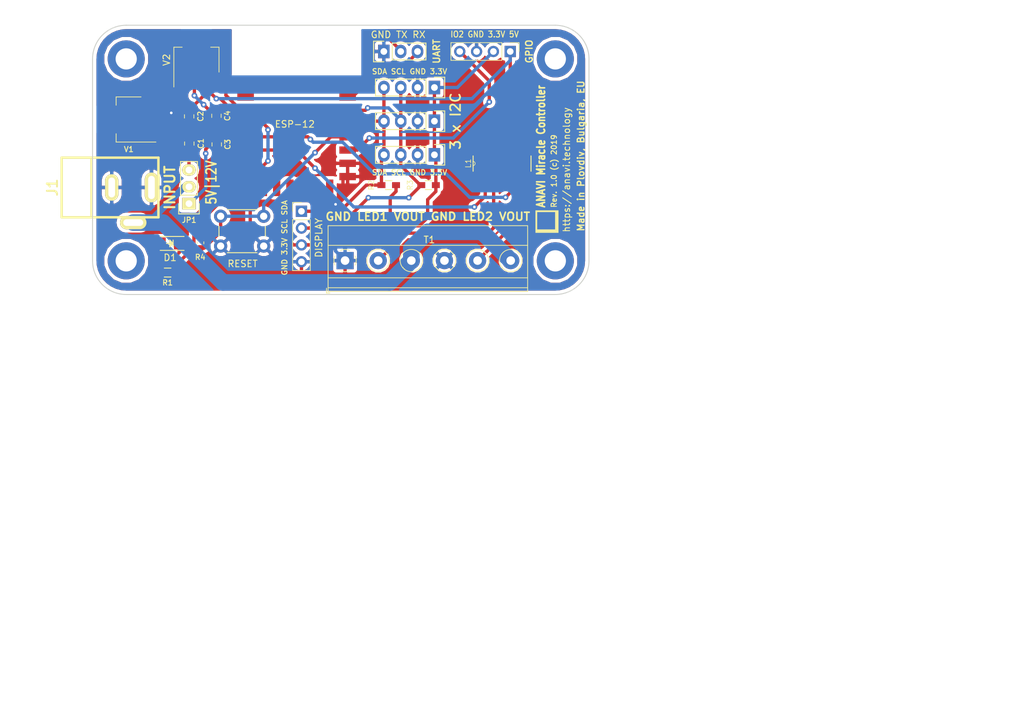
<source format=kicad_pcb>
(kicad_pcb (version 20171130) (host pcbnew 5.0.2-bee76a0~70~ubuntu18.04.1)

  (general
    (thickness 1.6)
    (drawings 23)
    (tracks 238)
    (zones 0)
    (modules 31)
    (nets 18)
  )

  (page A4)
  (layers
    (0 F.Cu signal)
    (31 B.Cu signal)
    (32 B.Adhes user)
    (33 F.Adhes user)
    (34 B.Paste user)
    (35 F.Paste user)
    (36 B.SilkS user)
    (37 F.SilkS user)
    (38 B.Mask user)
    (39 F.Mask user)
    (40 Dwgs.User user)
    (41 Cmts.User user)
    (42 Eco1.User user)
    (43 Eco2.User user)
    (44 Edge.Cuts user)
    (45 Margin user)
    (46 B.CrtYd user)
    (47 F.CrtYd user)
    (48 B.Fab user)
    (49 F.Fab user)
  )

  (setup
    (last_trace_width 0.5)
    (user_trace_width 0.254)
    (user_trace_width 0.5)
    (user_trace_width 1)
    (user_trace_width 2.5)
    (trace_clearance 0.254)
    (zone_clearance 0.508)
    (zone_45_only yes)
    (trace_min 0.2)
    (segment_width 0.2)
    (edge_width 0.15)
    (via_size 0.85)
    (via_drill 0.4)
    (via_min_size 0.4)
    (via_min_drill 0.3)
    (uvia_size 0.35)
    (uvia_drill 0.1)
    (uvias_allowed no)
    (uvia_min_size 0.2)
    (uvia_min_drill 0.1)
    (pcb_text_width 0.3)
    (pcb_text_size 1.5 1.5)
    (mod_edge_width 0.15)
    (mod_text_size 1 1)
    (mod_text_width 0.15)
    (pad_size 5.6 5.6)
    (pad_drill 3.2)
    (pad_to_mask_clearance 0.2)
    (solder_mask_min_width 0.25)
    (aux_axis_origin 0 0)
    (visible_elements FFFFFF7F)
    (pcbplotparams
      (layerselection 0x010fc_ffffffff)
      (usegerberextensions true)
      (usegerberattributes false)
      (usegerberadvancedattributes false)
      (creategerberjobfile false)
      (excludeedgelayer true)
      (linewidth 1.000000)
      (plotframeref false)
      (viasonmask false)
      (mode 1)
      (useauxorigin false)
      (hpglpennumber 1)
      (hpglpenspeed 20)
      (hpglpendiameter 15.000000)
      (psnegative false)
      (psa4output false)
      (plotreference true)
      (plotvalue true)
      (plotinvisibletext false)
      (padsonsilk false)
      (subtractmaskfromsilk false)
      (outputformat 1)
      (mirror false)
      (drillshape 0)
      (scaleselection 1)
      (outputdirectory "plots/anavi-miracle-controller-10/"))
  )

  (net 0 "")
  (net 1 "Net-(D1-Pad2)")
  (net 2 GND)
  (net 3 +3V3)
  (net 4 "Net-(ESP-12-Pad13)")
  (net 5 "Net-(ESP-12-Pad14)")
  (net 6 "Net-(ESP-12-Pad6)")
  (net 7 "Net-(ESP-12-Pad15)")
  (net 8 "Net-(ESP-12-Pad16)")
  (net 9 "Net-(ESP-12-Pad4)")
  (net 10 "Net-(ESP-12-Pad12)")
  (net 11 +5V)
  (net 12 "Net-(ESP-12-Pad11)")
  (net 13 "Net-(ESP-12-Pad5)")
  (net 14 +12V)
  (net 15 "Net-(J1-Pad1)")
  (net 16 /LED1)
  (net 17 /LED2)

  (net_class Default "This is the default net class."
    (clearance 0.254)
    (trace_width 0.5)
    (via_dia 0.85)
    (via_drill 0.4)
    (uvia_dia 0.35)
    (uvia_drill 0.1)
    (add_net +12V)
    (add_net +3V3)
    (add_net +5V)
    (add_net /LED1)
    (add_net /LED2)
    (add_net GND)
    (add_net "Net-(D1-Pad2)")
    (add_net "Net-(ESP-12-Pad11)")
    (add_net "Net-(ESP-12-Pad12)")
    (add_net "Net-(ESP-12-Pad13)")
    (add_net "Net-(ESP-12-Pad14)")
    (add_net "Net-(ESP-12-Pad15)")
    (add_net "Net-(ESP-12-Pad16)")
    (add_net "Net-(ESP-12-Pad4)")
    (add_net "Net-(ESP-12-Pad5)")
    (add_net "Net-(ESP-12-Pad6)")
  )

  (net_class 12V ""
    (clearance 0.254)
    (trace_width 1.5)
    (via_dia 0.85)
    (via_drill 0.4)
    (uvia_dia 0.35)
    (uvia_drill 0.1)
    (add_net "Net-(J1-Pad1)")
  )

  (net_class usb ""
    (clearance 0.254)
    (trace_width 0.254)
    (via_dia 0.85)
    (via_drill 0.4)
    (uvia_dia 0.35)
    (uvia_drill 0.1)
  )

  (net_class vcc ""
    (clearance 0.254)
    (trace_width 1.5)
    (via_dia 0.85)
    (via_drill 0.4)
    (uvia_dia 0.35)
    (uvia_drill 0.1)
  )

  (module "" (layer F.Cu) (tedit 0) (tstamp 0)
    (at 116.25 93.8)
    (fp_text reference "" (at 88.5698 79.9592) (layer F.SilkS)
      (effects (font (size 1.27 1.27) (thickness 0.15)))
    )
    (fp_text value "" (at 88.5698 79.9592) (layer F.SilkS)
      (effects (font (size 1.27 1.27) (thickness 0.15)))
    )
    (fp_text user 4,7K (at 78.7308 82.2142) (layer F.Fab)
      (effects (font (size 1 1) (thickness 0.15)))
    )
  )

  (module "" (layer F.Cu) (tedit 0) (tstamp 0)
    (at 116.575 94)
    (fp_text reference "" (at 88.5698 79.9592) (layer F.SilkS)
      (effects (font (size 1.27 1.27) (thickness 0.15)))
    )
    (fp_text value "" (at 88.5698 79.9592) (layer F.SilkS)
      (effects (font (size 1.27 1.27) (thickness 0.15)))
    )
    (fp_text user 4,7K (at 78.7308 82.2142) (layer F.Fab)
      (effects (font (size 1 1) (thickness 0.15)))
    )
  )

  (module "" (layer F.Cu) (tedit 0) (tstamp 0)
    (at 116.325 93.725)
    (fp_text reference "" (at 88.5698 79.9592) (layer F.SilkS)
      (effects (font (size 1.27 1.27) (thickness 0.15)))
    )
    (fp_text value "" (at 88.5698 79.9592) (layer F.SilkS)
      (effects (font (size 1.27 1.27) (thickness 0.15)))
    )
    (fp_text user 4,7K (at 78.7308 82.2142) (layer F.Fab)
      (effects (font (size 1 1) (thickness 0.15)))
    )
  )

  (module ESP-12E_SMD (layer F.Cu) (tedit 5AEAC490) (tstamp 5BA8EF65)
    (at 88.5698 79.9592)
    (descr "Module, ESP-8266, ESP-12, 16 pad, SMD")
    (tags "Module ESP-8266 ESP8266")
    (path /598AC515)
    (fp_text reference ESP-12 (at 6.731 6.096 180) (layer F.SilkS)
      (effects (font (size 1 1) (thickness 0.15)))
    )
    (fp_text value ESP-12E (at 5.08 6.35 90) (layer F.Fab) hide
      (effects (font (size 1 1) (thickness 0.15)))
    )
    (fp_line (start -2.25 -0.5) (end -2.25 -8.75) (layer F.CrtYd) (width 0.05))
    (fp_line (start -2.25 -8.75) (end 15.25 -8.75) (layer F.CrtYd) (width 0.05))
    (fp_line (start 15.25 -8.75) (end 16.25 -8.75) (layer F.CrtYd) (width 0.05))
    (fp_line (start 16.25 -8.75) (end 16.25 16) (layer F.CrtYd) (width 0.05))
    (fp_line (start 16.25 16) (end -2.25 16) (layer F.CrtYd) (width 0.05))
    (fp_line (start -2.25 16) (end -2.25 -0.5) (layer F.CrtYd) (width 0.05))
    (fp_line (start -1.016 -8.382) (end 14.986 -8.382) (layer F.CrtYd) (width 0.1524))
    (fp_line (start 14.986 -8.382) (end 14.986 -0.889) (layer F.CrtYd) (width 0.1524))
    (fp_line (start -1.016 -8.382) (end -1.016 -1.016) (layer F.CrtYd) (width 0.1524))
    (fp_line (start 14.992 -8.4) (end -1.008 -2.6) (layer F.CrtYd) (width 0.1524))
    (fp_line (start -1.008 -8.4) (end 14.992 -2.6) (layer F.CrtYd) (width 0.1524))
    (fp_text user "No Copper" (at 6.892 -5.4) (layer F.CrtYd)
      (effects (font (size 1 1) (thickness 0.15)))
    )
    (fp_line (start -1.008 -2.6) (end 14.992 -2.6) (layer F.CrtYd) (width 0.1524))
    (fp_line (start 15 -8.4) (end 15 15.6) (layer F.Fab) (width 0.05))
    (fp_line (start 14.992 15.6) (end -1.008 15.6) (layer F.Fab) (width 0.05))
    (fp_line (start -1.008 15.6) (end -1.008 -8.4) (layer F.Fab) (width 0.05))
    (fp_line (start -1.008 -8.4) (end 14.992 -8.4) (layer F.Fab) (width 0.05))
    (pad 1 smd rect (at 0 0) (size 2.5 1.1) (drill (offset -0.7 0)) (layers F.Cu F.Paste F.Mask))
    (pad 2 smd rect (at 0 2) (size 2.5 1.1) (drill (offset -0.7 0)) (layers F.Cu F.Paste F.Mask))
    (pad 3 smd rect (at 0 4) (size 2.5 1.1) (drill (offset -0.7 0)) (layers F.Cu F.Paste F.Mask)
      (net 3 +3V3))
    (pad 4 smd rect (at 0 6) (size 2.5 1.1) (drill (offset -0.7 0)) (layers F.Cu F.Paste F.Mask)
      (net 9 "Net-(ESP-12-Pad4)"))
    (pad 5 smd rect (at 0 8) (size 2.5 1.1) (drill (offset -0.7 0)) (layers F.Cu F.Paste F.Mask)
      (net 13 "Net-(ESP-12-Pad5)"))
    (pad 6 smd rect (at 0 10) (size 2.5 1.1) (drill (offset -0.7 0)) (layers F.Cu F.Paste F.Mask)
      (net 6 "Net-(ESP-12-Pad6)"))
    (pad 7 smd rect (at 0 12) (size 2.5 1.1) (drill (offset -0.7 0)) (layers F.Cu F.Paste F.Mask))
    (pad 8 smd rect (at 0 14) (size 2.5 1.1) (drill (offset -0.7 0)) (layers F.Cu F.Paste F.Mask)
      (net 3 +3V3))
    (pad 9 smd rect (at 14 14) (size 2.5 1.1) (drill (offset 0.7 0)) (layers F.Cu F.Paste F.Mask)
      (net 2 GND))
    (pad 10 smd rect (at 14 12) (size 2.5 1.1) (drill (offset 0.7 0)) (layers F.Cu F.Paste F.Mask)
      (net 2 GND))
    (pad 11 smd rect (at 14 10) (size 2.5 1.1) (drill (offset 0.7 0)) (layers F.Cu F.Paste F.Mask)
      (net 12 "Net-(ESP-12-Pad11)"))
    (pad 12 smd rect (at 14 8) (size 2.5 1.1) (drill (offset 0.7 0)) (layers F.Cu F.Paste F.Mask)
      (net 10 "Net-(ESP-12-Pad12)"))
    (pad 13 smd rect (at 14 6) (size 2.5 1.1) (drill (offset 0.7 0)) (layers F.Cu F.Paste F.Mask)
      (net 4 "Net-(ESP-12-Pad13)"))
    (pad 14 smd rect (at 14 4) (size 2.5 1.1) (drill (offset 0.7 0)) (layers F.Cu F.Paste F.Mask)
      (net 5 "Net-(ESP-12-Pad14)"))
    (pad 15 smd rect (at 14 2) (size 2.5 1.1) (drill (offset 0.7 0)) (layers F.Cu F.Paste F.Mask)
      (net 7 "Net-(ESP-12-Pad15)"))
    (pad 16 smd rect (at 14 0) (size 2.5 1.1) (drill (offset 0.7 0)) (layers F.Cu F.Paste F.Mask)
      (net 8 "Net-(ESP-12-Pad16)"))
    (pad 17 smd rect (at 1.99 15 90) (size 2.5 1.1) (drill (offset -0.7 0)) (layers F.Cu F.Paste F.Mask))
    (pad 18 smd rect (at 3.99 15 90) (size 2.5 1.1) (drill (offset -0.7 0)) (layers F.Cu F.Paste F.Mask))
    (pad 19 smd rect (at 5.99 15 90) (size 2.5 1.1) (drill (offset -0.7 0)) (layers F.Cu F.Paste F.Mask))
    (pad 20 smd rect (at 7.99 15 90) (size 2.5 1.1) (drill (offset -0.7 0)) (layers F.Cu F.Paste F.Mask))
    (pad 21 smd rect (at 9.99 15 90) (size 2.5 1.1) (drill (offset -0.7 0)) (layers F.Cu F.Paste F.Mask))
    (pad 22 smd rect (at 11.99 15 90) (size 2.5 1.1) (drill (offset -0.7 0)) (layers F.Cu F.Paste F.Mask))
    (model ${ESPLIB}/ESP8266.3dshapes/ESP-12.wrl
      (at (xyz 0 0 0))
      (scale (xyz 0.3937 0.3937 0.3937))
      (rotate (xyz 0 0 0))
    )
  )

  (module Pin_Headers:Pin_Header_Straight_1x04 (layer F.Cu) (tedit 598C067A) (tstamp 5BA8F36B)
    (at 116.3701 80.518 270)
    (descr "Through hole pin header")
    (tags "pin header")
    (path /598AD681)
    (fp_text reference U3 (at 0 -5.1 270) (layer F.SilkS) hide
      (effects (font (size 1 1) (thickness 0.15)))
    )
    (fp_text value I2C_SENS_1 (at 0 -3.1 270) (layer F.Fab) hide
      (effects (font (size 1 1) (thickness 0.15)))
    )
    (fp_line (start -1.75 -1.75) (end -1.75 9.4) (layer F.CrtYd) (width 0.05))
    (fp_line (start 1.75 -1.75) (end 1.75 9.4) (layer F.CrtYd) (width 0.05))
    (fp_line (start -1.75 -1.75) (end 1.75 -1.75) (layer F.CrtYd) (width 0.05))
    (fp_line (start -1.75 9.4) (end 1.75 9.4) (layer F.CrtYd) (width 0.05))
    (fp_line (start -1.27 1.27) (end -1.27 8.89) (layer F.SilkS) (width 0.15))
    (fp_line (start 1.27 1.27) (end 1.27 8.89) (layer F.SilkS) (width 0.15))
    (fp_line (start 1.55 -1.55) (end 1.55 0) (layer F.SilkS) (width 0.15))
    (fp_line (start -1.27 8.89) (end 1.27 8.89) (layer F.SilkS) (width 0.15))
    (fp_line (start 1.27 1.27) (end -1.27 1.27) (layer F.SilkS) (width 0.15))
    (fp_line (start -1.55 0) (end -1.55 -1.55) (layer F.SilkS) (width 0.15))
    (fp_line (start -1.55 -1.55) (end 1.55 -1.55) (layer F.SilkS) (width 0.15))
    (pad 1 thru_hole rect (at 0 0 270) (size 2.032 1.7272) (drill 1.016) (layers *.Cu *.Mask)
      (net 3 +3V3))
    (pad 2 thru_hole oval (at 0 2.54 270) (size 2.032 1.7272) (drill 1.016) (layers *.Cu *.Mask)
      (net 2 GND))
    (pad 3 thru_hole oval (at 0 5.08 270) (size 2.032 1.7272) (drill 1.016) (layers *.Cu *.Mask)
      (net 5 "Net-(ESP-12-Pad14)"))
    (pad 4 thru_hole oval (at 0 7.62 270) (size 2.032 1.7272) (drill 1.016) (layers *.Cu *.Mask)
      (net 4 "Net-(ESP-12-Pad13)"))
    (model Pin_Headers.3dshapes/Pin_Header_Straight_1x04.wrl
      (offset (xyz 0 -3.809999942779541 0))
      (scale (xyz 1 1 1))
      (rotate (xyz 0 0 90))
    )
  )

  (module Mounting_Holes:MountingHole_3.2mm_M3_DIN965_Pad (layer F.Cu) (tedit 598CCB59) (tstamp 599001D4)
    (at 69.85 106.68)
    (descr "Mounting Hole 3.2mm, M3, DIN965")
    (tags "mounting hole 3.2mm m3 din965")
    (fp_text reference REF** (at 0 -3.8) (layer F.SilkS) hide
      (effects (font (size 1 1) (thickness 0.15)))
    )
    (fp_text value MountingHole_3.2mm_M3_DIN965_Pad (at 0 3.8) (layer F.Fab) hide
      (effects (font (size 1 1) (thickness 0.15)))
    )
    (fp_circle (center 0 0) (end 2.8 0) (layer Cmts.User) (width 0.15))
    (fp_circle (center 0 0) (end 3.05 0) (layer F.CrtYd) (width 0.05))
    (pad 4 thru_hole circle (at 0 0) (size 5.6 5.6) (drill 3.2) (layers *.Cu *.Mask))
  )

  (module LEDs:LED_1206 (layer F.Cu) (tedit 5AF0B2B3) (tstamp 598AECB1)
    (at 76.43014 104.05 180)
    (descr "LED 1206 smd package")
    (tags "LED1206 SMD")
    (path /598AC94C)
    (attr smd)
    (fp_text reference D1 (at -0.04486 -2.15 180) (layer F.SilkS)
      (effects (font (size 1 1) (thickness 0.15)))
    )
    (fp_text value LED (at 0 2 180) (layer F.Fab) hide
      (effects (font (size 1 1) (thickness 0.15)))
    )
    (fp_line (start -0.5 -0.5) (end -0.5 0.5) (layer F.Fab) (width 0.15))
    (fp_line (start -0.5 0) (end 0 -0.5) (layer F.Fab) (width 0.15))
    (fp_line (start 0 0.5) (end -0.5 0) (layer F.Fab) (width 0.15))
    (fp_line (start 0 -0.5) (end 0 0.5) (layer F.Fab) (width 0.15))
    (fp_line (start -1.6 0.8) (end -1.6 -0.8) (layer F.Fab) (width 0.15))
    (fp_line (start 1.6 0.8) (end -1.6 0.8) (layer F.Fab) (width 0.15))
    (fp_line (start 1.6 -0.8) (end 1.6 0.8) (layer F.Fab) (width 0.15))
    (fp_line (start -1.6 -0.8) (end 1.6 -0.8) (layer F.Fab) (width 0.15))
    (fp_line (start -2.15 1.05) (end 1.45 1.05) (layer F.SilkS) (width 0.15))
    (fp_line (start -2.15 -1.05) (end 1.45 -1.05) (layer F.SilkS) (width 0.15))
    (fp_line (start -0.1 -0.3) (end -0.1 0.3) (layer F.SilkS) (width 0.15))
    (fp_line (start -0.1 0.3) (end -0.4 0) (layer F.SilkS) (width 0.15))
    (fp_line (start -0.4 0) (end -0.2 -0.2) (layer F.SilkS) (width 0.15))
    (fp_line (start -0.2 -0.2) (end -0.2 0.05) (layer F.SilkS) (width 0.15))
    (fp_line (start -0.2 0.05) (end -0.25 0) (layer F.SilkS) (width 0.15))
    (fp_line (start -0.5 -0.5) (end -0.5 0.5) (layer F.SilkS) (width 0.15))
    (fp_line (start 0 0) (end 0.5 0) (layer F.SilkS) (width 0.15))
    (fp_line (start -0.5 0) (end 0 -0.5) (layer F.SilkS) (width 0.15))
    (fp_line (start 0 -0.5) (end 0 0.5) (layer F.SilkS) (width 0.15))
    (fp_line (start 0 0.5) (end -0.5 0) (layer F.SilkS) (width 0.15))
    (fp_line (start 2.5 -1.25) (end -2.5 -1.25) (layer F.CrtYd) (width 0.05))
    (fp_line (start -2.5 -1.25) (end -2.5 1.25) (layer F.CrtYd) (width 0.05))
    (fp_line (start -2.5 1.25) (end 2.5 1.25) (layer F.CrtYd) (width 0.05))
    (fp_line (start 2.5 1.25) (end 2.5 -1.25) (layer F.CrtYd) (width 0.05))
    (pad 2 smd rect (at 1.41986 0) (size 1.59766 1.80086) (layers F.Cu F.Paste F.Mask)
      (net 1 "Net-(D1-Pad2)"))
    (pad 1 smd rect (at -1.41986 0) (size 1.59766 1.80086) (layers F.Cu F.Paste F.Mask)
      (net 2 GND))
    (model LEDs.3dshapes/LED_1206.wrl
      (at (xyz 0 0 0))
      (scale (xyz 1 1 1))
      (rotate (xyz 0 0 180))
    )
  )

  (module Pin_Headers:Pin_Header_Straight_1x03 (layer F.Cu) (tedit 598C0697) (tstamp 5BA8F3A6)
    (at 108.7374 75.0824 90)
    (descr "Through hole pin header")
    (tags "pin header")
    (path /598AC863)
    (fp_text reference P1 (at 0 -5.1 90) (layer F.SilkS) hide
      (effects (font (size 1 1) (thickness 0.15)))
    )
    (fp_text value CONN_01X03 (at 0 -3.1 90) (layer F.Fab) hide
      (effects (font (size 1 1) (thickness 0.15)))
    )
    (fp_line (start -1.75 -1.75) (end -1.75 6.85) (layer F.CrtYd) (width 0.05))
    (fp_line (start 1.75 -1.75) (end 1.75 6.85) (layer F.CrtYd) (width 0.05))
    (fp_line (start -1.75 -1.75) (end 1.75 -1.75) (layer F.CrtYd) (width 0.05))
    (fp_line (start -1.75 6.85) (end 1.75 6.85) (layer F.CrtYd) (width 0.05))
    (fp_line (start -1.27 1.27) (end -1.27 6.35) (layer F.SilkS) (width 0.15))
    (fp_line (start -1.27 6.35) (end 1.27 6.35) (layer F.SilkS) (width 0.15))
    (fp_line (start 1.27 6.35) (end 1.27 1.27) (layer F.SilkS) (width 0.15))
    (fp_line (start 1.55 -1.55) (end 1.55 0) (layer F.SilkS) (width 0.15))
    (fp_line (start 1.27 1.27) (end -1.27 1.27) (layer F.SilkS) (width 0.15))
    (fp_line (start -1.55 0) (end -1.55 -1.55) (layer F.SilkS) (width 0.15))
    (fp_line (start -1.55 -1.55) (end 1.55 -1.55) (layer F.SilkS) (width 0.15))
    (pad 1 thru_hole rect (at 0 0 90) (size 2.032 1.7272) (drill 1.016) (layers *.Cu *.Mask)
      (net 2 GND))
    (pad 2 thru_hole oval (at 0 2.54 90) (size 2.032 1.7272) (drill 1.016) (layers *.Cu *.Mask)
      (net 8 "Net-(ESP-12-Pad16)"))
    (pad 3 thru_hole oval (at 0 5.08 90) (size 2.032 1.7272) (drill 1.016) (layers *.Cu *.Mask)
      (net 7 "Net-(ESP-12-Pad15)"))
    (model Pin_Headers.3dshapes/Pin_Header_Straight_1x03.wrl
      (offset (xyz 0 -2.539999961853027 0))
      (scale (xyz 1 1 1))
      (rotate (xyz 0 0 90))
    )
  )

  (module Resistors_SMD:R_0603_HandSoldering (layer F.Cu) (tedit 5BA96B24) (tstamp 598AED39)
    (at 76.1 108.45 180)
    (descr "Resistor SMD 0603, hand soldering")
    (tags "resistor 0603")
    (path /598ADC31)
    (attr smd)
    (fp_text reference R1 (at 0 -1.524 180) (layer F.SilkS)
      (effects (font (size 0.8 0.8) (thickness 0.15)))
    )
    (fp_text value 68R (at -3.45 -0.7 180) (layer F.Fab)
      (effects (font (size 1 1) (thickness 0.15)))
    )
    (fp_line (start -0.8 0.4) (end -0.8 -0.4) (layer F.Fab) (width 0.1))
    (fp_line (start 0.8 0.4) (end -0.8 0.4) (layer F.Fab) (width 0.1))
    (fp_line (start 0.8 -0.4) (end 0.8 0.4) (layer F.Fab) (width 0.1))
    (fp_line (start -0.8 -0.4) (end 0.8 -0.4) (layer F.Fab) (width 0.1))
    (fp_line (start -2 -0.8) (end 2 -0.8) (layer F.CrtYd) (width 0.05))
    (fp_line (start -2 0.8) (end 2 0.8) (layer F.CrtYd) (width 0.05))
    (fp_line (start -2 -0.8) (end -2 0.8) (layer F.CrtYd) (width 0.05))
    (fp_line (start 2 -0.8) (end 2 0.8) (layer F.CrtYd) (width 0.05))
    (fp_line (start 0.5 0.675) (end -0.5 0.675) (layer F.SilkS) (width 0.15))
    (fp_line (start -0.5 -0.675) (end 0.5 -0.675) (layer F.SilkS) (width 0.15))
    (pad 1 smd rect (at -1.1 0 180) (size 1.2 0.9) (layers F.Cu F.Paste F.Mask)
      (net 9 "Net-(ESP-12-Pad4)"))
    (pad 2 smd rect (at 1.1 0 180) (size 1.2 0.9) (layers F.Cu F.Paste F.Mask)
      (net 1 "Net-(D1-Pad2)"))
    (model Resistors_SMD.3dshapes/R_0603_HandSoldering.wrl
      (at (xyz 0 0 0))
      (scale (xyz 1 1 1))
      (rotate (xyz 0 0 0))
    )
  )

  (module Resistors_SMD:R_0603_HandSoldering (layer F.Cu) (tedit 5BA96B45) (tstamp 5BA8F2F3)
    (at 109.474 95.25 180)
    (descr "Resistor SMD 0603, hand soldering")
    (tags "resistor 0603")
    (path /598ADBC1)
    (attr smd)
    (fp_text reference R2 (at 2.624 0 270) (layer F.SilkS)
      (effects (font (size 0.8 0.8) (thickness 0.1)))
    )
    (fp_text value 4,7K (at 0.084 1.524 180) (layer F.Fab)
      (effects (font (size 1 1) (thickness 0.15)))
    )
    (fp_line (start -0.5 -0.675) (end 0.5 -0.675) (layer F.SilkS) (width 0.15))
    (fp_line (start 0.5 0.675) (end -0.5 0.675) (layer F.SilkS) (width 0.15))
    (fp_line (start 2 -0.8) (end 2 0.8) (layer F.CrtYd) (width 0.05))
    (fp_line (start -2 -0.8) (end -2 0.8) (layer F.CrtYd) (width 0.05))
    (fp_line (start -2 0.8) (end 2 0.8) (layer F.CrtYd) (width 0.05))
    (fp_line (start -2 -0.8) (end 2 -0.8) (layer F.CrtYd) (width 0.05))
    (fp_line (start -0.8 -0.4) (end 0.8 -0.4) (layer F.Fab) (width 0.1))
    (fp_line (start 0.8 -0.4) (end 0.8 0.4) (layer F.Fab) (width 0.1))
    (fp_line (start 0.8 0.4) (end -0.8 0.4) (layer F.Fab) (width 0.1))
    (fp_line (start -0.8 0.4) (end -0.8 -0.4) (layer F.Fab) (width 0.1))
    (pad 2 smd rect (at 1.1 0 180) (size 1.2 0.9) (layers F.Cu F.Paste F.Mask)
      (net 4 "Net-(ESP-12-Pad13)"))
    (pad 1 smd rect (at -1.1 0 180) (size 1.2 0.9) (layers F.Cu F.Paste F.Mask)
      (net 3 +3V3))
    (model Resistors_SMD.3dshapes/R_0603_HandSoldering.wrl
      (at (xyz 0 0 0))
      (scale (xyz 1 1 1))
      (rotate (xyz 0 0 0))
    )
  )

  (module Resistors_SMD:R_0603_HandSoldering (layer F.Cu) (tedit 5BA96B70) (tstamp 5CF2F57F)
    (at 115.486 95.25 180)
    (descr "Resistor SMD 0603, hand soldering")
    (tags "resistor 0603")
    (path /598ADBF6)
    (attr smd)
    (fp_text reference R3 (at 2.786 0 270) (layer F.SilkS)
      (effects (font (size 0.8 0.8) (thickness 0.1)))
    )
    (fp_text value 4,7K (at 0 1.27 180) (layer F.Fab)
      (effects (font (size 1 1) (thickness 0.15)))
    )
    (fp_line (start -0.8 0.4) (end -0.8 -0.4) (layer F.Fab) (width 0.1))
    (fp_line (start 0.8 0.4) (end -0.8 0.4) (layer F.Fab) (width 0.1))
    (fp_line (start 0.8 -0.4) (end 0.8 0.4) (layer F.Fab) (width 0.1))
    (fp_line (start -0.8 -0.4) (end 0.8 -0.4) (layer F.Fab) (width 0.1))
    (fp_line (start -2 -0.8) (end 2 -0.8) (layer F.CrtYd) (width 0.05))
    (fp_line (start -2 0.8) (end 2 0.8) (layer F.CrtYd) (width 0.05))
    (fp_line (start -2 -0.8) (end -2 0.8) (layer F.CrtYd) (width 0.05))
    (fp_line (start 2 -0.8) (end 2 0.8) (layer F.CrtYd) (width 0.05))
    (fp_line (start 0.5 0.675) (end -0.5 0.675) (layer F.SilkS) (width 0.15))
    (fp_line (start -0.5 -0.675) (end 0.5 -0.675) (layer F.SilkS) (width 0.15))
    (pad 1 smd rect (at -1.1 0 180) (size 1.2 0.9) (layers F.Cu F.Paste F.Mask)
      (net 3 +3V3))
    (pad 2 smd rect (at 1.1 0 180) (size 1.2 0.9) (layers F.Cu F.Paste F.Mask)
      (net 5 "Net-(ESP-12-Pad14)"))
    (model Resistors_SMD.3dshapes/R_0603_HandSoldering.wrl
      (at (xyz 0 0 0))
      (scale (xyz 1 1 1))
      (rotate (xyz 0 0 0))
    )
  )

  (module Buttons_Switches_ThroughHole:SW_PUSH_6mm_h4.3mm (layer F.Cu) (tedit 5BA48320) (tstamp 598AED77)
    (at 90.6 104.45 180)
    (descr "tactile push button, 6x6mm e.g. PHAP33xx series, height=4.3mm")
    (tags "tact sw push 6mm")
    (path /598B559F)
    (fp_text reference RESET (at 3.175 -2.667) (layer F.SilkS)
      (effects (font (size 1 1) (thickness 0.15)))
    )
    (fp_text value SW_DIP_x01 (at 3.75 6.7 180) (layer F.Fab) hide
      (effects (font (size 1 1) (thickness 0.15)))
    )
    (fp_line (start 3.25 -0.75) (end 6.25 -0.75) (layer F.Fab) (width 0.1))
    (fp_line (start 6.25 -0.75) (end 6.25 5.25) (layer F.Fab) (width 0.1))
    (fp_line (start 6.25 5.25) (end 0.25 5.25) (layer F.Fab) (width 0.1))
    (fp_line (start 0.25 5.25) (end 0.25 -0.75) (layer F.Fab) (width 0.1))
    (fp_line (start 0.25 -0.75) (end 3.25 -0.75) (layer F.Fab) (width 0.1))
    (fp_line (start 7.75 6) (end 8 6) (layer F.CrtYd) (width 0.05))
    (fp_line (start 8 6) (end 8 5.75) (layer F.CrtYd) (width 0.05))
    (fp_line (start 7.75 -1.5) (end 8 -1.5) (layer F.CrtYd) (width 0.05))
    (fp_line (start 8 -1.5) (end 8 -1.25) (layer F.CrtYd) (width 0.05))
    (fp_line (start -1.5 -1.25) (end -1.5 -1.5) (layer F.CrtYd) (width 0.05))
    (fp_line (start -1.5 -1.5) (end -1.25 -1.5) (layer F.CrtYd) (width 0.05))
    (fp_line (start -1.5 5.75) (end -1.5 6) (layer F.CrtYd) (width 0.05))
    (fp_line (start -1.5 6) (end -1.25 6) (layer F.CrtYd) (width 0.05))
    (fp_line (start -1.25 -1.5) (end 7.75 -1.5) (layer F.CrtYd) (width 0.05))
    (fp_line (start -1.5 5.75) (end -1.5 -1.25) (layer F.CrtYd) (width 0.05))
    (fp_line (start 7.75 6) (end -1.25 6) (layer F.CrtYd) (width 0.05))
    (fp_line (start 8 -1.25) (end 8 5.75) (layer F.CrtYd) (width 0.05))
    (fp_line (start 1 5.5) (end 5.5 5.5) (layer F.SilkS) (width 0.15))
    (fp_line (start -0.25 1.5) (end -0.25 3) (layer F.SilkS) (width 0.15))
    (fp_line (start 5.5 -1) (end 1 -1) (layer F.SilkS) (width 0.15))
    (fp_line (start 6.75 3) (end 6.75 1.5) (layer F.SilkS) (width 0.15))
    (fp_circle (center 3.25 2.25) (end 1.25 2.5) (layer F.Fab) (width 0.1))
    (pad 2 thru_hole circle (at 0 4.5 270) (size 2 2) (drill 1.1) (layers *.Cu *.Mask)
      (net 10 "Net-(ESP-12-Pad12)"))
    (pad 1 thru_hole circle (at 0 0 270) (size 2 2) (drill 1.1) (layers *.Cu *.Mask)
      (net 2 GND))
    (pad 2 thru_hole circle (at 6.5 4.5 270) (size 2 2) (drill 1.1) (layers *.Cu *.Mask)
      (net 10 "Net-(ESP-12-Pad12)"))
    (pad 1 thru_hole circle (at 6.5 0 270) (size 2 2) (drill 1.1) (layers *.Cu *.Mask)
      (net 2 GND))
    (model Buttons_Switches_ThroughHole.3dshapes/SW_PUSH_6mm_h4.3mm.wrl
      (offset (xyz 0.1269999980926514 0 0))
      (scale (xyz 0.3937 0.3937 0.3937))
      (rotate (xyz 0 0 0))
    )
  )

  (module Pin_Headers:Pin_Header_Straight_1x04 (layer F.Cu) (tedit 598C0680) (tstamp 5BA8F329)
    (at 116.3701 90.678 270)
    (descr "Through hole pin header")
    (tags "pin header")
    (path /598AD5F1)
    (fp_text reference U1 (at 0 -5.1 270) (layer F.SilkS) hide
      (effects (font (size 1 1) (thickness 0.15)))
    )
    (fp_text value I2C_SENS_1 (at 0 -3.1 270) (layer F.Fab) hide
      (effects (font (size 1 1) (thickness 0.15)))
    )
    (fp_line (start -1.75 -1.75) (end -1.75 9.4) (layer F.CrtYd) (width 0.05))
    (fp_line (start 1.75 -1.75) (end 1.75 9.4) (layer F.CrtYd) (width 0.05))
    (fp_line (start -1.75 -1.75) (end 1.75 -1.75) (layer F.CrtYd) (width 0.05))
    (fp_line (start -1.75 9.4) (end 1.75 9.4) (layer F.CrtYd) (width 0.05))
    (fp_line (start -1.27 1.27) (end -1.27 8.89) (layer F.SilkS) (width 0.15))
    (fp_line (start 1.27 1.27) (end 1.27 8.89) (layer F.SilkS) (width 0.15))
    (fp_line (start 1.55 -1.55) (end 1.55 0) (layer F.SilkS) (width 0.15))
    (fp_line (start -1.27 8.89) (end 1.27 8.89) (layer F.SilkS) (width 0.15))
    (fp_line (start 1.27 1.27) (end -1.27 1.27) (layer F.SilkS) (width 0.15))
    (fp_line (start -1.55 0) (end -1.55 -1.55) (layer F.SilkS) (width 0.15))
    (fp_line (start -1.55 -1.55) (end 1.55 -1.55) (layer F.SilkS) (width 0.15))
    (pad 1 thru_hole rect (at 0 0 270) (size 2.032 1.7272) (drill 1.016) (layers *.Cu *.Mask)
      (net 3 +3V3))
    (pad 2 thru_hole oval (at 0 2.54 270) (size 2.032 1.7272) (drill 1.016) (layers *.Cu *.Mask)
      (net 2 GND))
    (pad 3 thru_hole oval (at 0 5.08 270) (size 2.032 1.7272) (drill 1.016) (layers *.Cu *.Mask)
      (net 5 "Net-(ESP-12-Pad14)"))
    (pad 4 thru_hole oval (at 0 7.62 270) (size 2.032 1.7272) (drill 1.016) (layers *.Cu *.Mask)
      (net 4 "Net-(ESP-12-Pad13)"))
    (model Pin_Headers.3dshapes/Pin_Header_Straight_1x04.wrl
      (offset (xyz 0 -3.809999942779541 0))
      (scale (xyz 1 1 1))
      (rotate (xyz 0 0 90))
    )
  )

  (module Pin_Headers:Pin_Header_Straight_1x04 (layer F.Cu) (tedit 598C067C) (tstamp 5BA8F2BD)
    (at 116.3701 85.598 270)
    (descr "Through hole pin header")
    (tags "pin header")
    (path /598AD642)
    (fp_text reference U2 (at 0 -5.1 270) (layer F.SilkS) hide
      (effects (font (size 1 1) (thickness 0.15)))
    )
    (fp_text value I2C_SENS_1 (at 0 -3.1 270) (layer F.Fab) hide
      (effects (font (size 1 1) (thickness 0.15)))
    )
    (fp_line (start -1.75 -1.75) (end -1.75 9.4) (layer F.CrtYd) (width 0.05))
    (fp_line (start 1.75 -1.75) (end 1.75 9.4) (layer F.CrtYd) (width 0.05))
    (fp_line (start -1.75 -1.75) (end 1.75 -1.75) (layer F.CrtYd) (width 0.05))
    (fp_line (start -1.75 9.4) (end 1.75 9.4) (layer F.CrtYd) (width 0.05))
    (fp_line (start -1.27 1.27) (end -1.27 8.89) (layer F.SilkS) (width 0.15))
    (fp_line (start 1.27 1.27) (end 1.27 8.89) (layer F.SilkS) (width 0.15))
    (fp_line (start 1.55 -1.55) (end 1.55 0) (layer F.SilkS) (width 0.15))
    (fp_line (start -1.27 8.89) (end 1.27 8.89) (layer F.SilkS) (width 0.15))
    (fp_line (start 1.27 1.27) (end -1.27 1.27) (layer F.SilkS) (width 0.15))
    (fp_line (start -1.55 0) (end -1.55 -1.55) (layer F.SilkS) (width 0.15))
    (fp_line (start -1.55 -1.55) (end 1.55 -1.55) (layer F.SilkS) (width 0.15))
    (pad 1 thru_hole rect (at 0 0 270) (size 2.032 1.7272) (drill 1.016) (layers *.Cu *.Mask)
      (net 3 +3V3))
    (pad 2 thru_hole oval (at 0 2.54 270) (size 2.032 1.7272) (drill 1.016) (layers *.Cu *.Mask)
      (net 2 GND))
    (pad 3 thru_hole oval (at 0 5.08 270) (size 2.032 1.7272) (drill 1.016) (layers *.Cu *.Mask)
      (net 5 "Net-(ESP-12-Pad14)"))
    (pad 4 thru_hole oval (at 0 7.62 270) (size 2.032 1.7272) (drill 1.016) (layers *.Cu *.Mask)
      (net 4 "Net-(ESP-12-Pad13)"))
    (model Pin_Headers.3dshapes/Pin_Header_Straight_1x04.wrl
      (offset (xyz 0 -3.809999942779541 0))
      (scale (xyz 1 1 1))
      (rotate (xyz 0 0 90))
    )
  )

  (module logo:anavi-logo (layer F.Cu) (tedit 0) (tstamp 5BA3C463)
    (at 133.4022 100.7556 90)
    (fp_text reference G*** (at 0 0 90) (layer F.SilkS) hide
      (effects (font (size 1.524 1.524) (thickness 0.3)))
    )
    (fp_text value LOGO (at 0.75 0 90) (layer F.SilkS) hide
      (effects (font (size 1.524 1.524) (thickness 0.3)))
    )
    (fp_poly (pts (xy 1.693334 1.693334) (xy -1.693333 1.693334) (xy -1.693333 -1.524) (xy -1.185333 -1.524)
      (xy -1.185333 1.185334) (xy 1.439334 1.185334) (xy 1.439334 -1.524) (xy -1.185333 -1.524)
      (xy -1.693333 -1.524) (xy -1.693333 -1.778) (xy 1.693334 -1.778) (xy 1.693334 1.693334)) (layer F.SilkS) (width 0.01))
  )

  (module Mounting_Holes:MountingHole_3.2mm_M3_DIN965_Pad (layer F.Cu) (tedit 598CCB4F) (tstamp 59900192)
    (at 134.62 76.2)
    (descr "Mounting Hole 3.2mm, M3, DIN965")
    (tags "mounting hole 3.2mm m3 din965")
    (fp_text reference REF** (at 0 -3.8) (layer F.SilkS) hide
      (effects (font (size 1 1) (thickness 0.15)))
    )
    (fp_text value MountingHole_3.2mm_M3_DIN965_Pad (at 0 3.8) (layer F.Fab) hide
      (effects (font (size 1 1) (thickness 0.15)))
    )
    (fp_circle (center 0 0) (end 2.8 0) (layer Cmts.User) (width 0.15))
    (fp_circle (center 0 0) (end 3.05 0) (layer F.CrtYd) (width 0.05))
    (pad 2 thru_hole circle (at 0 0) (size 5.6 5.6) (drill 3.2) (layers *.Cu *.Mask))
  )

  (module Mounting_Holes:MountingHole_3.2mm_M3_DIN965_Pad (layer F.Cu) (tedit 598CCB4B) (tstamp 599001B2)
    (at 69.85 76.2)
    (descr "Mounting Hole 3.2mm, M3, DIN965")
    (tags "mounting hole 3.2mm m3 din965")
    (fp_text reference REF** (at 0 -3.8) (layer F.SilkS) hide
      (effects (font (size 1 1) (thickness 0.15)))
    )
    (fp_text value MountingHole_3.2mm_M3_DIN965_Pad (at 0 3.8) (layer F.Fab) hide
      (effects (font (size 1 1) (thickness 0.15)))
    )
    (fp_circle (center 0 0) (end 2.8 0) (layer Cmts.User) (width 0.15))
    (fp_circle (center 0 0) (end 3.05 0) (layer F.CrtYd) (width 0.05))
    (pad 1 thru_hole circle (at 0 0) (size 5.6 5.6) (drill 3.2) (layers *.Cu *.Mask))
  )

  (module Mounting_Holes:MountingHole_3.2mm_M3_DIN965_Pad (layer F.Cu) (tedit 598CCB55) (tstamp 599001F4)
    (at 134.62 106.68)
    (descr "Mounting Hole 3.2mm, M3, DIN965")
    (tags "mounting hole 3.2mm m3 din965")
    (fp_text reference REF** (at 0 -3.8) (layer F.SilkS) hide
      (effects (font (size 1 1) (thickness 0.15)))
    )
    (fp_text value MountingHole_3.2mm_M3_DIN965_Pad (at 0 3.8) (layer F.Fab) hide
      (effects (font (size 1 1) (thickness 0.15)))
    )
    (fp_circle (center 0 0) (end 2.8 0) (layer Cmts.User) (width 0.15))
    (fp_circle (center 0 0) (end 3.05 0) (layer F.CrtYd) (width 0.05))
    (pad 3 thru_hole circle (at 0 0) (size 5.6 5.6) (drill 3.2) (layers *.Cu *.Mask))
  )

  (module Resistor_SMD:R_0603_1608Metric (layer F.Cu) (tedit 5BA96B28) (tstamp 5BA47910)
    (at 81.05 103.9625 90)
    (descr "Resistor SMD 0603 (1608 Metric), square (rectangular) end terminal, IPC_7351 nominal, (Body size source: http://www.tortai-tech.com/upload/download/2011102023233369053.pdf), generated with kicad-footprint-generator")
    (tags resistor)
    (path /59B813FF)
    (attr smd)
    (fp_text reference R4 (at -2.1625 -0.025 180) (layer F.SilkS)
      (effects (font (size 0.8 0.8) (thickness 0.15)))
    )
    (fp_text value 2K (at 1.4375 1.45 90) (layer F.Fab)
      (effects (font (size 1 1) (thickness 0.15)))
    )
    (fp_line (start -0.8 0.4) (end -0.8 -0.4) (layer F.Fab) (width 0.1))
    (fp_line (start -0.8 -0.4) (end 0.8 -0.4) (layer F.Fab) (width 0.1))
    (fp_line (start 0.8 -0.4) (end 0.8 0.4) (layer F.Fab) (width 0.1))
    (fp_line (start 0.8 0.4) (end -0.8 0.4) (layer F.Fab) (width 0.1))
    (fp_line (start -0.162779 -0.51) (end 0.162779 -0.51) (layer F.SilkS) (width 0.12))
    (fp_line (start -0.162779 0.51) (end 0.162779 0.51) (layer F.SilkS) (width 0.12))
    (fp_line (start -1.48 0.73) (end -1.48 -0.73) (layer F.CrtYd) (width 0.05))
    (fp_line (start -1.48 -0.73) (end 1.48 -0.73) (layer F.CrtYd) (width 0.05))
    (fp_line (start 1.48 -0.73) (end 1.48 0.73) (layer F.CrtYd) (width 0.05))
    (fp_line (start 1.48 0.73) (end -1.48 0.73) (layer F.CrtYd) (width 0.05))
    (fp_text user %R (at 0 0 90) (layer F.Fab)
      (effects (font (size 0.4 0.4) (thickness 0.06)))
    )
    (pad 1 smd roundrect (at -0.7875 0 90) (size 0.875 0.95) (layers F.Cu F.Paste F.Mask) (roundrect_rratio 0.25)
      (net 10 "Net-(ESP-12-Pad12)"))
    (pad 2 smd roundrect (at 0.7875 0 90) (size 0.875 0.95) (layers F.Cu F.Paste F.Mask) (roundrect_rratio 0.25)
      (net 3 +3V3))
    (model ${KISYS3DMOD}/Resistor_SMD.3dshapes/R_0603_1608Metric.wrl
      (at (xyz 0 0 0))
      (scale (xyz 1 1 1))
      (rotate (xyz 0 0 0))
    )
  )

  (module Connector_PinHeader_2.54mm:PinHeader_1x04_P2.54mm_Vertical (layer F.Cu) (tedit 5CAA6058) (tstamp 5CF2C745)
    (at 96.3 99.2)
    (descr "Through hole straight pin header, 1x04, 2.54mm pitch, single row")
    (tags "Through hole pin header THT 1x04 2.54mm single row")
    (path /5BA4BCDB)
    (fp_text reference DISPLAY (at 2.625 4 90) (layer F.SilkS)
      (effects (font (size 1 1) (thickness 0.15)))
    )
    (fp_text value Conn_01x04 (at 0 9.95) (layer F.Fab) hide
      (effects (font (size 1 1) (thickness 0.15)))
    )
    (fp_line (start -0.635 -1.27) (end 1.27 -1.27) (layer F.Fab) (width 0.1))
    (fp_line (start 1.27 -1.27) (end 1.27 8.89) (layer F.Fab) (width 0.1))
    (fp_line (start 1.27 8.89) (end -1.27 8.89) (layer F.Fab) (width 0.1))
    (fp_line (start -1.27 8.89) (end -1.27 -0.635) (layer F.Fab) (width 0.1))
    (fp_line (start -1.27 -0.635) (end -0.635 -1.27) (layer F.Fab) (width 0.1))
    (fp_line (start -1.33 8.95) (end 1.33 8.95) (layer F.SilkS) (width 0.12))
    (fp_line (start -1.33 1.27) (end -1.33 8.95) (layer F.SilkS) (width 0.12))
    (fp_line (start 1.33 1.27) (end 1.33 8.95) (layer F.SilkS) (width 0.12))
    (fp_line (start -1.33 1.27) (end 1.33 1.27) (layer F.SilkS) (width 0.12))
    (fp_line (start -1.33 0) (end -1.33 -1.33) (layer F.SilkS) (width 0.12))
    (fp_line (start -1.33 -1.33) (end 0 -1.33) (layer F.SilkS) (width 0.12))
    (fp_line (start -1.8 -1.8) (end -1.8 9.4) (layer F.CrtYd) (width 0.05))
    (fp_line (start -1.8 9.4) (end 1.8 9.4) (layer F.CrtYd) (width 0.05))
    (fp_line (start 1.8 9.4) (end 1.8 -1.8) (layer F.CrtYd) (width 0.05))
    (fp_line (start 1.8 -1.8) (end -1.8 -1.8) (layer F.CrtYd) (width 0.05))
    (fp_text user %R (at 0 3.81 90) (layer F.Fab)
      (effects (font (size 1 1) (thickness 0.15)))
    )
    (pad 1 thru_hole rect (at 0 0) (size 1.7 1.7) (drill 1) (layers *.Cu *.Mask)
      (net 4 "Net-(ESP-12-Pad13)"))
    (pad 2 thru_hole oval (at 0 2.54) (size 1.7 1.7) (drill 1) (layers *.Cu *.Mask)
      (net 5 "Net-(ESP-12-Pad14)"))
    (pad 3 thru_hole oval (at 0 5.08) (size 1.7 1.7) (drill 1) (layers *.Cu *.Mask)
      (net 3 +3V3))
    (pad 4 thru_hole oval (at 0 7.62) (size 1.7 1.7) (drill 1) (layers *.Cu *.Mask)
      (net 2 GND))
    (model ${KISYS3DMOD}/Connector_PinHeader_2.54mm.3dshapes/PinHeader_1x04_P2.54mm_Vertical.wrl
      (at (xyz 0 0 0))
      (scale (xyz 1 1 1))
      (rotate (xyz 0 0 0))
    )
  )

  (module Capacitor_SMD:C_0805_2012Metric (layer F.Cu) (tedit 5CF262B2) (tstamp 5BA4765A)
    (at 79.375 88.97898 90)
    (descr "Capacitor SMD 0805 (2012 Metric), square (rectangular) end terminal, IPC_7351 nominal, (Body size source: https://docs.google.com/spreadsheets/d/1BsfQQcO9C6DZCsRaXUlFlo91Tg2WpOkGARC1WS5S8t0/edit?usp=sharing), generated with kicad-footprint-generator")
    (tags capacitor)
    (path /5CF3A429)
    (attr smd)
    (fp_text reference C1 (at 0.00398 1.75 270) (layer F.SilkS)
      (effects (font (size 0.8 0.8) (thickness 0.15)))
    )
    (fp_text value 10uF (at 0 -1.778 90) (layer F.Fab)
      (effects (font (size 1 1) (thickness 0.15)))
    )
    (fp_line (start -1 0.6) (end -1 -0.6) (layer F.Fab) (width 0.1))
    (fp_line (start -1 -0.6) (end 1 -0.6) (layer F.Fab) (width 0.1))
    (fp_line (start 1 -0.6) (end 1 0.6) (layer F.Fab) (width 0.1))
    (fp_line (start 1 0.6) (end -1 0.6) (layer F.Fab) (width 0.1))
    (fp_line (start -0.258578 -0.71) (end 0.258578 -0.71) (layer F.SilkS) (width 0.12))
    (fp_line (start -0.258578 0.71) (end 0.258578 0.71) (layer F.SilkS) (width 0.12))
    (fp_line (start -1.68 0.95) (end -1.68 -0.95) (layer F.CrtYd) (width 0.05))
    (fp_line (start -1.68 -0.95) (end 1.68 -0.95) (layer F.CrtYd) (width 0.05))
    (fp_line (start 1.68 -0.95) (end 1.68 0.95) (layer F.CrtYd) (width 0.05))
    (fp_line (start 1.68 0.95) (end -1.68 0.95) (layer F.CrtYd) (width 0.05))
    (fp_text user %R (at 0 0 90) (layer F.Fab)
      (effects (font (size 0.5 0.5) (thickness 0.08)))
    )
    (pad 1 smd roundrect (at -0.9375 0 90) (size 0.975 1.4) (layers F.Cu F.Paste F.Mask) (roundrect_rratio 0.25)
      (net 14 +12V))
    (pad 2 smd roundrect (at 0.9375 0 90) (size 0.975 1.4) (layers F.Cu F.Paste F.Mask) (roundrect_rratio 0.25)
      (net 2 GND))
    (model ${KISYS3DMOD}/Capacitor_SMD.3dshapes/C_0805_2012Metric.wrl
      (at (xyz 0 0 0))
      (scale (xyz 1 1 1))
      (rotate (xyz 0 0 0))
    )
  )

  (module Capacitor_SMD:C_0805_2012Metric (layer F.Cu) (tedit 5BA96B3F) (tstamp 5BA8E38B)
    (at 79.3496 84.87434 270)
    (descr "Capacitor SMD 0805 (2012 Metric), square (rectangular) end terminal, IPC_7351 nominal, (Body size source: https://docs.google.com/spreadsheets/d/1BsfQQcO9C6DZCsRaXUlFlo91Tg2WpOkGARC1WS5S8t0/edit?usp=sharing), generated with kicad-footprint-generator")
    (tags capacitor)
    (path /5CF3A430)
    (attr smd)
    (fp_text reference C2 (at 0.00066 -1.7254 270) (layer F.SilkS)
      (effects (font (size 0.8 0.8) (thickness 0.15)))
    )
    (fp_text value 10uF (at 0.0785 1.778 270) (layer F.Fab)
      (effects (font (size 1 1) (thickness 0.15)))
    )
    (fp_text user %R (at 0 0 270) (layer F.Fab)
      (effects (font (size 0.5 0.5) (thickness 0.08)))
    )
    (fp_line (start 1.68 0.95) (end -1.68 0.95) (layer F.CrtYd) (width 0.05))
    (fp_line (start 1.68 -0.95) (end 1.68 0.95) (layer F.CrtYd) (width 0.05))
    (fp_line (start -1.68 -0.95) (end 1.68 -0.95) (layer F.CrtYd) (width 0.05))
    (fp_line (start -1.68 0.95) (end -1.68 -0.95) (layer F.CrtYd) (width 0.05))
    (fp_line (start -0.258578 0.71) (end 0.258578 0.71) (layer F.SilkS) (width 0.12))
    (fp_line (start -0.258578 -0.71) (end 0.258578 -0.71) (layer F.SilkS) (width 0.12))
    (fp_line (start 1 0.6) (end -1 0.6) (layer F.Fab) (width 0.1))
    (fp_line (start 1 -0.6) (end 1 0.6) (layer F.Fab) (width 0.1))
    (fp_line (start -1 -0.6) (end 1 -0.6) (layer F.Fab) (width 0.1))
    (fp_line (start -1 0.6) (end -1 -0.6) (layer F.Fab) (width 0.1))
    (pad 2 smd roundrect (at 0.9375 0 270) (size 0.975 1.4) (layers F.Cu F.Paste F.Mask) (roundrect_rratio 0.25)
      (net 2 GND))
    (pad 1 smd roundrect (at -0.9375 0 270) (size 0.975 1.4) (layers F.Cu F.Paste F.Mask) (roundrect_rratio 0.25)
      (net 11 +5V))
    (model ${KISYS3DMOD}/Capacitor_SMD.3dshapes/C_0805_2012Metric.wrl
      (at (xyz 0 0 0))
      (scale (xyz 1 1 1))
      (rotate (xyz 0 0 0))
    )
  )

  (module Package_TO_SOT_SMD:SOT-223 (layer F.Cu) (tedit 5CF26746) (tstamp 5BA4976F)
    (at 70.24076 85.344 180)
    (descr "module CMS SOT223 4 pins")
    (tags "CMS SOT")
    (path /5CF3A44A)
    (attr smd)
    (fp_text reference V1 (at 0 -4.5 180) (layer F.SilkS)
      (effects (font (size 0.8 0.8) (thickness 0.15)))
    )
    (fp_text value NCP1117ST50T3G (at 0 4.5 180) (layer F.Fab)
      (effects (font (size 0.8 0.8) (thickness 0.1)))
    )
    (fp_text user %R (at 0 0 -90) (layer F.Fab)
      (effects (font (size 0.8 0.8) (thickness 0.12)))
    )
    (fp_line (start -1.85 -2.3) (end -0.8 -3.35) (layer F.Fab) (width 0.1))
    (fp_line (start 1.91 3.41) (end 1.91 2.15) (layer F.SilkS) (width 0.12))
    (fp_line (start 1.91 -3.41) (end 1.91 -2.15) (layer F.SilkS) (width 0.12))
    (fp_line (start 4.4 -3.6) (end -4.4 -3.6) (layer F.CrtYd) (width 0.05))
    (fp_line (start 4.4 3.6) (end 4.4 -3.6) (layer F.CrtYd) (width 0.05))
    (fp_line (start -4.4 3.6) (end 4.4 3.6) (layer F.CrtYd) (width 0.05))
    (fp_line (start -4.4 -3.6) (end -4.4 3.6) (layer F.CrtYd) (width 0.05))
    (fp_line (start -1.85 -2.3) (end -1.85 3.35) (layer F.Fab) (width 0.1))
    (fp_line (start -1.85 3.41) (end 1.91 3.41) (layer F.SilkS) (width 0.12))
    (fp_line (start -0.8 -3.35) (end 1.85 -3.35) (layer F.Fab) (width 0.1))
    (fp_line (start -4.1 -3.41) (end 1.91 -3.41) (layer F.SilkS) (width 0.12))
    (fp_line (start -1.85 3.35) (end 1.85 3.35) (layer F.Fab) (width 0.1))
    (fp_line (start 1.85 -3.35) (end 1.85 3.35) (layer F.Fab) (width 0.1))
    (pad 4 smd rect (at 3.15 0 180) (size 2 3.8) (layers F.Cu F.Paste F.Mask))
    (pad 2 smd rect (at -3.15 0 180) (size 2 1.5) (layers F.Cu F.Paste F.Mask)
      (net 11 +5V))
    (pad 3 smd rect (at -3.15 2.3 180) (size 2 1.5) (layers F.Cu F.Paste F.Mask)
      (net 14 +12V))
    (pad 1 smd rect (at -3.15 -2.3 180) (size 2 1.5) (layers F.Cu F.Paste F.Mask)
      (net 2 GND))
    (model ${KISYS3DMOD}/Package_TO_SOT_SMD.3dshapes/SOT-223.wrl
      (at (xyz 0 0 0))
      (scale (xyz 1 1 1))
      (rotate (xyz 0 0 0))
    )
  )

  (module Connector_PinHeader_2.54mm:PinHeader_1x04_P2.54mm_Vertical (layer F.Cu) (tedit 5CF4AFC1) (tstamp 5CAA3B7C)
    (at 127.8128 75.0824 270)
    (descr "Through hole straight pin header, 1x04, 2.54mm pitch, single row")
    (tags "Through hole pin header THT 1x04 2.54mm single row")
    (path /5CABCF1E)
    (fp_text reference GPIO (at -0.0074 -2.8622 270) (layer F.SilkS)
      (effects (font (size 1 1) (thickness 0.2)))
    )
    (fp_text value Conn_01x04 (at 0 9.95 270) (layer F.Fab) hide
      (effects (font (size 1 1) (thickness 0.15)))
    )
    (fp_line (start -0.635 -1.27) (end 1.27 -1.27) (layer F.Fab) (width 0.1))
    (fp_line (start 1.27 -1.27) (end 1.27 8.89) (layer F.Fab) (width 0.1))
    (fp_line (start 1.27 8.89) (end -1.27 8.89) (layer F.Fab) (width 0.1))
    (fp_line (start -1.27 8.89) (end -1.27 -0.635) (layer F.Fab) (width 0.1))
    (fp_line (start -1.27 -0.635) (end -0.635 -1.27) (layer F.Fab) (width 0.1))
    (fp_line (start -1.33 8.95) (end 1.33 8.95) (layer F.SilkS) (width 0.12))
    (fp_line (start -1.33 1.27) (end -1.33 8.95) (layer F.SilkS) (width 0.12))
    (fp_line (start 1.33 1.27) (end 1.33 8.95) (layer F.SilkS) (width 0.12))
    (fp_line (start -1.33 1.27) (end 1.33 1.27) (layer F.SilkS) (width 0.12))
    (fp_line (start -1.33 0) (end -1.33 -1.33) (layer F.SilkS) (width 0.12))
    (fp_line (start -1.33 -1.33) (end 0 -1.33) (layer F.SilkS) (width 0.12))
    (fp_line (start -1.8 -1.8) (end -1.8 9.4) (layer F.CrtYd) (width 0.05))
    (fp_line (start -1.8 9.4) (end 1.8 9.4) (layer F.CrtYd) (width 0.05))
    (fp_line (start 1.8 9.4) (end 1.8 -1.8) (layer F.CrtYd) (width 0.05))
    (fp_line (start 1.8 -1.8) (end -1.8 -1.8) (layer F.CrtYd) (width 0.05))
    (fp_text user %R (at 0 3.81) (layer F.Fab) hide
      (effects (font (size 1 1) (thickness 0.15)))
    )
    (pad 1 thru_hole rect (at 0 0 270) (size 1.7 1.7) (drill 1) (layers *.Cu *.Mask)
      (net 11 +5V))
    (pad 2 thru_hole oval (at 0 2.54 270) (size 1.7 1.7) (drill 1) (layers *.Cu *.Mask)
      (net 3 +3V3))
    (pad 3 thru_hole oval (at 0 5.08 270) (size 1.7 1.7) (drill 1) (layers *.Cu *.Mask)
      (net 2 GND))
    (pad 4 thru_hole oval (at 0 7.62 270) (size 1.7 1.7) (drill 1) (layers *.Cu *.Mask)
      (net 12 "Net-(ESP-12-Pad11)"))
    (model ${KISYS3DMOD}/Connector_PinHeader_2.54mm.3dshapes/PinHeader_1x04_P2.54mm_Vertical.wrl
      (at (xyz 0 0 0))
      (scale (xyz 1 1 1))
      (rotate (xyz 0 0 0))
    )
  )

  (module Capacitor_SMD:C_0805_2012Metric (layer F.Cu) (tedit 5CF262C0) (tstamp 5CF28FE1)
    (at 83.51012 89.1055 270)
    (descr "Capacitor SMD 0805 (2012 Metric), square (rectangular) end terminal, IPC_7351 nominal, (Body size source: https://docs.google.com/spreadsheets/d/1BsfQQcO9C6DZCsRaXUlFlo91Tg2WpOkGARC1WS5S8t0/edit?usp=sharing), generated with kicad-footprint-generator")
    (tags capacitor)
    (path /598B21AC)
    (attr smd)
    (fp_text reference C3 (at 0 -1.65 90) (layer F.SilkS)
      (effects (font (size 0.8 0.8) (thickness 0.15)))
    )
    (fp_text value 10uF (at 0 1.65 270) (layer F.Fab)
      (effects (font (size 1 1) (thickness 0.15)))
    )
    (fp_line (start -1 0.6) (end -1 -0.6) (layer F.Fab) (width 0.1))
    (fp_line (start -1 -0.6) (end 1 -0.6) (layer F.Fab) (width 0.1))
    (fp_line (start 1 -0.6) (end 1 0.6) (layer F.Fab) (width 0.1))
    (fp_line (start 1 0.6) (end -1 0.6) (layer F.Fab) (width 0.1))
    (fp_line (start -0.258578 -0.71) (end 0.258578 -0.71) (layer F.SilkS) (width 0.12))
    (fp_line (start -0.258578 0.71) (end 0.258578 0.71) (layer F.SilkS) (width 0.12))
    (fp_line (start -1.68 0.95) (end -1.68 -0.95) (layer F.CrtYd) (width 0.05))
    (fp_line (start -1.68 -0.95) (end 1.68 -0.95) (layer F.CrtYd) (width 0.05))
    (fp_line (start 1.68 -0.95) (end 1.68 0.95) (layer F.CrtYd) (width 0.05))
    (fp_line (start 1.68 0.95) (end -1.68 0.95) (layer F.CrtYd) (width 0.05))
    (fp_text user %R (at 0 0 270) (layer F.Fab)
      (effects (font (size 0.5 0.5) (thickness 0.08)))
    )
    (pad 1 smd roundrect (at -0.9375 0 270) (size 0.975 1.4) (layers F.Cu F.Paste F.Mask) (roundrect_rratio 0.25)
      (net 11 +5V))
    (pad 2 smd roundrect (at 0.9375 0 270) (size 0.975 1.4) (layers F.Cu F.Paste F.Mask) (roundrect_rratio 0.25)
      (net 2 GND))
    (model ${KISYS3DMOD}/Capacitor_SMD.3dshapes/C_0805_2012Metric.wrl
      (at (xyz 0 0 0))
      (scale (xyz 1 1 1))
      (rotate (xyz 0 0 0))
    )
  )

  (module Capacitor_SMD:C_0805_2012Metric (layer F.Cu) (tedit 5CF262C5) (tstamp 5CF28FF2)
    (at 83.46948 84.7875 270)
    (descr "Capacitor SMD 0805 (2012 Metric), square (rectangular) end terminal, IPC_7351 nominal, (Body size source: https://docs.google.com/spreadsheets/d/1BsfQQcO9C6DZCsRaXUlFlo91Tg2WpOkGARC1WS5S8t0/edit?usp=sharing), generated with kicad-footprint-generator")
    (tags capacitor)
    (path /598B222D)
    (attr smd)
    (fp_text reference C4 (at 0 -1.65 270) (layer F.SilkS)
      (effects (font (size 0.8 0.8) (thickness 0.15)))
    )
    (fp_text value 10uF (at 0 1.65 270) (layer F.Fab)
      (effects (font (size 1 1) (thickness 0.15)))
    )
    (fp_text user %R (at 0 0 270) (layer F.Fab)
      (effects (font (size 0.5 0.5) (thickness 0.08)))
    )
    (fp_line (start 1.68 0.95) (end -1.68 0.95) (layer F.CrtYd) (width 0.05))
    (fp_line (start 1.68 -0.95) (end 1.68 0.95) (layer F.CrtYd) (width 0.05))
    (fp_line (start -1.68 -0.95) (end 1.68 -0.95) (layer F.CrtYd) (width 0.05))
    (fp_line (start -1.68 0.95) (end -1.68 -0.95) (layer F.CrtYd) (width 0.05))
    (fp_line (start -0.258578 0.71) (end 0.258578 0.71) (layer F.SilkS) (width 0.12))
    (fp_line (start -0.258578 -0.71) (end 0.258578 -0.71) (layer F.SilkS) (width 0.12))
    (fp_line (start 1 0.6) (end -1 0.6) (layer F.Fab) (width 0.1))
    (fp_line (start 1 -0.6) (end 1 0.6) (layer F.Fab) (width 0.1))
    (fp_line (start -1 -0.6) (end 1 -0.6) (layer F.Fab) (width 0.1))
    (fp_line (start -1 0.6) (end -1 -0.6) (layer F.Fab) (width 0.1))
    (pad 2 smd roundrect (at 0.9375 0 270) (size 0.975 1.4) (layers F.Cu F.Paste F.Mask) (roundrect_rratio 0.25)
      (net 2 GND))
    (pad 1 smd roundrect (at -0.9375 0 270) (size 0.975 1.4) (layers F.Cu F.Paste F.Mask) (roundrect_rratio 0.25)
      (net 3 +3V3))
    (model ${KISYS3DMOD}/Capacitor_SMD.3dshapes/C_0805_2012Metric.wrl
      (at (xyz 0 0 0))
      (scale (xyz 1 1 1))
      (rotate (xyz 0 0 0))
    )
  )

  (module w_conn_misc:dc_socket (layer F.Cu) (tedit 5CF238BE) (tstamp 5CF28FFE)
    (at 67.4116 95.6056 270)
    (descr "Socket, DC power supply")
    (path /5CF338A0)
    (fp_text reference J1 (at 0 8.6995 270) (layer F.SilkS)
      (effects (font (size 1.524 1.524) (thickness 0.3048)))
    )
    (fp_text value INPUT (at 0.03048 -9.02716 270) (layer F.SilkS)
      (effects (font (size 1.524 1.524) (thickness 0.3048)))
    )
    (fp_line (start -4.50088 2.79908) (end 4.50088 2.79908) (layer F.SilkS) (width 0.381))
    (fp_line (start -4.50088 7.29996) (end 4.50088 7.29996) (layer F.SilkS) (width 0.381))
    (fp_line (start 4.50088 7.29996) (end 4.50088 -7.29996) (layer F.SilkS) (width 0.381))
    (fp_line (start 4.50088 -7.29996) (end -4.50088 -7.29996) (layer F.SilkS) (width 0.381))
    (fp_line (start -4.50088 -7.29996) (end -4.50088 7.29996) (layer F.SilkS) (width 0.381))
    (pad 1 thru_hole oval (at 5.30098 -3.50012 270) (size 1.99898 4.0005) (drill oval 1.00076 2.99974) (layers *.Cu *.Mask F.SilkS)
      (net 15 "Net-(J1-Pad1)"))
    (pad 2 thru_hole oval (at 0 -0.24892 270) (size 4.0005 1.99898) (drill oval 2.99974 1.00076) (layers *.Cu *.Mask F.SilkS)
      (net 2 GND))
    (pad 3 thru_hole oval (at 0 -6.25094 270) (size 4.50088 1.99898) (drill oval 3.50012 1.00076) (layers *.Cu *.Mask F.SilkS)
      (net 2 GND))
    (model walter/conn_misc/dc_socket.wrl
      (at (xyz 0 0 0))
      (scale (xyz 1 1 1))
      (rotate (xyz 0 0 0))
    )
  )

  (module Pin_Headers:Pin_Header_Straight_1x03 (layer F.Cu) (tedit 5CF262E6) (tstamp 5CF29010)
    (at 79.3242 98.044 180)
    (descr "Through hole pin header")
    (tags "pin header")
    (path /5CF4D064)
    (fp_text reference JP1 (at -0.0258 -2.481 180) (layer F.SilkS)
      (effects (font (size 0.8 0.8) (thickness 0.15)))
    )
    (fp_text value SolderJumper_3_Open (at 0 -3.1 180) (layer F.Fab) hide
      (effects (font (size 1 1) (thickness 0.15)))
    )
    (fp_line (start -1.75 -1.75) (end -1.75 6.85) (layer F.CrtYd) (width 0.05))
    (fp_line (start 1.75 -1.75) (end 1.75 6.85) (layer F.CrtYd) (width 0.05))
    (fp_line (start -1.75 -1.75) (end 1.75 -1.75) (layer F.CrtYd) (width 0.05))
    (fp_line (start -1.75 6.85) (end 1.75 6.85) (layer F.CrtYd) (width 0.05))
    (fp_line (start -1.27 1.27) (end -1.27 6.35) (layer F.SilkS) (width 0.15))
    (fp_line (start -1.27 6.35) (end 1.27 6.35) (layer F.SilkS) (width 0.15))
    (fp_line (start 1.27 6.35) (end 1.27 1.27) (layer F.SilkS) (width 0.15))
    (fp_line (start 1.55 -1.55) (end 1.55 0) (layer F.SilkS) (width 0.15))
    (fp_line (start 1.27 1.27) (end -1.27 1.27) (layer F.SilkS) (width 0.15))
    (fp_line (start -1.55 0) (end -1.55 -1.55) (layer F.SilkS) (width 0.15))
    (fp_line (start -1.55 -1.55) (end 1.55 -1.55) (layer F.SilkS) (width 0.15))
    (pad 1 thru_hole rect (at 0 0 180) (size 2.032 1.7272) (drill 1.016) (layers *.Cu *.Mask F.SilkS)
      (net 11 +5V))
    (pad 2 thru_hole oval (at 0 2.54 180) (size 2.032 1.7272) (drill 1.016) (layers *.Cu *.Mask F.SilkS)
      (net 15 "Net-(J1-Pad1)"))
    (pad 3 thru_hole oval (at 0 5.08 180) (size 2.032 1.7272) (drill 1.016) (layers *.Cu *.Mask F.SilkS)
      (net 14 +12V))
    (model Pin_Headers.3dshapes/Pin_Header_Straight_1x03.wrl
      (offset (xyz 0 -2.539999961853027 0))
      (scale (xyz 1 1 1))
      (rotate (xyz 0 0 90))
    )
  )

  (module SOIC127P600X175-14N (layer F.Cu) (tedit 5CF26360) (tstamp 5CF2DEED)
    (at 130.39 89.6 90)
    (path /5CF9251A)
    (attr smd)
    (fp_text reference L1 (at -2.375 -8.915 90) (layer F.SilkS)
      (effects (font (size 0.8 0.8) (thickness 0.1)))
    )
    (fp_text value SN74AHCT125D (at -2.44602 -3.63982 180) (layer F.SilkS) hide
      (effects (font (size 0.5 0.5) (thickness 0.05)))
    )
    (fp_line (start -3.556 0.5588) (end -1.2446 0.5588) (layer F.SilkS) (width 0.1524))
    (fp_line (start -1.2446 -8.1788) (end -2.0828 -8.1788) (layer F.SilkS) (width 0.1524))
    (fp_line (start -2.0828 -8.1788) (end -2.6924 -8.1788) (layer F.SilkS) (width 0.1524))
    (fp_line (start -2.6924 -8.1788) (end -3.556 -8.1788) (layer F.SilkS) (width 0.1524))
    (fp_arc (start -2.3876 -8.1788) (end -2.6924 -8.1788) (angle -180) (layer F.SilkS) (width 0.1))
    (fp_line (start -4.8006 -7.62) (end -4.3942 -7.62) (layer Eco2.User) (width 0.1524))
    (fp_line (start -4.8006 -6.35) (end -4.3942 -6.35) (layer Eco2.User) (width 0.1524))
    (fp_line (start -4.8006 -5.08) (end -4.3942 -5.08) (layer Eco2.User) (width 0.1524))
    (fp_line (start -4.8006 -3.81) (end -4.3942 -3.81) (layer Eco2.User) (width 0.1524))
    (fp_line (start -4.8006 -2.54) (end -4.3942 -2.54) (layer Eco2.User) (width 0.1524))
    (fp_line (start -4.8006 -1.27) (end -4.3942 -1.27) (layer Eco2.User) (width 0.1524))
    (fp_line (start -4.8006 0) (end -4.3942 0) (layer Eco2.User) (width 0.1524))
    (fp_line (start 0 0) (end -0.4064 0) (layer Eco2.User) (width 0.1524))
    (fp_line (start 0 -1.27) (end -0.4064 -1.27) (layer Eco2.User) (width 0.1524))
    (fp_line (start 0 -2.54) (end -0.4064 -2.54) (layer Eco2.User) (width 0.1524))
    (fp_line (start 0 -3.81) (end -0.4064 -3.81) (layer Eco2.User) (width 0.1524))
    (fp_line (start 0 -5.08) (end -0.4064 -5.08) (layer Eco2.User) (width 0.1524))
    (fp_line (start 0 -6.35) (end -0.4064 -6.35) (layer Eco2.User) (width 0.1524))
    (fp_line (start 0 -7.62) (end -0.4064 -7.62) (layer Eco2.User) (width 0.1524))
    (fp_line (start -4.3942 0.5588) (end -0.4064 0.5588) (layer Eco2.User) (width 0.1524))
    (fp_line (start -0.4064 0.5588) (end -0.4064 -8.1788) (layer Eco2.User) (width 0.1524))
    (fp_line (start -0.4064 -8.1788) (end -2.0828 -8.1788) (layer Eco2.User) (width 0.1524))
    (fp_line (start -2.0828 -8.1788) (end -2.6924 -8.1788) (layer Eco2.User) (width 0.1524))
    (fp_line (start -2.6924 -8.1788) (end -4.3942 -8.1788) (layer Eco2.User) (width 0.1524))
    (fp_line (start -4.3942 -8.1788) (end -4.3942 0.5588) (layer Eco2.User) (width 0.1524))
    (fp_arc (start -2.3876 -8.1788) (end -2.6924 -8.1788) (angle -180) (layer Eco2.User) (width 0.1))
    (pad 1 smd rect (at -4.8006 -7.62 90) (size 2.0574 0.6096) (layers F.Cu F.Paste F.Mask)
      (net 2 GND))
    (pad 2 smd rect (at -4.8006 -6.35 90) (size 2.0574 0.6096) (layers F.Cu F.Paste F.Mask)
      (net 6 "Net-(ESP-12-Pad6)"))
    (pad 3 smd rect (at -4.8006 -5.08 90) (size 2.0574 0.6096) (layers F.Cu F.Paste F.Mask)
      (net 16 /LED1))
    (pad 4 smd rect (at -4.8006 -3.81 90) (size 2.0574 0.6096) (layers F.Cu F.Paste F.Mask)
      (net 2 GND))
    (pad 5 smd rect (at -4.8006 -2.54 90) (size 2.0574 0.6096) (layers F.Cu F.Paste F.Mask)
      (net 13 "Net-(ESP-12-Pad5)"))
    (pad 6 smd rect (at -4.8006 -1.27 90) (size 2.0574 0.6096) (layers F.Cu F.Paste F.Mask)
      (net 17 /LED2))
    (pad 7 smd rect (at -4.8006 0 90) (size 2.0574 0.6096) (layers F.Cu F.Paste F.Mask)
      (net 2 GND))
    (pad 8 smd rect (at 0 0 90) (size 2.0574 0.6096) (layers F.Cu F.Paste F.Mask))
    (pad 9 smd rect (at 0 -1.27 90) (size 2.0574 0.6096) (layers F.Cu F.Paste F.Mask))
    (pad 10 smd rect (at 0 -2.54 90) (size 2.0574 0.6096) (layers F.Cu F.Paste F.Mask))
    (pad 11 smd rect (at 0 -3.81 90) (size 2.0574 0.6096) (layers F.Cu F.Paste F.Mask))
    (pad 12 smd rect (at 0 -5.08 90) (size 2.0574 0.6096) (layers F.Cu F.Paste F.Mask))
    (pad 13 smd rect (at 0 -6.35 90) (size 2.0574 0.6096) (layers F.Cu F.Paste F.Mask))
    (pad 14 smd rect (at 0 -7.62 90) (size 2.0574 0.6096) (layers F.Cu F.Paste F.Mask)
      (net 11 +5V))
  )

  (module TerminalBlock_Phoenix:TerminalBlock_Phoenix_MKDS-1,5-6_1x06_P5.00mm_Horizontal (layer F.Cu) (tedit 5B294EE7) (tstamp 5CF290AB)
    (at 102.88394 106.63936)
    (descr "Terminal Block Phoenix MKDS-1,5-6, 6 pins, pitch 5mm, size 30x9.8mm^2, drill diamater 1.3mm, pad diameter 2.6mm, see http://www.farnell.com/datasheets/100425.pdf, script-generated using https://github.com/pointhi/kicad-footprint-generator/scripts/TerminalBlock_Phoenix")
    (tags "THT Terminal Block Phoenix MKDS-1,5-6 pitch 5mm size 30x9.8mm^2 drill 1.3mm pad 2.6mm")
    (path /5CFAA6C3)
    (fp_text reference T1 (at 12.71606 -3.13936) (layer F.SilkS)
      (effects (font (size 1 1) (thickness 0.15)))
    )
    (fp_text value Screw_Terminal_01x06 (at 12.5 5.66) (layer F.Fab)
      (effects (font (size 1 1) (thickness 0.15)))
    )
    (fp_arc (start 0 0) (end 0 1.68) (angle -24) (layer F.SilkS) (width 0.12))
    (fp_arc (start 0 0) (end 1.535 0.684) (angle -48) (layer F.SilkS) (width 0.12))
    (fp_arc (start 0 0) (end 0.684 -1.535) (angle -48) (layer F.SilkS) (width 0.12))
    (fp_arc (start 0 0) (end -1.535 -0.684) (angle -48) (layer F.SilkS) (width 0.12))
    (fp_arc (start 0 0) (end -0.684 1.535) (angle -25) (layer F.SilkS) (width 0.12))
    (fp_circle (center 0 0) (end 1.5 0) (layer F.Fab) (width 0.1))
    (fp_circle (center 5 0) (end 6.5 0) (layer F.Fab) (width 0.1))
    (fp_circle (center 5 0) (end 6.68 0) (layer F.SilkS) (width 0.12))
    (fp_circle (center 10 0) (end 11.5 0) (layer F.Fab) (width 0.1))
    (fp_circle (center 10 0) (end 11.68 0) (layer F.SilkS) (width 0.12))
    (fp_circle (center 15 0) (end 16.5 0) (layer F.Fab) (width 0.1))
    (fp_circle (center 15 0) (end 16.68 0) (layer F.SilkS) (width 0.12))
    (fp_circle (center 20 0) (end 21.5 0) (layer F.Fab) (width 0.1))
    (fp_circle (center 20 0) (end 21.68 0) (layer F.SilkS) (width 0.12))
    (fp_circle (center 25 0) (end 26.5 0) (layer F.Fab) (width 0.1))
    (fp_circle (center 25 0) (end 26.68 0) (layer F.SilkS) (width 0.12))
    (fp_line (start -2.5 -5.2) (end 27.5 -5.2) (layer F.Fab) (width 0.1))
    (fp_line (start 27.5 -5.2) (end 27.5 4.6) (layer F.Fab) (width 0.1))
    (fp_line (start 27.5 4.6) (end -2 4.6) (layer F.Fab) (width 0.1))
    (fp_line (start -2 4.6) (end -2.5 4.1) (layer F.Fab) (width 0.1))
    (fp_line (start -2.5 4.1) (end -2.5 -5.2) (layer F.Fab) (width 0.1))
    (fp_line (start -2.5 4.1) (end 27.5 4.1) (layer F.Fab) (width 0.1))
    (fp_line (start -2.56 4.1) (end 27.56 4.1) (layer F.SilkS) (width 0.12))
    (fp_line (start -2.5 2.6) (end 27.5 2.6) (layer F.Fab) (width 0.1))
    (fp_line (start -2.56 2.6) (end 27.56 2.6) (layer F.SilkS) (width 0.12))
    (fp_line (start -2.5 -2.3) (end 27.5 -2.3) (layer F.Fab) (width 0.1))
    (fp_line (start -2.56 -2.301) (end 27.56 -2.301) (layer F.SilkS) (width 0.12))
    (fp_line (start -2.56 -5.261) (end 27.56 -5.261) (layer F.SilkS) (width 0.12))
    (fp_line (start -2.56 4.66) (end 27.56 4.66) (layer F.SilkS) (width 0.12))
    (fp_line (start -2.56 -5.261) (end -2.56 4.66) (layer F.SilkS) (width 0.12))
    (fp_line (start 27.56 -5.261) (end 27.56 4.66) (layer F.SilkS) (width 0.12))
    (fp_line (start 1.138 -0.955) (end -0.955 1.138) (layer F.Fab) (width 0.1))
    (fp_line (start 0.955 -1.138) (end -1.138 0.955) (layer F.Fab) (width 0.1))
    (fp_line (start 6.138 -0.955) (end 4.046 1.138) (layer F.Fab) (width 0.1))
    (fp_line (start 5.955 -1.138) (end 3.863 0.955) (layer F.Fab) (width 0.1))
    (fp_line (start 6.275 -1.069) (end 6.228 -1.023) (layer F.SilkS) (width 0.12))
    (fp_line (start 3.966 1.239) (end 3.931 1.274) (layer F.SilkS) (width 0.12))
    (fp_line (start 6.07 -1.275) (end 6.035 -1.239) (layer F.SilkS) (width 0.12))
    (fp_line (start 3.773 1.023) (end 3.726 1.069) (layer F.SilkS) (width 0.12))
    (fp_line (start 11.138 -0.955) (end 9.046 1.138) (layer F.Fab) (width 0.1))
    (fp_line (start 10.955 -1.138) (end 8.863 0.955) (layer F.Fab) (width 0.1))
    (fp_line (start 11.275 -1.069) (end 11.228 -1.023) (layer F.SilkS) (width 0.12))
    (fp_line (start 8.966 1.239) (end 8.931 1.274) (layer F.SilkS) (width 0.12))
    (fp_line (start 11.07 -1.275) (end 11.035 -1.239) (layer F.SilkS) (width 0.12))
    (fp_line (start 8.773 1.023) (end 8.726 1.069) (layer F.SilkS) (width 0.12))
    (fp_line (start 16.138 -0.955) (end 14.046 1.138) (layer F.Fab) (width 0.1))
    (fp_line (start 15.955 -1.138) (end 13.863 0.955) (layer F.Fab) (width 0.1))
    (fp_line (start 16.275 -1.069) (end 16.228 -1.023) (layer F.SilkS) (width 0.12))
    (fp_line (start 13.966 1.239) (end 13.931 1.274) (layer F.SilkS) (width 0.12))
    (fp_line (start 16.07 -1.275) (end 16.035 -1.239) (layer F.SilkS) (width 0.12))
    (fp_line (start 13.773 1.023) (end 13.726 1.069) (layer F.SilkS) (width 0.12))
    (fp_line (start 21.138 -0.955) (end 19.046 1.138) (layer F.Fab) (width 0.1))
    (fp_line (start 20.955 -1.138) (end 18.863 0.955) (layer F.Fab) (width 0.1))
    (fp_line (start 21.275 -1.069) (end 21.228 -1.023) (layer F.SilkS) (width 0.12))
    (fp_line (start 18.966 1.239) (end 18.931 1.274) (layer F.SilkS) (width 0.12))
    (fp_line (start 21.07 -1.275) (end 21.035 -1.239) (layer F.SilkS) (width 0.12))
    (fp_line (start 18.773 1.023) (end 18.726 1.069) (layer F.SilkS) (width 0.12))
    (fp_line (start 26.138 -0.955) (end 24.046 1.138) (layer F.Fab) (width 0.1))
    (fp_line (start 25.955 -1.138) (end 23.863 0.955) (layer F.Fab) (width 0.1))
    (fp_line (start 26.275 -1.069) (end 26.228 -1.023) (layer F.SilkS) (width 0.12))
    (fp_line (start 23.966 1.239) (end 23.931 1.274) (layer F.SilkS) (width 0.12))
    (fp_line (start 26.07 -1.275) (end 26.035 -1.239) (layer F.SilkS) (width 0.12))
    (fp_line (start 23.773 1.023) (end 23.726 1.069) (layer F.SilkS) (width 0.12))
    (fp_line (start -2.8 4.16) (end -2.8 4.9) (layer F.SilkS) (width 0.12))
    (fp_line (start -2.8 4.9) (end -2.3 4.9) (layer F.SilkS) (width 0.12))
    (fp_line (start -3 -5.71) (end -3 5.1) (layer F.CrtYd) (width 0.05))
    (fp_line (start -3 5.1) (end 28 5.1) (layer F.CrtYd) (width 0.05))
    (fp_line (start 28 5.1) (end 28 -5.71) (layer F.CrtYd) (width 0.05))
    (fp_line (start 28 -5.71) (end -3 -5.71) (layer F.CrtYd) (width 0.05))
    (fp_text user %R (at 12.5 3.2) (layer F.Fab)
      (effects (font (size 1 1) (thickness 0.15)))
    )
    (pad 1 thru_hole rect (at 0 0) (size 2.6 2.6) (drill 1.3) (layers *.Cu *.Mask)
      (net 2 GND))
    (pad 2 thru_hole circle (at 5 0) (size 2.6 2.6) (drill 1.3) (layers *.Cu *.Mask)
      (net 16 /LED1))
    (pad 3 thru_hole circle (at 10 0) (size 2.6 2.6) (drill 1.3) (layers *.Cu *.Mask)
      (net 15 "Net-(J1-Pad1)"))
    (pad 4 thru_hole circle (at 15 0) (size 2.6 2.6) (drill 1.3) (layers *.Cu *.Mask)
      (net 2 GND))
    (pad 5 thru_hole circle (at 20 0) (size 2.6 2.6) (drill 1.3) (layers *.Cu *.Mask)
      (net 17 /LED2))
    (pad 6 thru_hole circle (at 25 0) (size 2.6 2.6) (drill 1.3) (layers *.Cu *.Mask)
      (net 15 "Net-(J1-Pad1)"))
    (model ${KISYS3DMOD}/TerminalBlock_Phoenix.3dshapes/TerminalBlock_Phoenix_MKDS-1,5-6_1x06_P5.00mm_Horizontal.wrl
      (at (xyz 0 0 0))
      (scale (xyz 1 1 1))
      (rotate (xyz 0 0 0))
    )
  )

  (module Package_TO_SOT_SMD:SOT-223 (layer F.Cu) (tedit 5CF26764) (tstamp 5CF2A254)
    (at 80.44688 76.34224 90)
    (descr "module CMS SOT223 4 pins")
    (tags "CMS SOT")
    (path /59B80669)
    (attr smd)
    (fp_text reference V2 (at 0 -4.5 90) (layer F.SilkS)
      (effects (font (size 1 1) (thickness 0.15)))
    )
    (fp_text value NCP1117ST33T3G (at 0 4.5 90) (layer F.Fab)
      (effects (font (size 0.8 0.8) (thickness 0.1)))
    )
    (fp_text user %R (at 0 0 180) (layer F.Fab)
      (effects (font (size 0.8 0.8) (thickness 0.12)))
    )
    (fp_line (start -1.85 -2.3) (end -0.8 -3.35) (layer F.Fab) (width 0.1))
    (fp_line (start 1.91 3.41) (end 1.91 2.15) (layer F.SilkS) (width 0.12))
    (fp_line (start 1.91 -3.41) (end 1.91 -2.15) (layer F.SilkS) (width 0.12))
    (fp_line (start 4.4 -3.6) (end -4.4 -3.6) (layer F.CrtYd) (width 0.05))
    (fp_line (start 4.4 3.6) (end 4.4 -3.6) (layer F.CrtYd) (width 0.05))
    (fp_line (start -4.4 3.6) (end 4.4 3.6) (layer F.CrtYd) (width 0.05))
    (fp_line (start -4.4 -3.6) (end -4.4 3.6) (layer F.CrtYd) (width 0.05))
    (fp_line (start -1.85 -2.3) (end -1.85 3.35) (layer F.Fab) (width 0.1))
    (fp_line (start -1.85 3.41) (end 1.91 3.41) (layer F.SilkS) (width 0.12))
    (fp_line (start -0.8 -3.35) (end 1.85 -3.35) (layer F.Fab) (width 0.1))
    (fp_line (start -4.1 -3.41) (end 1.91 -3.41) (layer F.SilkS) (width 0.12))
    (fp_line (start -1.85 3.35) (end 1.85 3.35) (layer F.Fab) (width 0.1))
    (fp_line (start 1.85 -3.35) (end 1.85 3.35) (layer F.Fab) (width 0.1))
    (pad 4 smd rect (at 3.15 0 90) (size 2 3.8) (layers F.Cu F.Paste F.Mask))
    (pad 2 smd rect (at -3.15 0 90) (size 2 1.5) (layers F.Cu F.Paste F.Mask)
      (net 3 +3V3))
    (pad 3 smd rect (at -3.15 2.3 90) (size 2 1.5) (layers F.Cu F.Paste F.Mask)
      (net 11 +5V))
    (pad 1 smd rect (at -3.15 -2.3 90) (size 2 1.5) (layers F.Cu F.Paste F.Mask)
      (net 2 GND))
    (model ${KISYS3DMOD}/Package_TO_SOT_SMD.3dshapes/SOT-223.wrl
      (at (xyz 0 0 0))
      (scale (xyz 1 1 1))
      (rotate (xyz 0 0 0))
    )
  )

  (gr_text SN74AHCT125D (at 126.725 92.1) (layer F.Fab)
    (effects (font (size 0.6 0.6) (thickness 0.1)))
  )
  (gr_text "GND LED1 VOUT GND LED2 VOUT" (at 115.375 100) (layer F.SilkS) (tstamp 5CF2E1E5)
    (effects (font (size 1.2 1.25) (thickness 0.25)))
  )
  (gr_text "IO2 GND 3.3V 5V" (at 123.952 72.4916) (layer F.SilkS) (tstamp 5CAA68B7)
    (effects (font (size 0.9 0.8) (thickness 0.15)))
  )
  (gr_text "GND 3.3V SCL SDA" (at 93.75 103.2 90) (layer F.SilkS) (tstamp 5BA49269)
    (effects (font (size 0.8 0.8) (thickness 0.15)))
  )
  (gr_text KP-3216EC (at 76.575 102.275) (layer F.Fab) (tstamp 5CAA682D)
    (effects (font (size 0.8 0.8) (thickness 0.15)))
  )
  (gr_text "SDA SCL GND 3.3V" (at 112.6236 93.345) (layer F.SilkS) (tstamp 5BA49266)
    (effects (font (size 0.8 0.8) (thickness 0.15)))
  )
  (gr_text "SDA SCL GND 3.3V" (at 112.6236 78.105) (layer F.SilkS) (tstamp 5BA47E17)
    (effects (font (size 0.8 0.8) (thickness 0.15)))
  )
  (gr_text 5V|12V (at 82.7 94.85 90) (layer F.SilkS)
    (effects (font (size 1.5 1.2) (thickness 0.25)))
  )
  (gr_text UART (at 116.7 75.075 90) (layer F.SilkS) (tstamp 5BA3C82F)
    (effects (font (size 1 1) (thickness 0.2)))
  )
  (gr_text "3 x I2C" (at 119.5578 85.598 90) (layer F.SilkS) (tstamp 5BA8F315)
    (effects (font (size 1.5 1.5) (thickness 0.25)))
  )
  (gr_line (start 69.85 71.12) (end 134.62 71.12) (angle 90) (layer Edge.Cuts) (width 0.15) (tstamp 5BA8EF39))
  (gr_line (start 69.85 111.76) (end 134.62 111.76) (angle 90) (layer Edge.Cuts) (width 0.15))
  (gr_arc (start 69.85 76.2) (end 64.77 76.2) (angle 90) (layer Edge.Cuts) (width 0.15))
  (gr_arc (start 69.85 106.68) (end 69.85 111.76) (angle 90) (layer Edge.Cuts) (width 0.15))
  (gr_arc (start 134.62 106.68) (end 139.7 106.68) (angle 90) (layer Edge.Cuts) (width 0.15))
  (gr_arc (start 134.62 76.2) (end 134.62 71.12) (angle 90) (layer Edge.Cuts) (width 0.15))
  (gr_line (start 139.7 106.68) (end 139.7 76.2) (angle 90) (layer Edge.Cuts) (width 0.15))
  (gr_line (start 64.77 106.68) (end 64.77 76.2) (angle 90) (layer Edge.Cuts) (width 0.15))
  (gr_text "GND TX RX" (at 110.8964 72.5424) (layer F.SilkS) (tstamp 5BAFB664)
    (effects (font (size 1 1) (thickness 0.15)))
  )
  (gr_text "Made in Plovdiv, Bulgaria, EU" (at 138.4822 90.8496 90) (layer F.SilkS) (tstamp 5CF2F685)
    (effects (font (size 1 1) (thickness 0.2)))
  )
  (gr_text https://anavi.technology (at 136.3232 92.9324 90) (layer F.SilkS) (tstamp 5CF2F68B)
    (effects (font (size 1 1) (thickness 0.15)))
  )
  (gr_text "Rev. 1.0 (c) 2019" (at 134.4182 93.1356 90) (layer F.SilkS) (tstamp 5CF2F67F)
    (effects (font (size 0.8 0.8) (thickness 0.15)))
  )
  (gr_text "ANAVI Miracle Controller" (at 132.45 89.4 90) (layer F.SilkS) (tstamp 5CF2F688)
    (effects (font (size 1.2 1) (thickness 0.25)))
  )

  (segment (start 75 104.06028) (end 75.01028 104.05) (width 0.5) (layer F.Cu) (net 1))
  (segment (start 75 108.45) (end 75 104.06028) (width 0.5) (layer F.Cu) (net 1))
  (segment (start 113.8301 84.082) (end 113.8301 80.518) (width 0.5) (layer F.Cu) (net 2))
  (segment (start 113.8301 85.598) (end 113.8301 84.082) (width 0.5) (layer F.Cu) (net 2))
  (segment (start 73.66254 95.6056) (end 73.66254 94.35465) (width 0.5) (layer B.Cu) (net 2))
  (segment (start 113.8301 90.678) (end 113.8301 85.598) (width 0.5) (layer F.Cu) (net 2))
  (via (at 101.45 98.15) (size 0.85) (drill 0.4) (layers F.Cu B.Cu) (net 2))
  (segment (start 102.5698 93.9592) (end 102.5698 97.0302) (width 0.5) (layer F.Cu) (net 2))
  (segment (start 102.5698 97.0302) (end 101.45 98.15) (width 0.5) (layer F.Cu) (net 2))
  (segment (start 101.45 105.20542) (end 102.88394 106.63936) (width 0.5) (layer B.Cu) (net 2))
  (segment (start 101.45 98.15) (end 101.45 105.20542) (width 0.5) (layer B.Cu) (net 2))
  (segment (start 77.95464 79.3) (end 78.14688 79.49224) (width 0.5) (layer F.Cu) (net 2))
  (segment (start 77.88776 84.35) (end 79.3496 85.81184) (width 0.5) (layer F.Cu) (net 2))
  (segment (start 76.65 84.35) (end 77.88776 84.35) (width 0.5) (layer F.Cu) (net 2))
  (via (at 76.65 84.35) (size 0.85) (drill 0.4) (layers F.Cu B.Cu) (net 2))
  (segment (start 73.66254 87.33746) (end 76.65 84.35) (width 0.5) (layer B.Cu) (net 2))
  (segment (start 73.66254 95.6056) (end 73.66254 87.33746) (width 0.5) (layer B.Cu) (net 2))
  (segment (start 116.2636 80.4115) (end 116.3701 80.518) (width 0.5) (layer F.Cu) (net 3) (tstamp 5BA8F357))
  (segment (start 116.3701 82.034) (end 116.3701 85.598) (width 0.5) (layer F.Cu) (net 3))
  (segment (start 116.3701 80.518) (end 116.3701 82.034) (width 0.5) (layer F.Cu) (net 3))
  (segment (start 116.3701 87.114) (end 116.3701 90.678) (width 0.5) (layer F.Cu) (net 3))
  (segment (start 116.3701 85.598) (end 116.3701 87.114) (width 0.5) (layer F.Cu) (net 3))
  (segment (start 116.3701 90.8304) (end 116.3701 90.678) (width 0.5) (layer F.Cu) (net 3))
  (segment (start 86.7753 83.9592) (end 88.5698 83.9592) (width 0.5) (layer F.Cu) (net 3))
  (segment (start 83.46948 83.85) (end 82.28028 83.85) (width 0.5) (layer F.Cu) (net 3))
  (via (at 81.53908 83.1088) (size 0.85) (drill 0.4) (layers F.Cu B.Cu) (net 3))
  (segment (start 82.28028 83.85) (end 81.53908 83.1088) (width 0.5) (layer F.Cu) (net 3))
  (via (at 80.14208 81.7372) (size 0.85) (drill 0.4) (layers F.Cu B.Cu) (net 3))
  (segment (start 81.53908 83.1088) (end 81.51368 83.1088) (width 0.5) (layer B.Cu) (net 3))
  (segment (start 81.51368 83.1088) (end 80.14208 81.7372) (width 0.5) (layer B.Cu) (net 3))
  (segment (start 80.14208 79.79704) (end 80.44688 79.49224) (width 0.5) (layer F.Cu) (net 3))
  (segment (start 80.14208 81.7372) (end 80.14208 79.79704) (width 0.5) (layer F.Cu) (net 3))
  (segment (start 80.44688 77.99224) (end 81.23836 77.20076) (width 0.5) (layer F.Cu) (net 3))
  (segment (start 80.44688 79.49224) (end 80.44688 77.99224) (width 0.5) (layer F.Cu) (net 3))
  (segment (start 83.112602 77.20076) (end 84.89696 78.985118) (width 0.5) (layer F.Cu) (net 3))
  (segment (start 81.23836 77.20076) (end 83.112602 77.20076) (width 0.5) (layer F.Cu) (net 3))
  (segment (start 87.162598 83.9592) (end 88.5698 83.9592) (width 0.5) (layer F.Cu) (net 3))
  (segment (start 84.89696 81.693562) (end 87.162598 83.9592) (width 0.5) (layer F.Cu) (net 3))
  (segment (start 84.89696 78.985118) (end 84.89696 81.693562) (width 0.5) (layer F.Cu) (net 3))
  (segment (start 116.586 90.8939) (end 116.3701 90.678) (width 0.5) (layer F.Cu) (net 3))
  (segment (start 116.586 95.25) (end 116.586 90.8939) (width 0.5) (layer F.Cu) (net 3))
  (segment (start 87.864878 93.9592) (end 88.5698 93.9592) (width 0.5) (layer F.Cu) (net 3))
  (segment (start 81.511612 100.312466) (end 87.864878 93.9592) (width 0.5) (layer F.Cu) (net 3))
  (segment (start 81.511612 102.713388) (end 81.511612 100.312466) (width 0.5) (layer F.Cu) (net 3))
  (segment (start 81.05 103.175) (end 81.511612 102.713388) (width 0.5) (layer F.Cu) (net 3))
  (segment (start 119.8372 80.518) (end 125.2728 75.0824) (width 0.5) (layer B.Cu) (net 3))
  (segment (start 116.3701 80.518) (end 119.8372 80.518) (width 0.5) (layer B.Cu) (net 3))
  (segment (start 116.436 95.25) (end 116.586 95.25) (width 0.5) (layer F.Cu) (net 3))
  (segment (start 95.097919 104.28) (end 93.217919 102.4) (width 0.5) (layer F.Cu) (net 3))
  (segment (start 96.3 104.28) (end 95.097919 104.28) (width 0.5) (layer F.Cu) (net 3))
  (segment (start 93.217919 102.4) (end 89.9 102.4) (width 0.5) (layer F.Cu) (net 3))
  (segment (start 88.5698 101.0698) (end 88.5698 93.9592) (width 0.5) (layer F.Cu) (net 3))
  (segment (start 89.9 102.4) (end 88.5698 101.0698) (width 0.5) (layer F.Cu) (net 3))
  (via (at 91.25 91.6) (size 0.85) (drill 0.4) (layers F.Cu B.Cu) (net 3))
  (segment (start 88.5698 93.9592) (end 88.8908 93.9592) (width 0.5) (layer F.Cu) (net 3))
  (segment (start 88.8908 93.9592) (end 91.25 91.6) (width 0.5) (layer F.Cu) (net 3))
  (via (at 91.25 86.9) (size 0.85) (drill 0.4) (layers F.Cu B.Cu) (net 3))
  (segment (start 91.25 91.6) (end 91.25 86.9) (width 0.5) (layer B.Cu) (net 3))
  (segment (start 91.25 86.6394) (end 88.5698 83.9592) (width 0.5) (layer F.Cu) (net 3))
  (segment (start 91.25 86.9) (end 91.25 86.6394) (width 0.5) (layer F.Cu) (net 3))
  (segment (start 116.586 96.2) (end 115.35 97.436) (width 0.5) (layer F.Cu) (net 3))
  (segment (start 116.586 95.25) (end 116.586 96.2) (width 0.5) (layer F.Cu) (net 3))
  (segment (start 115.35 97.436) (end 115.35 100.15) (width 0.5) (layer F.Cu) (net 3))
  (segment (start 115.35 100.15) (end 114.1 101.4) (width 0.5) (layer F.Cu) (net 3))
  (segment (start 96.3 104.28) (end 97.502081 104.28) (width 0.5) (layer F.Cu) (net 3))
  (segment (start 110.574 96.2) (end 109.7 97.074) (width 0.5) (layer F.Cu) (net 3))
  (segment (start 110.574 95.25) (end 110.574 96.2) (width 0.5) (layer F.Cu) (net 3))
  (segment (start 109.7 97.074) (end 109.7 100.725) (width 0.5) (layer F.Cu) (net 3))
  (segment (start 106.145 104.28) (end 96.3 104.28) (width 0.5) (layer F.Cu) (net 3))
  (segment (start 109.025 101.4) (end 108.5 101.925) (width 0.5) (layer F.Cu) (net 3))
  (segment (start 109.7 100.725) (end 108.5 101.925) (width 0.5) (layer F.Cu) (net 3))
  (segment (start 114.1 101.4) (end 109.025 101.4) (width 0.5) (layer F.Cu) (net 3))
  (segment (start 108.5 101.925) (end 106.145 104.28) (width 0.5) (layer F.Cu) (net 3))
  (segment (start 108.5391 91.27) (end 108.7501 91.059) (width 0.5) (layer F.Cu) (net 4) (tstamp 5BA8F354))
  (segment (start 108.7296 80.4975) (end 108.7501 80.518) (width 0.5) (layer F.Cu) (net 4) (tstamp 5BA8F34E))
  (segment (start 108.7501 80.518) (end 108.7501 85.598) (width 0.5) (layer F.Cu) (net 4))
  (segment (start 108.7501 87.114) (end 108.7501 90.678) (width 0.5) (layer F.Cu) (net 4))
  (segment (start 108.7501 85.598) (end 108.7501 87.114) (width 0.5) (layer F.Cu) (net 4))
  (segment (start 108.5596 90.8685) (end 108.7501 90.678) (width 0.5) (layer F.Cu) (net 4))
  (segment (start 108.7296 90.6985) (end 108.7501 90.678) (width 0.5) (layer F.Cu) (net 4))
  (segment (start 108.374 91.0541) (end 108.7501 90.678) (width 0.5) (layer F.Cu) (net 4))
  (segment (start 108.374 95.25) (end 108.374 91.0541) (width 0.5) (layer F.Cu) (net 4))
  (segment (start 102.931 85.598) (end 108.7501 85.598) (width 0.5) (layer F.Cu) (net 4))
  (segment (start 102.5698 85.9592) (end 102.931 85.598) (width 0.5) (layer F.Cu) (net 4))
  (segment (start 96.3 99.2) (end 102.15 99.2) (width 0.5) (layer F.Cu) (net 4))
  (segment (start 106.1 95.25) (end 108.374 95.25) (width 0.5) (layer F.Cu) (net 4))
  (segment (start 102.15 99.2) (end 106.1 95.25) (width 0.5) (layer F.Cu) (net 4))
  (segment (start 111.2901 80.3656) (end 111.2901 80.518) (width 0.5) (layer F.Cu) (net 5))
  (segment (start 111.2901 80.518) (end 111.2901 85.598) (width 0.5) (layer F.Cu) (net 5))
  (segment (start 111.2901 87.114) (end 111.2901 90.678) (width 0.5) (layer F.Cu) (net 5))
  (segment (start 111.2901 85.598) (end 111.2901 87.114) (width 0.5) (layer F.Cu) (net 5))
  (segment (start 111.2901 90.8304) (end 111.2901 90.678) (width 0.5) (layer F.Cu) (net 5))
  (segment (start 111.2901 90.8304) (end 111.2901 90.678) (width 0.5) (layer B.Cu) (net 5))
  (via (at 106.3 83.6) (size 0.85) (drill 0.4) (layers F.Cu B.Cu) (net 5))
  (segment (start 102.5698 83.9592) (end 105.9408 83.9592) (width 0.5) (layer F.Cu) (net 5))
  (segment (start 105.9408 83.9592) (end 106.3 83.6) (width 0.5) (layer F.Cu) (net 5))
  (segment (start 111.2901 85.4456) (end 111.2901 85.598) (width 0.5) (layer B.Cu) (net 5))
  (segment (start 109.4445 83.6) (end 111.2901 85.4456) (width 0.5) (layer B.Cu) (net 5))
  (segment (start 106.3 83.6) (end 109.4445 83.6) (width 0.5) (layer B.Cu) (net 5))
  (segment (start 111.2901 92.194) (end 111.2901 90.678) (width 0.5) (layer F.Cu) (net 5))
  (segment (start 111.2901 92.3041) (end 111.2901 92.194) (width 0.5) (layer F.Cu) (net 5))
  (segment (start 114.236 95.25) (end 111.2901 92.3041) (width 0.5) (layer F.Cu) (net 5))
  (segment (start 114.386 95.25) (end 114.236 95.25) (width 0.5) (layer F.Cu) (net 5))
  (via (at 112.5 97.15) (size 0.85) (drill 0.4) (layers F.Cu B.Cu) (net 5))
  (segment (start 112.5 97.136) (end 114.386 95.25) (width 0.5) (layer F.Cu) (net 5))
  (segment (start 112.5 97.15) (end 112.5 97.136) (width 0.5) (layer F.Cu) (net 5))
  (via (at 106.4 97.15) (size 0.85) (drill 0.4) (layers F.Cu B.Cu) (net 5))
  (segment (start 106.4 97.15) (end 112.5 97.15) (width 0.5) (layer B.Cu) (net 5))
  (segment (start 97.502081 101.74) (end 97.542081 101.7) (width 0.5) (layer F.Cu) (net 5))
  (segment (start 96.3 101.74) (end 97.502081 101.74) (width 0.5) (layer F.Cu) (net 5))
  (segment (start 97.542081 101.7) (end 103.35 101.7) (width 0.5) (layer F.Cu) (net 5))
  (segment (start 103.35 101.7) (end 104.225 100.825) (width 0.5) (layer F.Cu) (net 5))
  (segment (start 104.225 99.325) (end 106.4 97.15) (width 0.5) (layer F.Cu) (net 5))
  (segment (start 104.225 100.825) (end 104.225 99.325) (width 0.5) (layer F.Cu) (net 5))
  (segment (start 88.5698 89.9592) (end 95.6092 89.9592) (width 0.5) (layer F.Cu) (net 6))
  (via (at 98.35 92.7) (size 0.85) (drill 0.4) (layers F.Cu B.Cu) (net 6))
  (segment (start 95.6092 89.9592) (end 98.35 92.7) (width 0.5) (layer F.Cu) (net 6))
  (via (at 122.4 98.55) (size 0.85) (drill 0.4) (layers F.Cu B.Cu) (net 6))
  (segment (start 98.35 92.7) (end 104.2 98.55) (width 0.5) (layer B.Cu) (net 6))
  (segment (start 104.2 98.55) (end 122.4 98.55) (width 0.5) (layer B.Cu) (net 6))
  (segment (start 124.04 96.91) (end 124.04 94.4006) (width 0.5) (layer F.Cu) (net 6))
  (segment (start 122.4 98.55) (end 124.04 96.91) (width 0.5) (layer F.Cu) (net 6))
  (segment (start 102.5698 81.9592) (end 103.9688 81.9592) (width 0.5) (layer F.Cu) (net 7))
  (segment (start 103.9688 81.9592) (end 108.204 77.724) (width 0.5) (layer F.Cu) (net 7))
  (segment (start 113.8174 75.2348) (end 113.8174 75.0824) (width 0.5) (layer F.Cu) (net 7))
  (segment (start 111.3282 77.724) (end 113.8174 75.2348) (width 0.5) (layer F.Cu) (net 7))
  (segment (start 108.204 77.724) (end 111.3282 77.724) (width 0.5) (layer F.Cu) (net 7))
  (segment (start 104.77658 79.9592) (end 106.172 78.56378) (width 0.5) (layer F.Cu) (net 8))
  (segment (start 102.5698 79.9592) (end 104.77658 79.9592) (width 0.5) (layer F.Cu) (net 8))
  (segment (start 106.172 78.56378) (end 106.172 73.152) (width 0.5) (layer F.Cu) (net 8))
  (segment (start 106.172 73.152) (end 106.934 72.39) (width 0.5) (layer F.Cu) (net 8))
  (segment (start 111.2774 74.93) (end 111.2774 75.0824) (width 0.5) (layer F.Cu) (net 8))
  (segment (start 108.7374 72.39) (end 111.2774 74.93) (width 0.5) (layer F.Cu) (net 8))
  (segment (start 106.934 72.39) (end 108.7374 72.39) (width 0.5) (layer F.Cu) (net 8))
  (segment (start 87.383998 85.9592) (end 88.5698 85.9592) (width 0.254) (layer F.Cu) (net 9))
  (segment (start 80.07099 100.084012) (end 85.25 94.905002) (width 0.5) (layer F.Cu) (net 9))
  (segment (start 80.07099 104.62901) (end 80.07099 100.084012) (width 0.5) (layer F.Cu) (net 9))
  (segment (start 77.2 108.45) (end 77.2 107.5) (width 0.5) (layer F.Cu) (net 9))
  (segment (start 77.2 107.5) (end 80.07099 104.62901) (width 0.5) (layer F.Cu) (net 9))
  (segment (start 87.162598 85.9592) (end 88.5698 85.9592) (width 0.5) (layer F.Cu) (net 9))
  (segment (start 85.25 87.871798) (end 87.162598 85.9592) (width 0.5) (layer F.Cu) (net 9))
  (segment (start 85.25 94.905002) (end 85.25 87.871798) (width 0.5) (layer F.Cu) (net 9))
  (segment (start 84.1 101.364213) (end 84.1 99.95) (width 0.5) (layer F.Cu) (net 10))
  (segment (start 84.1 102.275) (end 84.1 101.364213) (width 0.5) (layer F.Cu) (net 10))
  (segment (start 81.625 104.75) (end 84.1 102.275) (width 0.5) (layer F.Cu) (net 10))
  (segment (start 81.05 104.75) (end 81.625 104.75) (width 0.5) (layer F.Cu) (net 10))
  (segment (start 102.529 88) (end 102.5698 87.9592) (width 0.5) (layer F.Cu) (net 10))
  (via (at 98.35 90.35) (size 0.85) (drill 0.4) (layers F.Cu B.Cu) (net 10))
  (segment (start 90.6 99.95) (end 90.6 98.1) (width 0.5) (layer B.Cu) (net 10))
  (segment (start 90.6 98.1) (end 98.35 90.35) (width 0.5) (layer B.Cu) (net 10))
  (segment (start 100.7408 87.9592) (end 102.5698 87.9592) (width 0.5) (layer F.Cu) (net 10))
  (segment (start 98.35 90.35) (end 100.7408 87.9592) (width 0.5) (layer F.Cu) (net 10))
  (segment (start 84.1 99.95) (end 90.6 99.95) (width 0.5) (layer B.Cu) (net 10))
  (segment (start 82.74688 80.53956) (end 82.74688 79.49224) (width 0.5) (layer F.Cu) (net 11))
  (segment (start 79.3496 83.93684) (end 82.74688 80.53956) (width 0.5) (layer F.Cu) (net 11))
  (segment (start 79.3496 84.00748) (end 79.3496 83.93684) (width 0.5) (layer F.Cu) (net 11))
  (segment (start 71.89076 85.344) (end 71.38416 84.8374) (width 0.5) (layer F.Cu) (net 11))
  (segment (start 73.39076 85.344) (end 71.89076 85.344) (width 0.5) (layer F.Cu) (net 11))
  (segment (start 71.38416 84.8374) (end 71.38416 81.93024) (width 0.5) (layer F.Cu) (net 11))
  (segment (start 71.38416 81.93024) (end 72.14108 81.17332) (width 0.5) (layer F.Cu) (net 11))
  (segment (start 76.58608 81.17332) (end 79.3496 83.93684) (width 0.5) (layer F.Cu) (net 11))
  (segment (start 72.14108 81.17332) (end 76.58608 81.17332) (width 0.5) (layer F.Cu) (net 11))
  (via (at 83.45 82.2) (size 0.85) (drill 0.4) (layers F.Cu B.Cu) (net 11))
  (segment (start 82.74688 79.49224) (end 82.74688 81.49688) (width 0.5) (layer F.Cu) (net 11))
  (segment (start 82.74688 81.49688) (end 83.45 82.2) (width 0.5) (layer F.Cu) (net 11))
  (segment (start 127.8128 76.4324) (end 127.8128 75.0824) (width 0.5) (layer B.Cu) (net 11))
  (segment (start 122.0452 82.2) (end 127.8128 76.4324) (width 0.5) (layer B.Cu) (net 11))
  (segment (start 83.45 82.2) (end 122.0452 82.2) (width 0.5) (layer B.Cu) (net 11))
  (segment (start 79.3242 98.044) (end 79.4766 98.044) (width 0.5) (layer B.Cu) (net 11))
  (segment (start 83.51012 88.168) (end 85.3 86.37812) (width 0.5) (layer F.Cu) (net 11))
  (segment (start 84.05104 82.2) (end 83.45 82.2) (width 0.5) (layer F.Cu) (net 11))
  (segment (start 85.3 83.44896) (end 84.05104 82.2) (width 0.5) (layer F.Cu) (net 11))
  (segment (start 85.3 86.37812) (end 85.3 83.44896) (width 0.5) (layer F.Cu) (net 11))
  (segment (start 127.8128 83.0285) (end 127.8128 80.3) (width 0.5) (layer F.Cu) (net 11))
  (segment (start 122.77 88.0713) (end 127.8128 83.0285) (width 0.5) (layer F.Cu) (net 11))
  (segment (start 127.8128 75.0824) (end 127.8128 80.3) (width 0.5) (layer F.Cu) (net 11))
  (segment (start 122.77 89.6) (end 122.77 88.0713) (width 0.5) (layer F.Cu) (net 11))
  (segment (start 127.8128 80.3) (end 127.8128 82.5372) (width 0.5) (layer F.Cu) (net 11))
  (via (at 81.85 90.475) (size 0.85) (drill 0.4) (layers F.Cu B.Cu) (net 11))
  (segment (start 81.85 95.5182) (end 81.85 90.475) (width 0.5) (layer B.Cu) (net 11))
  (segment (start 79.4766 98.044) (end 81.85 95.6706) (width 0.5) (layer B.Cu) (net 11))
  (segment (start 81.85 95.6706) (end 81.85 95.5182) (width 0.5) (layer B.Cu) (net 11))
  (segment (start 81.85 89.82812) (end 83.51012 88.168) (width 0.5) (layer F.Cu) (net 11))
  (segment (start 81.85 90.475) (end 81.85 89.82812) (width 0.5) (layer F.Cu) (net 11))
  (segment (start 103.977002 89.9592) (end 102.5698 89.9592) (width 0.5) (layer F.Cu) (net 12))
  (segment (start 102.5698 89.9592) (end 104.2848 89.9592) (width 0.5) (layer F.Cu) (net 12))
  (via (at 106.55 88.15) (size 0.85) (drill 0.4) (layers F.Cu B.Cu) (net 12))
  (segment (start 102.5698 89.9592) (end 104.7408 89.9592) (width 0.5) (layer F.Cu) (net 12))
  (segment (start 104.7408 89.9592) (end 106.55 88.15) (width 0.5) (layer F.Cu) (net 12))
  (segment (start 106.55 88.15) (end 119.2 88.15) (width 0.5) (layer B.Cu) (net 12))
  (via (at 124.65 82.7) (size 0.85) (drill 0.4) (layers F.Cu B.Cu) (net 12))
  (segment (start 119.2 88.15) (end 122.565697 84.784303) (width 0.5) (layer B.Cu) (net 12))
  (segment (start 122.565697 84.784303) (end 124.65 82.7) (width 0.5) (layer B.Cu) (net 12))
  (via (at 120.1928 75.0824) (size 0.85) (drill 0.4) (layers F.Cu B.Cu) (net 12))
  (segment (start 124.65 82.7) (end 124.65 79.5396) (width 0.5) (layer F.Cu) (net 12))
  (segment (start 124.65 79.5396) (end 120.1928 75.0824) (width 0.5) (layer F.Cu) (net 12))
  (via (at 97.65 88.35) (size 0.85) (drill 0.4) (layers F.Cu B.Cu) (net 13))
  (segment (start 88.5698 87.9592) (end 97.2592 87.9592) (width 0.5) (layer F.Cu) (net 13))
  (segment (start 97.2592 87.9592) (end 97.65 88.35) (width 0.5) (layer F.Cu) (net 13))
  (segment (start 98.074999 88.774999) (end 102.524999 88.774999) (width 0.5) (layer B.Cu) (net 13))
  (segment (start 97.65 88.35) (end 98.074999 88.774999) (width 0.5) (layer B.Cu) (net 13))
  (segment (start 102.524999 88.774999) (end 107.3 93.55) (width 0.5) (layer B.Cu) (net 13))
  (segment (start 107.3 93.55) (end 118.15 93.55) (width 0.5) (layer B.Cu) (net 13))
  (via (at 127.1 97.1) (size 0.85) (drill 0.4) (layers F.Cu B.Cu) (net 13))
  (segment (start 118.15 93.55) (end 121.7 97.1) (width 0.5) (layer B.Cu) (net 13))
  (segment (start 121.7 97.1) (end 127.1 97.1) (width 0.5) (layer B.Cu) (net 13))
  (segment (start 127.85 96.35) (end 127.85 94.4006) (width 0.5) (layer F.Cu) (net 13))
  (segment (start 127.1 97.1) (end 127.85 96.35) (width 0.5) (layer F.Cu) (net 13))
  (segment (start 79.3242 89.96728) (end 79.375 89.91648) (width 0.5) (layer F.Cu) (net 14))
  (segment (start 79.3242 92.964) (end 79.3242 89.96728) (width 0.5) (layer F.Cu) (net 14))
  (segment (start 73.64076 83.044) (end 73.39076 83.044) (width 0.5) (layer F.Cu) (net 14))
  (segment (start 78.17099 87.57423) (end 73.64076 83.044) (width 0.5) (layer F.Cu) (net 14))
  (segment (start 78.17099 88.71247) (end 78.17099 87.57423) (width 0.5) (layer F.Cu) (net 14))
  (segment (start 79.375 89.91648) (end 78.17099 88.71247) (width 0.5) (layer F.Cu) (net 14))
  (segment (start 79.1718 95.504) (end 79.3242 95.504) (width 0.5) (layer B.Cu) (net 15))
  (segment (start 75.41197 100.90658) (end 84.44675 109.94136) (width 2.5) (layer B.Cu) (net 15))
  (segment (start 70.91172 100.90658) (end 75.41197 100.90658) (width 2.5) (layer B.Cu) (net 15))
  (segment (start 109.58194 109.94136) (end 112.88394 106.63936) (width 2.5) (layer B.Cu) (net 15))
  (segment (start 84.44675 109.94136) (end 109.58194 109.94136) (width 2.5) (layer B.Cu) (net 15))
  (segment (start 78.627398 95.504) (end 79.3242 95.504) (width 1) (layer B.Cu) (net 15))
  (segment (start 73.224818 100.90658) (end 78.627398 95.504) (width 1) (layer B.Cu) (net 15))
  (segment (start 70.91172 100.90658) (end 73.224818 100.90658) (width 1) (layer B.Cu) (net 15))
  (segment (start 112.88394 106.63936) (end 112.88394 104.800883) (width 2.5) (layer B.Cu) (net 15))
  (segment (start 112.88394 104.800883) (end 115.386323 102.2985) (width 2.5) (layer B.Cu) (net 15))
  (segment (start 115.386323 102.2985) (end 123.54308 102.2985) (width 2.5) (layer B.Cu) (net 15))
  (segment (start 123.54308 102.2985) (end 127.88394 106.63936) (width 2.5) (layer B.Cu) (net 15))
  (segment (start 107.88394 106.63936) (end 112.0233 102.5) (width 0.5) (layer F.Cu) (net 16))
  (segment (start 112.0233 102.5) (end 124.5 102.5) (width 0.5) (layer F.Cu) (net 16))
  (segment (start 125.31 101.69) (end 125.31 94.4006) (width 0.5) (layer F.Cu) (net 16))
  (segment (start 124.5 102.5) (end 125.31 101.69) (width 0.5) (layer F.Cu) (net 16))
  (segment (start 124.183939 105.339361) (end 124.210639 105.339361) (width 0.5) (layer F.Cu) (net 17))
  (segment (start 122.88394 106.63936) (end 124.183939 105.339361) (width 0.5) (layer F.Cu) (net 17))
  (segment (start 124.210639 105.339361) (end 127.6 101.95) (width 0.5) (layer F.Cu) (net 17))
  (segment (start 127.6 101.95) (end 129.925 101.95) (width 0.5) (layer F.Cu) (net 17))
  (segment (start 129.925 101.95) (end 131.15 100.725) (width 0.5) (layer F.Cu) (net 17) (tstamp 5CF2F691))
  (segment (start 131.15 100.725) (end 131.15 98.1) (width 0.5) (layer F.Cu) (net 17) (tstamp 5CF2F68E))
  (segment (start 129.12 96.07) (end 129.12 94.4006) (width 0.5) (layer F.Cu) (net 17))
  (segment (start 131.15 98.1) (end 129.12 96.07) (width 0.5) (layer F.Cu) (net 17) (tstamp 5CF2F682))

  (zone (net 2) (net_name GND) (layer F.Cu) (tstamp 5CF4B15C) (hatch edge 0.508)
    (connect_pads (clearance 0.508))
    (min_thickness 0.254)
    (fill yes (arc_segments 16) (thermal_gap 0.508) (thermal_bridge_width 0.508))
    (polygon
      (pts
        (xy 152.4 114.935) (xy 50.8 114.935) (xy 50.8 67.31) (xy 152.4 67.31)
      )
    )
    (filled_polygon
      (pts
        (xy 77.948723 71.944475) (xy 77.89944 72.19224) (xy 77.89944 74.19224) (xy 77.948723 74.440005) (xy 78.089071 74.650049)
        (xy 78.299115 74.790397) (xy 78.54688 74.83968) (xy 82.34688 74.83968) (xy 82.594645 74.790397) (xy 82.804689 74.650049)
        (xy 82.945037 74.440005) (xy 82.99432 74.19224) (xy 82.99432 72.19224) (xy 82.945037 71.944475) (xy 82.868547 71.83)
        (xy 85.6488 71.83) (xy 85.6488 78.517368) (xy 85.535009 78.347069) (xy 85.461116 78.297695) (xy 83.800027 76.636607)
        (xy 83.750651 76.562711) (xy 83.457912 76.367108) (xy 83.199767 76.31576) (xy 83.199763 76.31576) (xy 83.112602 76.298423)
        (xy 83.025441 76.31576) (xy 81.325521 76.31576) (xy 81.23836 76.298423) (xy 81.151199 76.31576) (xy 81.151195 76.31576)
        (xy 80.89305 76.367108) (xy 80.674205 76.513336) (xy 80.674204 76.513337) (xy 80.600311 76.562711) (xy 80.550937 76.636604)
        (xy 79.882725 77.304817) (xy 79.808832 77.354191) (xy 79.759458 77.428084) (xy 79.759456 77.428086) (xy 79.613228 77.646931)
        (xy 79.568803 77.870276) (xy 79.449115 77.894083) (xy 79.297833 77.995167) (xy 79.256579 77.953913) (xy 79.02319 77.85724)
        (xy 78.43263 77.85724) (xy 78.27388 78.01599) (xy 78.27388 79.36524) (xy 78.29388 79.36524) (xy 78.29388 79.61924)
        (xy 78.27388 79.61924) (xy 78.27388 80.96849) (xy 78.43263 81.12724) (xy 79.02319 81.12724) (xy 79.256579 81.030567)
        (xy 79.25708 81.030066) (xy 79.25708 81.123133) (xy 79.243455 81.136758) (xy 79.08208 81.526353) (xy 79.08208 81.948047)
        (xy 79.243455 82.337642) (xy 79.470337 82.564524) (xy 79.3496 82.685262) (xy 77.791578 81.12724) (xy 77.86113 81.12724)
        (xy 78.01988 80.96849) (xy 78.01988 79.61924) (xy 76.92063 79.61924) (xy 76.76188 79.77799) (xy 76.76188 80.305951)
        (xy 76.673245 80.28832) (xy 76.673241 80.28832) (xy 76.58608 80.270983) (xy 76.498919 80.28832) (xy 72.228241 80.28832)
        (xy 72.14108 80.270983) (xy 72.053919 80.28832) (xy 72.053915 80.28832) (xy 71.79577 80.339668) (xy 71.576925 80.485896)
        (xy 71.576924 80.485897) (xy 71.503031 80.535271) (xy 71.453657 80.609164) (xy 70.820005 81.242817) (xy 70.746112 81.292191)
        (xy 70.696738 81.366084) (xy 70.696736 81.366086) (xy 70.550508 81.584931) (xy 70.481823 81.93024) (xy 70.499161 82.017405)
        (xy 70.49916 84.750239) (xy 70.481823 84.8374) (xy 70.49916 84.924561) (xy 70.49916 84.924564) (xy 70.550508 85.182709)
        (xy 70.746111 85.475449) (xy 70.820007 85.524825) (xy 71.203335 85.908153) (xy 71.252711 85.982049) (xy 71.54545 86.177652)
        (xy 71.768796 86.222078) (xy 71.792603 86.341765) (xy 71.893687 86.493047) (xy 71.852433 86.534301) (xy 71.75576 86.76769)
        (xy 71.75576 87.35825) (xy 71.91451 87.517) (xy 73.26376 87.517) (xy 73.26376 87.497) (xy 73.51776 87.497)
        (xy 73.51776 87.517) (xy 74.86701 87.517) (xy 75.02576 87.35825) (xy 75.02576 86.76769) (xy 74.929087 86.534301)
        (xy 74.887833 86.493047) (xy 74.988917 86.341765) (xy 75.0382 86.094) (xy 75.0382 85.693018) (xy 77.285991 87.94081)
        (xy 77.28599 88.625309) (xy 77.268653 88.71247) (xy 77.28599 88.799631) (xy 77.28599 88.799634) (xy 77.337338 89.057779)
        (xy 77.532941 89.350519) (xy 77.606837 89.399895) (xy 78.02756 89.820618) (xy 78.02756 90.16023) (xy 78.095398 90.501274)
        (xy 78.288584 90.790396) (xy 78.439201 90.891035) (xy 78.4392 91.651157) (xy 78.09137 91.88357) (xy 77.76015 92.379275)
        (xy 77.643841 92.964) (xy 77.76015 93.548725) (xy 78.09137 94.04443) (xy 78.375081 94.234) (xy 78.09137 94.42357)
        (xy 77.76015 94.919275) (xy 77.643841 95.504) (xy 77.76015 96.088725) (xy 78.086451 96.577068) (xy 78.060435 96.582243)
        (xy 77.850391 96.722591) (xy 77.710043 96.932635) (xy 77.66076 97.1804) (xy 77.66076 98.9076) (xy 77.710043 99.155365)
        (xy 77.850391 99.365409) (xy 78.060435 99.505757) (xy 78.3082 99.55504) (xy 79.360058 99.55504) (xy 79.237338 99.738703)
        (xy 79.168653 100.084012) (xy 79.185991 100.171177) (xy 79.18599 102.788704) (xy 79.008528 102.611243) (xy 78.775139 102.51457)
        (xy 78.13575 102.51457) (xy 77.977 102.67332) (xy 77.977 103.923) (xy 77.997 103.923) (xy 77.997 104.177)
        (xy 77.977 104.177) (xy 77.977 105.42668) (xy 77.999371 105.449051) (xy 76.635845 106.812577) (xy 76.561952 106.861951)
        (xy 76.512578 106.935844) (xy 76.512576 106.935846) (xy 76.366348 107.154691) (xy 76.311815 107.428851) (xy 76.142191 107.542191)
        (xy 76.1 107.605334) (xy 76.057809 107.542191) (xy 75.885 107.426723) (xy 75.885 105.582775) (xy 76.056875 105.548587)
        (xy 76.266919 105.408239) (xy 76.407267 105.198195) (xy 76.426476 105.101622) (xy 76.512843 105.310129) (xy 76.691472 105.488757)
        (xy 76.924861 105.58543) (xy 77.56425 105.58543) (xy 77.723 105.42668) (xy 77.723 104.177) (xy 77.703 104.177)
        (xy 77.703 103.923) (xy 77.723 103.923) (xy 77.723 102.67332) (xy 77.56425 102.51457) (xy 76.924861 102.51457)
        (xy 76.691472 102.611243) (xy 76.512843 102.789871) (xy 76.426476 102.998378) (xy 76.407267 102.901805) (xy 76.266919 102.691761)
        (xy 76.056875 102.551413) (xy 75.80911 102.50213) (xy 74.21145 102.50213) (xy 73.963685 102.551413) (xy 73.753641 102.691761)
        (xy 73.613293 102.901805) (xy 73.56401 103.14957) (xy 73.56401 104.95043) (xy 73.613293 105.198195) (xy 73.753641 105.408239)
        (xy 73.963685 105.548587) (xy 74.115001 105.578685) (xy 74.115 107.426723) (xy 73.942191 107.542191) (xy 73.801843 107.752235)
        (xy 73.75256 108) (xy 73.75256 108.9) (xy 73.801843 109.147765) (xy 73.942191 109.357809) (xy 74.152235 109.498157)
        (xy 74.4 109.54744) (xy 75.6 109.54744) (xy 75.847765 109.498157) (xy 76.057809 109.357809) (xy 76.1 109.294666)
        (xy 76.142191 109.357809) (xy 76.352235 109.498157) (xy 76.6 109.54744) (xy 77.8 109.54744) (xy 78.047765 109.498157)
        (xy 78.257809 109.357809) (xy 78.398157 109.147765) (xy 78.44744 108.9) (xy 78.44744 108) (xy 78.398157 107.752235)
        (xy 78.318523 107.633055) (xy 78.774688 107.17689) (xy 94.858524 107.17689) (xy 95.028355 107.586924) (xy 95.418642 108.015183)
        (xy 95.943108 108.261486) (xy 96.173 108.140819) (xy 96.173 106.947) (xy 96.427 106.947) (xy 96.427 108.140819)
        (xy 96.656892 108.261486) (xy 97.181358 108.015183) (xy 97.571645 107.586924) (xy 97.741476 107.17689) (xy 97.620155 106.947)
        (xy 96.427 106.947) (xy 96.173 106.947) (xy 94.979845 106.947) (xy 94.858524 107.17689) (xy 78.774688 107.17689)
        (xy 79.026468 106.92511) (xy 100.94894 106.92511) (xy 100.94894 108.06567) (xy 101.045613 108.299059) (xy 101.224242 108.477687)
        (xy 101.457631 108.57436) (xy 102.59819 108.57436) (xy 102.75694 108.41561) (xy 102.75694 106.76636) (xy 103.01094 106.76636)
        (xy 103.01094 108.41561) (xy 103.16969 108.57436) (xy 104.310249 108.57436) (xy 104.543638 108.477687) (xy 104.722267 108.299059)
        (xy 104.81894 108.06567) (xy 104.81894 106.92511) (xy 104.66019 106.76636) (xy 103.01094 106.76636) (xy 102.75694 106.76636)
        (xy 101.10769 106.76636) (xy 100.94894 106.92511) (xy 79.026468 106.92511) (xy 80.294606 105.656973) (xy 80.462273 105.769005)
        (xy 80.79375 105.83494) (xy 81.30625 105.83494) (xy 81.637727 105.769005) (xy 81.886871 105.602532) (xy 83.127073 105.602532)
        (xy 83.225736 105.869387) (xy 83.835461 106.095908) (xy 84.48546 106.071856) (xy 84.974264 105.869387) (xy 85.072927 105.602532)
        (xy 89.627073 105.602532) (xy 89.725736 105.869387) (xy 90.335461 106.095908) (xy 90.98546 106.071856) (xy 91.474264 105.869387)
        (xy 91.572927 105.602532) (xy 90.6 104.629605) (xy 89.627073 105.602532) (xy 85.072927 105.602532) (xy 84.1 104.629605)
        (xy 83.127073 105.602532) (xy 81.886871 105.602532) (xy 81.891737 105.599281) (xy 81.97031 105.583652) (xy 82.263049 105.388049)
        (xy 82.312425 105.314153) (xy 82.569812 105.056766) (xy 82.680613 105.324264) (xy 82.947468 105.422927) (xy 83.920395 104.45)
        (xy 84.279605 104.45) (xy 85.252532 105.422927) (xy 85.519387 105.324264) (xy 85.745908 104.714539) (xy 85.726331 104.185461)
        (xy 88.954092 104.185461) (xy 88.978144 104.83546) (xy 89.180613 105.324264) (xy 89.447468 105.422927) (xy 90.420395 104.45)
        (xy 89.447468 103.477073) (xy 89.180613 103.575736) (xy 88.954092 104.185461) (xy 85.726331 104.185461) (xy 85.721856 104.06454)
        (xy 85.519387 103.575736) (xy 85.252532 103.477073) (xy 84.279605 104.45) (xy 83.920395 104.45) (xy 83.906253 104.435858)
        (xy 84.085858 104.256253) (xy 84.1 104.270395) (xy 85.072927 103.297468) (xy 84.974264 103.030613) (xy 84.70938 102.932205)
        (xy 84.738049 102.913049) (xy 84.793748 102.829691) (xy 84.933652 102.62031) (xy 84.940069 102.588049) (xy 84.985 102.362165)
        (xy 84.985 102.362161) (xy 85.002337 102.275) (xy 84.985 102.187839) (xy 84.985 101.353132) (xy 85.026153 101.336086)
        (xy 85.486086 100.876153) (xy 85.735 100.275222) (xy 85.735 99.624778) (xy 85.486086 99.023847) (xy 85.026153 98.563914)
        (xy 84.66241 98.413247) (xy 87.684801 95.390856) (xy 87.6848 100.982639) (xy 87.667463 101.0698) (xy 87.6848 101.156961)
        (xy 87.6848 101.156964) (xy 87.736148 101.415109) (xy 87.931751 101.707849) (xy 88.005647 101.757225) (xy 89.212577 102.964156)
        (xy 89.261951 103.038049) (xy 89.335844 103.087423) (xy 89.335845 103.087424) (xy 89.485505 103.187424) (xy 89.55469 103.233652)
        (xy 89.644092 103.251435) (xy 89.627073 103.297468) (xy 90.6 104.270395) (xy 90.614143 104.256253) (xy 90.793748 104.435858)
        (xy 90.779605 104.45) (xy 91.752532 105.422927) (xy 92.019387 105.324264) (xy 92.245908 104.714539) (xy 92.221856 104.06454)
        (xy 92.019387 103.575736) (xy 91.752534 103.477074) (xy 91.866814 103.362794) (xy 91.78902 103.285) (xy 92.851341 103.285)
        (xy 94.410496 104.844156) (xy 94.45987 104.918049) (xy 94.533763 104.967423) (xy 94.533764 104.967424) (xy 94.544085 104.97432)
        (xy 94.752609 105.113652) (xy 95.010754 105.165) (xy 95.010758 105.165) (xy 95.097918 105.182337) (xy 95.114698 105.178999)
        (xy 95.229375 105.350625) (xy 95.548478 105.563843) (xy 95.418642 105.624817) (xy 95.028355 106.053076) (xy 94.858524 106.46311)
        (xy 94.979845 106.693) (xy 96.173 106.693) (xy 96.173 106.673) (xy 96.427 106.673) (xy 96.427 106.693)
        (xy 97.620155 106.693) (xy 97.741476 106.46311) (xy 97.571645 106.053076) (xy 97.181358 105.624817) (xy 97.051522 105.563843)
        (xy 97.370625 105.350625) (xy 97.494656 105.165) (xy 100.968843 105.165) (xy 100.94894 105.21305) (xy 100.94894 106.35361)
        (xy 101.10769 106.51236) (xy 102.75694 106.51236) (xy 102.75694 106.49236) (xy 103.01094 106.49236) (xy 103.01094 106.51236)
        (xy 104.66019 106.51236) (xy 104.81894 106.35361) (xy 104.81894 105.21305) (xy 104.799037 105.165) (xy 106.057839 105.165)
        (xy 106.145 105.182337) (xy 106.232161 105.165) (xy 106.232165 105.165) (xy 106.49031 105.113652) (xy 106.783049 104.918049)
        (xy 106.832425 104.844153) (xy 109.187424 102.489155) (xy 109.187426 102.489152) (xy 109.391578 102.285) (xy 110.986721 102.285)
        (xy 108.479925 104.791796) (xy 108.268835 104.70436) (xy 107.499045 104.70436) (xy 106.78785 104.998946) (xy 106.243526 105.54327)
        (xy 105.94894 106.254465) (xy 105.94894 107.024255) (xy 106.243526 107.73545) (xy 106.78785 108.279774) (xy 107.499045 108.57436)
        (xy 108.268835 108.57436) (xy 108.98003 108.279774) (xy 109.524354 107.73545) (xy 109.81894 107.024255) (xy 109.81894 106.254465)
        (xy 110.94894 106.254465) (xy 110.94894 107.024255) (xy 111.243526 107.73545) (xy 111.78785 108.279774) (xy 112.499045 108.57436)
        (xy 113.268835 108.57436) (xy 113.98003 108.279774) (xy 114.250985 108.008819) (xy 116.694086 108.008819) (xy 116.829444 108.306815)
        (xy 117.54782 108.583426) (xy 118.317367 108.56407) (xy 118.938436 108.306815) (xy 119.073794 108.008819) (xy 117.88394 106.818965)
        (xy 116.694086 108.008819) (xy 114.250985 108.008819) (xy 114.524354 107.73545) (xy 114.81894 107.024255) (xy 114.81894 106.30324)
        (xy 115.939874 106.30324) (xy 115.95923 107.072787) (xy 116.216485 107.693856) (xy 116.514481 107.829214) (xy 117.704335 106.63936)
        (xy 118.063545 106.63936) (xy 119.253399 107.829214) (xy 119.551395 107.693856) (xy 119.828006 106.97548) (xy 119.80865 106.205933)
        (xy 119.551395 105.584864) (xy 119.253399 105.449506) (xy 118.063545 106.63936) (xy 117.704335 106.63936) (xy 116.514481 105.449506)
        (xy 116.216485 105.584864) (xy 115.939874 106.30324) (xy 114.81894 106.30324) (xy 114.81894 106.254465) (xy 114.524354 105.54327)
        (xy 114.250985 105.269901) (xy 116.694086 105.269901) (xy 117.88394 106.459755) (xy 119.073794 105.269901) (xy 118.938436 104.971905)
        (xy 118.22006 104.695294) (xy 117.450513 104.71465) (xy 116.829444 104.971905) (xy 116.694086 105.269901) (xy 114.250985 105.269901)
        (xy 113.98003 104.998946) (xy 113.268835 104.70436) (xy 112.499045 104.70436) (xy 111.78785 104.998946) (xy 111.243526 105.54327)
        (xy 110.94894 106.254465) (xy 109.81894 106.254465) (xy 109.731504 106.043375) (xy 112.389879 103.385) (xy 124.412839 103.385)
        (xy 124.5 103.402337) (xy 124.587161 103.385) (xy 124.587165 103.385) (xy 124.84531 103.333652) (xy 125.138049 103.138049)
        (xy 125.187425 103.064153) (xy 125.874156 102.377423) (xy 125.948049 102.328049) (xy 126.011124 102.233652) (xy 126.143652 102.03531)
        (xy 126.150226 102.002262) (xy 126.195 101.777165) (xy 126.195 101.777161) (xy 126.212337 101.69) (xy 126.195 101.602839)
        (xy 126.195 97.685051) (xy 126.201375 97.700442) (xy 126.499558 97.998625) (xy 126.889153 98.16) (xy 127.310847 98.16)
        (xy 127.700442 97.998625) (xy 127.998625 97.700442) (xy 128.16 97.310847) (xy 128.16 97.291579) (xy 128.414156 97.037423)
        (xy 128.488049 96.988049) (xy 128.5402 96.910001) (xy 128.60758 96.809159) (xy 130.265001 98.46658) (xy 130.265 100.358421)
        (xy 129.558422 101.065) (xy 127.687159 101.065) (xy 127.599999 101.047663) (xy 127.512839 101.065) (xy 127.512835 101.065)
        (xy 127.25469 101.116348) (xy 127.14688 101.188385) (xy 127.035845 101.262576) (xy 127.035844 101.262577) (xy 126.961951 101.311951)
        (xy 126.912577 101.385844) (xy 123.700252 104.59817) (xy 123.619784 104.651937) (xy 123.619783 104.651938) (xy 123.54589 104.701312)
        (xy 123.496516 104.775205) (xy 123.479925 104.791796) (xy 123.268835 104.70436) (xy 122.499045 104.70436) (xy 121.78785 104.998946)
        (xy 121.243526 105.54327) (xy 120.94894 106.254465) (xy 120.94894 107.024255) (xy 121.243526 107.73545) (xy 121.78785 108.279774)
        (xy 122.499045 108.57436) (xy 123.268835 108.57436) (xy 123.98003 108.279774) (xy 124.524354 107.73545) (xy 124.81894 107.024255)
        (xy 124.81894 106.254465) (xy 125.94894 106.254465) (xy 125.94894 107.024255) (xy 126.243526 107.73545) (xy 126.78785 108.279774)
        (xy 127.499045 108.57436) (xy 128.268835 108.57436) (xy 128.98003 108.279774) (xy 129.524354 107.73545) (xy 129.81894 107.024255)
        (xy 129.81894 106.254465) (xy 129.712186 105.996736) (xy 131.185 105.996736) (xy 131.185 107.363264) (xy 131.707947 108.625771)
        (xy 132.674229 109.592053) (xy 133.936736 110.115) (xy 135.303264 110.115) (xy 136.565771 109.592053) (xy 137.532053 108.625771)
        (xy 138.055 107.363264) (xy 138.055 105.996736) (xy 137.532053 104.734229) (xy 136.565771 103.767947) (xy 135.303264 103.245)
        (xy 133.936736 103.245) (xy 132.674229 103.767947) (xy 131.707947 104.734229) (xy 131.185 105.996736) (xy 129.712186 105.996736)
        (xy 129.524354 105.54327) (xy 128.98003 104.998946) (xy 128.268835 104.70436) (xy 127.499045 104.70436) (xy 126.78785 104.998946)
        (xy 126.243526 105.54327) (xy 125.94894 106.254465) (xy 124.81894 106.254465) (xy 124.735506 106.053036) (xy 124.848688 105.97741)
        (xy 124.898064 105.903514) (xy 127.966579 102.835) (xy 129.837839 102.835) (xy 129.925 102.852337) (xy 130.012161 102.835)
        (xy 130.012165 102.835) (xy 130.27031 102.783652) (xy 130.563049 102.588049) (xy 130.612425 102.514153) (xy 131.714156 101.412423)
        (xy 131.788049 101.363049) (xy 131.838897 101.286951) (xy 131.983652 101.07031) (xy 131.988157 101.047663) (xy 132.035 100.812165)
        (xy 132.035 100.812161) (xy 132.052337 100.725) (xy 132.035 100.637839) (xy 132.035 98.187161) (xy 132.052337 98.1)
        (xy 132.035 98.012839) (xy 132.035 98.012835) (xy 131.983652 97.75469) (xy 131.94882 97.70256) (xy 131.837424 97.535845)
        (xy 131.837423 97.535844) (xy 131.788049 97.461951) (xy 131.714156 97.412577) (xy 130.235064 95.933486) (xy 130.263 95.90555)
        (xy 130.263 94.5276) (xy 130.517 94.5276) (xy 130.517 95.90555) (xy 130.67575 96.0643) (xy 130.82111 96.0643)
        (xy 131.054499 95.967627) (xy 131.233127 95.788998) (xy 131.3298 95.555609) (xy 131.3298 94.68635) (xy 131.17105 94.5276)
        (xy 130.517 94.5276) (xy 130.263 94.5276) (xy 130.243 94.5276) (xy 130.243 94.2736) (xy 130.263 94.2736)
        (xy 130.263 92.89565) (xy 130.517 92.89565) (xy 130.517 94.2736) (xy 131.17105 94.2736) (xy 131.3298 94.11485)
        (xy 131.3298 93.245591) (xy 131.233127 93.012202) (xy 131.054499 92.833573) (xy 130.82111 92.7369) (xy 130.67575 92.7369)
        (xy 130.517 92.89565) (xy 130.263 92.89565) (xy 130.10425 92.7369) (xy 129.95889 92.7369) (xy 129.748098 92.824213)
        (xy 129.672565 92.773743) (xy 129.4248 92.72446) (xy 128.8152 92.72446) (xy 128.567435 92.773743) (xy 128.485 92.828825)
        (xy 128.402565 92.773743) (xy 128.1548 92.72446) (xy 127.5452 92.72446) (xy 127.297435 92.773743) (xy 127.221902 92.824213)
        (xy 127.01111 92.7369) (xy 126.86575 92.7369) (xy 126.707 92.89565) (xy 126.707 94.2736) (xy 126.727 94.2736)
        (xy 126.727 94.5276) (xy 126.707 94.5276) (xy 126.707 95.90555) (xy 126.855422 96.053972) (xy 126.499558 96.201375)
        (xy 126.201375 96.499558) (xy 126.195 96.514949) (xy 126.195 96.0643) (xy 126.29425 96.0643) (xy 126.453 95.90555)
        (xy 126.453 94.5276) (xy 126.433 94.5276) (xy 126.433 94.2736) (xy 126.453 94.2736) (xy 126.453 92.89565)
        (xy 126.29425 92.7369) (xy 126.14889 92.7369) (xy 125.938098 92.824213) (xy 125.862565 92.773743) (xy 125.6148 92.72446)
        (xy 125.0052 92.72446) (xy 124.757435 92.773743) (xy 124.675 92.828825) (xy 124.592565 92.773743) (xy 124.3448 92.72446)
        (xy 123.7352 92.72446) (xy 123.487435 92.773743) (xy 123.411902 92.824213) (xy 123.20111 92.7369) (xy 123.05575 92.7369)
        (xy 122.897 92.89565) (xy 122.897 94.2736) (xy 122.917 94.2736) (xy 122.917 94.5276) (xy 122.897 94.5276)
        (xy 122.897 95.90555) (xy 123.05575 96.0643) (xy 123.155 96.0643) (xy 123.155 96.543421) (xy 122.208422 97.49)
        (xy 122.189153 97.49) (xy 121.799558 97.651375) (xy 121.501375 97.949558) (xy 121.34 98.339153) (xy 121.34 98.760847)
        (xy 121.501375 99.150442) (xy 121.799558 99.448625) (xy 122.189153 99.61) (xy 122.610847 99.61) (xy 123.000442 99.448625)
        (xy 123.298625 99.150442) (xy 123.46 98.760847) (xy 123.46 98.741578) (xy 124.425001 97.776578) (xy 124.425 101.323421)
        (xy 124.133422 101.615) (xy 115.136578 101.615) (xy 115.914156 100.837423) (xy 115.988049 100.788049) (xy 116.048593 100.69744)
        (xy 116.183652 100.49531) (xy 116.186759 100.47969) (xy 116.235 100.237165) (xy 116.235 100.237161) (xy 116.252337 100.15)
        (xy 116.235 100.062839) (xy 116.235 97.802578) (xy 117.150156 96.887423) (xy 117.224049 96.838049) (xy 117.279748 96.754691)
        (xy 117.419652 96.54531) (xy 117.426706 96.509846) (xy 117.471 96.287165) (xy 117.471 96.287161) (xy 117.474185 96.271149)
        (xy 117.643809 96.157809) (xy 117.784157 95.947765) (xy 117.83344 95.7) (xy 117.83344 94.8) (xy 117.810834 94.68635)
        (xy 121.8302 94.68635) (xy 121.8302 95.555609) (xy 121.926873 95.788998) (xy 122.105501 95.967627) (xy 122.33889 96.0643)
        (xy 122.48425 96.0643) (xy 122.643 95.90555) (xy 122.643 94.5276) (xy 121.98895 94.5276) (xy 121.8302 94.68635)
        (xy 117.810834 94.68635) (xy 117.784157 94.552235) (xy 117.643809 94.342191) (xy 117.471 94.226723) (xy 117.471 93.245591)
        (xy 121.8302 93.245591) (xy 121.8302 94.11485) (xy 121.98895 94.2736) (xy 122.643 94.2736) (xy 122.643 92.89565)
        (xy 122.48425 92.7369) (xy 122.33889 92.7369) (xy 122.105501 92.833573) (xy 121.926873 93.012202) (xy 121.8302 93.245591)
        (xy 117.471 93.245591) (xy 117.471 92.294239) (xy 117.481465 92.292157) (xy 117.691509 92.151809) (xy 117.831857 91.941765)
        (xy 117.88114 91.694) (xy 117.88114 89.662) (xy 117.831857 89.414235) (xy 117.691509 89.204191) (xy 117.481465 89.063843)
        (xy 117.2551 89.018817) (xy 117.2551 87.257183) (xy 117.481465 87.212157) (xy 117.691509 87.071809) (xy 117.831857 86.861765)
        (xy 117.88114 86.614) (xy 117.88114 84.582) (xy 117.831857 84.334235) (xy 117.691509 84.124191) (xy 117.481465 83.983843)
        (xy 117.2551 83.938817) (xy 117.2551 82.177183) (xy 117.481465 82.132157) (xy 117.691509 81.991809) (xy 117.831857 81.781765)
        (xy 117.88114 81.534) (xy 117.88114 79.502) (xy 117.831857 79.254235) (xy 117.691509 79.044191) (xy 117.481465 78.903843)
        (xy 117.2337 78.85456) (xy 115.5065 78.85456) (xy 115.258735 78.903843) (xy 115.048691 79.044191) (xy 114.908343 79.254235)
        (xy 114.890406 79.34441) (xy 114.732136 79.167268) (xy 114.204891 78.913291) (xy 114.189126 78.910642) (xy 113.9571 79.031783)
        (xy 113.9571 80.391) (xy 113.9771 80.391) (xy 113.9771 80.645) (xy 113.9571 80.645) (xy 113.9571 82.004217)
        (xy 114.189126 82.125358) (xy 114.204891 82.122709) (xy 114.732136 81.868732) (xy 114.890406 81.69159) (xy 114.908343 81.781765)
        (xy 115.048691 81.991809) (xy 115.258735 82.132157) (xy 115.4851 82.177183) (xy 115.485101 83.938817) (xy 115.258735 83.983843)
        (xy 115.048691 84.124191) (xy 114.908343 84.334235) (xy 114.890406 84.42441) (xy 114.732136 84.247268) (xy 114.204891 83.993291)
        (xy 114.189126 83.990642) (xy 113.9571 84.111783) (xy 113.9571 85.471) (xy 113.9771 85.471) (xy 113.9771 85.725)
        (xy 113.9571 85.725) (xy 113.9571 87.084217) (xy 114.189126 87.205358) (xy 114.204891 87.202709) (xy 114.732136 86.948732)
        (xy 114.890406 86.77159) (xy 114.908343 86.861765) (xy 115.048691 87.071809) (xy 115.258735 87.212157) (xy 115.4851 87.257183)
        (xy 115.485101 89.018817) (xy 115.258735 89.063843) (xy 115.048691 89.204191) (xy 114.908343 89.414235) (xy 114.890406 89.50441)
        (xy 114.732136 89.327268) (xy 114.204891 89.073291) (xy 114.189126 89.070642) (xy 113.9571 89.191783) (xy 113.9571 90.551)
        (xy 113.9771 90.551) (xy 113.9771 90.805) (xy 113.9571 90.805) (xy 113.9571 92.164217) (xy 114.189126 92.285358)
        (xy 114.204891 92.282709) (xy 114.732136 92.028732) (xy 114.890406 91.85159) (xy 114.908343 91.941765) (xy 115.048691 92.151809)
        (xy 115.258735 92.292157) (xy 115.5065 92.34144) (xy 115.701001 92.34144) (xy 115.701 94.226723) (xy 115.528191 94.342191)
        (xy 115.486 94.405334) (xy 115.443809 94.342191) (xy 115.233765 94.201843) (xy 114.986 94.15256) (xy 114.390139 94.15256)
        (xy 112.237378 91.9998) (xy 112.37053 91.91083) (xy 112.56401 91.621268) (xy 112.928064 92.028732) (xy 113.455309 92.282709)
        (xy 113.471074 92.285358) (xy 113.7031 92.164217) (xy 113.7031 90.805) (xy 113.6831 90.805) (xy 113.6831 90.551)
        (xy 113.7031 90.551) (xy 113.7031 89.191783) (xy 113.471074 89.070642) (xy 113.455309 89.073291) (xy 112.928064 89.327268)
        (xy 112.564009 89.734733) (xy 112.37053 89.44517) (xy 112.1751 89.314588) (xy 112.1751 86.961412) (xy 112.37053 86.83083)
        (xy 112.56401 86.541268) (xy 112.928064 86.948732) (xy 113.455309 87.202709) (xy 113.471074 87.205358) (xy 113.7031 87.084217)
        (xy 113.7031 85.725) (xy 113.6831 85.725) (xy 113.6831 85.471) (xy 113.7031 85.471) (xy 113.7031 84.111783)
        (xy 113.471074 83.990642) (xy 113.455309 83.993291) (xy 112.928064 84.247268) (xy 112.564009 84.654733) (xy 112.37053 84.36517)
        (xy 112.1751 84.234588) (xy 112.1751 81.881412) (xy 112.37053 81.75083) (xy 112.56401 81.461268) (xy 112.928064 81.868732)
        (xy 113.455309 82.122709) (xy 113.471074 82.125358) (xy 113.7031 82.004217) (xy 113.7031 80.645) (xy 113.6831 80.645)
        (xy 113.6831 80.391) (xy 113.7031 80.391) (xy 113.7031 79.031783) (xy 113.471074 78.910642) (xy 113.455309 78.913291)
        (xy 112.928064 79.167268) (xy 112.564009 79.574733) (xy 112.37053 79.28517) (xy 111.874825 78.95395) (xy 111.2901 78.837641)
        (xy 110.705376 78.95395) (xy 110.20967 79.28517) (xy 110.0201 79.568881) (xy 109.83053 79.28517) (xy 109.334825 78.95395)
        (xy 108.7501 78.837641) (xy 108.24059 78.938989) (xy 108.570579 78.609) (xy 111.241039 78.609) (xy 111.3282 78.626337)
        (xy 111.415361 78.609) (xy 111.415365 78.609) (xy 111.67351 78.557652) (xy 111.966249 78.362049) (xy 112.015625 78.288153)
        (xy 113.586874 76.716904) (xy 113.8174 76.762759) (xy 114.402125 76.64645) (xy 114.89783 76.31523) (xy 115.22905 75.819524)
        (xy 115.316 75.382397) (xy 115.316 75.0824) (xy 118.678708 75.0824) (xy 118.793961 75.661818) (xy 119.122175 76.153025)
        (xy 119.613382 76.481239) (xy 120.046544 76.5674) (xy 120.339056 76.5674) (xy 120.41176 76.552938) (xy 123.765001 79.90618)
        (xy 123.765 82.085933) (xy 123.751375 82.099558) (xy 123.59 82.489153) (xy 123.59 82.910847) (xy 123.751375 83.300442)
        (xy 124.049558 83.598625) (xy 124.439153 83.76) (xy 124.860847 83.76) (xy 125.250442 83.598625) (xy 125.548625 83.300442)
        (xy 125.71 82.910847) (xy 125.71 82.489153) (xy 125.548625 82.099558) (xy 125.535 82.085933) (xy 125.535 79.626761)
        (xy 125.552337 79.5396) (xy 125.535 79.452439) (xy 125.535 79.452435) (xy 125.483652 79.19429) (xy 125.375068 79.031783)
        (xy 125.337424 78.975445) (xy 125.337423 78.975444) (xy 125.288049 78.901551) (xy 125.214156 78.852177) (xy 122.859802 76.497824)
        (xy 122.859802 76.402556) (xy 123.08969 76.523876) (xy 123.499724 76.354045) (xy 123.927983 75.963758) (xy 123.988957 75.833922)
        (xy 124.202175 76.153025) (xy 124.693382 76.481239) (xy 125.126544 76.5674) (xy 125.419056 76.5674) (xy 125.852218 76.481239)
        (xy 126.343425 76.153025) (xy 126.355616 76.134781) (xy 126.364643 76.180165) (xy 126.504991 76.390209) (xy 126.715035 76.530557)
        (xy 126.9278 76.572878) (xy 126.927801 80.212831) (xy 126.9278 80.212836) (xy 126.927801 81.420337) (xy 126.9278 82.661921)
        (xy 122.205845 87.383877) (xy 122.131952 87.433251) (xy 122.082578 87.507144) (xy 122.082576 87.507146) (xy 121.936348 87.725991)
        (xy 121.867663 88.0713) (xy 121.885001 88.158465) (xy 121.885001 88.296659) (xy 121.867043 88.323535) (xy 121.81776 88.5713)
        (xy 121.81776 90.6287) (xy 121.867043 90.876465) (xy 122.007391 91.086509) (xy 122.217435 91.226857) (xy 122.4652 91.27614)
        (xy 123.0748 91.27614) (xy 123.322565 91.226857) (xy 123.405 91.171775) (xy 123.487435 91.226857) (xy 123.7352 91.27614)
        (xy 124.3448 91.27614) (xy 124.592565 91.226857) (xy 124.675 91.171775) (xy 124.757435 91.226857) (xy 125.0052 91.27614)
        (xy 125.6148 91.27614) (xy 125.862565 91.226857) (xy 125.945 91.171775) (xy 126.027435 91.226857) (xy 126.2752 91.27614)
        (xy 126.8848 91.27614) (xy 127.132565 91.226857) (xy 127.215 91.171775) (xy 127.297435 91.226857) (xy 127.5452 91.27614)
        (xy 128.1548 91.27614) (xy 128.402565 91.226857) (xy 128.485 91.171775) (xy 128.567435 91.226857) (xy 128.8152 91.27614)
        (xy 129.4248 91.27614) (xy 129.672565 91.226857) (xy 129.755 91.171775) (xy 129.837435 91.226857) (xy 130.0852 91.27614)
        (xy 130.6948 91.27614) (xy 130.942565 91.226857) (xy 131.152609 91.086509) (xy 131.292957 90.876465) (xy 131.34224 90.6287)
        (xy 131.34224 88.5713) (xy 131.292957 88.323535) (xy 131.152609 88.113491) (xy 130.942565 87.973143) (xy 130.6948 87.92386)
        (xy 130.0852 87.92386) (xy 129.837435 87.973143) (xy 129.755 88.028225) (xy 129.672565 87.973143) (xy 129.4248 87.92386)
        (xy 128.8152 87.92386) (xy 128.567435 87.973143) (xy 128.485 88.028225) (xy 128.402565 87.973143) (xy 128.1548 87.92386)
        (xy 127.5452 87.92386) (xy 127.297435 87.973143) (xy 127.215 88.028225) (xy 127.132565 87.973143) (xy 126.8848 87.92386)
        (xy 126.2752 87.92386) (xy 126.027435 87.973143) (xy 125.945 88.028225) (xy 125.862565 87.973143) (xy 125.6148 87.92386)
        (xy 125.0052 87.92386) (xy 124.757435 87.973143) (xy 124.675 88.028225) (xy 124.592565 87.973143) (xy 124.3448 87.92386)
        (xy 124.169018 87.92386) (xy 128.376956 83.715923) (xy 128.450849 83.666549) (xy 128.500976 83.59153) (xy 128.646451 83.373811)
        (xy 128.646452 83.37381) (xy 128.6978 83.115665) (xy 128.6978 83.115661) (xy 128.715137 83.028501) (xy 128.6978 82.941341)
        (xy 128.6978 76.572878) (xy 128.910565 76.530557) (xy 129.120609 76.390209) (xy 129.260957 76.180165) (xy 129.31024 75.9324)
        (xy 129.31024 75.516736) (xy 131.185 75.516736) (xy 131.185 76.883264) (xy 131.707947 78.145771) (xy 132.674229 79.112053)
        (xy 133.936736 79.635) (xy 135.303264 79.635) (xy 136.565771 79.112053) (xy 137.532053 78.145771) (xy 138.055 76.883264)
        (xy 138.055 75.516736) (xy 137.532053 74.254229) (xy 136.565771 73.287947) (xy 135.303264 72.765) (xy 133.936736 72.765)
        (xy 132.674229 73.287947) (xy 131.707947 74.254229) (xy 131.185 75.516736) (xy 129.31024 75.516736) (xy 129.31024 74.2324)
        (xy 129.260957 73.984635) (xy 129.120609 73.774591) (xy 128.910565 73.634243) (xy 128.6628 73.58496) (xy 126.9628 73.58496)
        (xy 126.715035 73.634243) (xy 126.504991 73.774591) (xy 126.364643 73.984635) (xy 126.355616 74.030019) (xy 126.343425 74.011775)
        (xy 125.852218 73.683561) (xy 125.419056 73.5974) (xy 125.126544 73.5974) (xy 124.693382 73.683561) (xy 124.202175 74.011775)
        (xy 123.988957 74.330878) (xy 123.927983 74.201042) (xy 123.499724 73.810755) (xy 123.08969 73.640924) (xy 122.8598 73.762245)
        (xy 122.8598 74.9554) (xy 122.8798 74.9554) (xy 122.8798 75.2094) (xy 122.8598 75.2094) (xy 122.8598 75.2294)
        (xy 122.6058 75.2294) (xy 122.6058 75.2094) (xy 122.5858 75.2094) (xy 122.5858 74.9554) (xy 122.6058 74.9554)
        (xy 122.6058 73.762245) (xy 122.37591 73.640924) (xy 121.965876 73.810755) (xy 121.537617 74.201042) (xy 121.476643 74.330878)
        (xy 121.263425 74.011775) (xy 120.772218 73.683561) (xy 120.339056 73.5974) (xy 120.046544 73.5974) (xy 119.613382 73.683561)
        (xy 119.122175 74.011775) (xy 118.793961 74.502982) (xy 118.678708 75.0824) (xy 115.316 75.0824) (xy 115.316 74.782402)
        (xy 115.22905 74.345275) (xy 114.89783 73.84957) (xy 114.402124 73.51835) (xy 113.8174 73.402041) (xy 113.232675 73.51835)
        (xy 112.73697 73.84957) (xy 112.5474 74.133281) (xy 112.35783 73.84957) (xy 111.862124 73.51835) (xy 111.2774 73.402041)
        (xy 111.046874 73.447895) (xy 109.428978 71.83) (xy 134.588382 71.83) (xy 135.393358 71.901842) (xy 136.142277 72.106723)
        (xy 136.843072 72.440986) (xy 137.473605 72.894069) (xy 138.013934 73.451645) (xy 138.446989 74.096099) (xy 138.759073 74.807044)
        (xy 138.94164 75.567493) (xy 138.990001 76.226044) (xy 138.99 106.648382) (xy 138.918158 107.453359) (xy 138.713277 108.202277)
        (xy 138.379013 108.903075) (xy 137.925931 109.533605) (xy 137.368354 110.073935) (xy 136.723901 110.506989) (xy 136.012956 110.819073)
        (xy 135.252506 111.00164) (xy 134.593968 111.05) (xy 69.881618 111.05) (xy 69.076641 110.978158) (xy 68.327723 110.773277)
        (xy 67.626925 110.439013) (xy 66.996395 109.985931) (xy 66.456065 109.428354) (xy 66.023011 108.783901) (xy 65.710927 108.072956)
        (xy 65.52836 107.312506) (xy 65.48 106.653968) (xy 65.48 105.996736) (xy 66.415 105.996736) (xy 66.415 107.363264)
        (xy 66.937947 108.625771) (xy 67.904229 109.592053) (xy 69.166736 110.115) (xy 70.533264 110.115) (xy 71.795771 109.592053)
        (xy 72.762053 108.625771) (xy 73.285 107.363264) (xy 73.285 105.996736) (xy 72.762053 104.734229) (xy 71.795771 103.767947)
        (xy 70.533264 103.245) (xy 69.166736 103.245) (xy 67.904229 103.767947) (xy 66.937947 104.734229) (xy 66.415 105.996736)
        (xy 65.48 105.996736) (xy 65.48 100.90658) (xy 68.244449 100.90658) (xy 68.371305 101.544326) (xy 68.732559 102.084981)
        (xy 69.273214 102.446235) (xy 69.74998 102.54107) (xy 72.07346 102.54107) (xy 72.550226 102.446235) (xy 73.090881 102.084981)
        (xy 73.452135 101.544326) (xy 73.578991 100.90658) (xy 73.452135 100.268834) (xy 73.090881 99.728179) (xy 72.550226 99.366925)
        (xy 72.07346 99.27209) (xy 69.74998 99.27209) (xy 69.273214 99.366925) (xy 68.732559 99.728179) (xy 68.371305 100.268834)
        (xy 68.244449 100.90658) (xy 65.48 100.90658) (xy 65.48 95.7326) (xy 66.02603 95.7326) (xy 66.02603 96.73336)
        (xy 66.199049 97.349185) (xy 66.594564 97.851922) (xy 67.152361 98.165033) (xy 67.280166 98.195979) (xy 67.53352 98.076625)
        (xy 67.53352 95.7326) (xy 67.78752 95.7326) (xy 67.78752 98.076625) (xy 68.040874 98.195979) (xy 68.168679 98.165033)
        (xy 68.726476 97.851922) (xy 69.121991 97.349185) (xy 69.29501 96.73336) (xy 69.29501 95.7326) (xy 72.02805 95.7326)
        (xy 72.02805 96.98355) (xy 72.201069 97.599375) (xy 72.596584 98.102112) (xy 73.154381 98.415223) (xy 73.282186 98.446169)
        (xy 73.53554 98.326815) (xy 73.53554 95.7326) (xy 73.78954 95.7326) (xy 73.78954 98.326815) (xy 74.042894 98.446169)
        (xy 74.170699 98.415223) (xy 74.728496 98.102112) (xy 75.124011 97.599375) (xy 75.29703 96.98355) (xy 75.29703 95.7326)
        (xy 73.78954 95.7326) (xy 73.53554 95.7326) (xy 72.02805 95.7326) (xy 69.29501 95.7326) (xy 67.78752 95.7326)
        (xy 67.53352 95.7326) (xy 66.02603 95.7326) (xy 65.48 95.7326) (xy 65.48 94.47784) (xy 66.02603 94.47784)
        (xy 66.02603 95.4786) (xy 67.53352 95.4786) (xy 67.53352 93.134575) (xy 67.78752 93.134575) (xy 67.78752 95.4786)
        (xy 69.29501 95.4786) (xy 69.29501 94.47784) (xy 69.224718 94.22765) (xy 72.02805 94.22765) (xy 72.02805 95.4786)
        (xy 73.53554 95.4786) (xy 73.53554 92.884385) (xy 73.78954 92.884385) (xy 73.78954 95.4786) (xy 75.29703 95.4786)
        (xy 75.29703 94.22765) (xy 75.124011 93.611825) (xy 74.728496 93.109088) (xy 74.170699 92.795977) (xy 74.042894 92.765031)
        (xy 73.78954 92.884385) (xy 73.53554 92.884385) (xy 73.282186 92.765031) (xy 73.154381 92.795977) (xy 72.596584 93.109088)
        (xy 72.201069 93.611825) (xy 72.02805 94.22765) (xy 69.224718 94.22765) (xy 69.121991 93.862015) (xy 68.726476 93.359278)
        (xy 68.168679 93.046167) (xy 68.040874 93.015221) (xy 67.78752 93.134575) (xy 67.53352 93.134575) (xy 67.280166 93.015221)
        (xy 67.152361 93.046167) (xy 66.594564 93.359278) (xy 66.199049 93.862015) (xy 66.02603 94.47784) (xy 65.48 94.47784)
        (xy 65.48 87.92975) (xy 71.75576 87.92975) (xy 71.75576 88.52031) (xy 71.852433 88.753699) (xy 72.031062 88.932327)
        (xy 72.264451 89.029) (xy 73.10501 89.029) (xy 73.26376 88.87025) (xy 73.26376 87.771) (xy 73.51776 87.771)
        (xy 73.51776 88.87025) (xy 73.67651 89.029) (xy 74.517069 89.029) (xy 74.750458 88.932327) (xy 74.929087 88.753699)
        (xy 75.02576 88.52031) (xy 75.02576 87.92975) (xy 74.86701 87.771) (xy 73.51776 87.771) (xy 73.26376 87.771)
        (xy 71.91451 87.771) (xy 71.75576 87.92975) (xy 65.48 87.92975) (xy 65.48 87.428405) (xy 65.492603 87.491765)
        (xy 65.632951 87.701809) (xy 65.842995 87.842157) (xy 66.09076 87.89144) (xy 68.09076 87.89144) (xy 68.338525 87.842157)
        (xy 68.548569 87.701809) (xy 68.688917 87.491765) (xy 68.7382 87.244) (xy 68.7382 83.444) (xy 68.688917 83.196235)
        (xy 68.548569 82.986191) (xy 68.338525 82.845843) (xy 68.09076 82.79656) (xy 66.09076 82.79656) (xy 65.842995 82.845843)
        (xy 65.632951 82.986191) (xy 65.492603 83.196235) (xy 65.48 83.259595) (xy 65.48 76.231618) (xy 65.543801 75.516736)
        (xy 66.415 75.516736) (xy 66.415 76.883264) (xy 66.937947 78.145771) (xy 67.904229 79.112053) (xy 69.166736 79.635)
        (xy 70.533264 79.635) (xy 71.795771 79.112053) (xy 72.541893 78.365931) (xy 76.76188 78.365931) (xy 76.76188 79.20649)
        (xy 76.92063 79.36524) (xy 78.01988 79.36524) (xy 78.01988 78.01599) (xy 77.86113 77.85724) (xy 77.27057 77.85724)
        (xy 77.037181 77.953913) (xy 76.858553 78.132542) (xy 76.76188 78.365931) (xy 72.541893 78.365931) (xy 72.762053 78.145771)
        (xy 73.285 76.883264) (xy 73.285 75.516736) (xy 72.762053 74.254229) (xy 71.795771 73.287947) (xy 70.533264 72.765)
        (xy 69.166736 72.765) (xy 67.904229 73.287947) (xy 66.937947 74.254229) (xy 66.415 75.516736) (xy 65.543801 75.516736)
        (xy 65.551842 75.426642) (xy 65.756723 74.677723) (xy 66.090986 73.976928) (xy 66.544069 73.346395) (xy 67.101645 72.806066)
        (xy 67.746099 72.373011) (xy 68.457044 72.060927) (xy 69.217493 71.87836) (xy 69.876031 71.83) (xy 78.025213 71.83)
      )
    )
    (filled_polygon
      (pts
        (xy 107.66967 86.83083) (xy 107.865101 86.961413) (xy 107.865101 87.026831) (xy 107.8651 87.026836) (xy 107.865101 89.314588)
        (xy 107.66967 89.44517) (xy 107.33845 89.940875) (xy 107.2515 90.378002) (xy 107.2515 90.977997) (xy 107.33845 91.415124)
        (xy 107.489001 91.640439) (xy 107.489 94.226723) (xy 107.316191 94.342191) (xy 107.30095 94.365) (xy 106.187161 94.365)
        (xy 106.1 94.347663) (xy 106.012839 94.365) (xy 106.012835 94.365) (xy 105.790626 94.4092) (xy 105.75469 94.416348)
        (xy 105.535845 94.562576) (xy 105.535844 94.562577) (xy 105.461951 94.611951) (xy 105.412577 94.685844) (xy 101.783422 98.315)
        (xy 97.790478 98.315) (xy 97.748157 98.102235) (xy 97.607809 97.892191) (xy 97.397765 97.751843) (xy 97.15 97.70256)
        (xy 95.45 97.70256) (xy 95.202235 97.751843) (xy 94.992191 97.892191) (xy 94.851843 98.102235) (xy 94.80256 98.35)
        (xy 94.80256 100.05) (xy 94.851843 100.297765) (xy 94.992191 100.507809) (xy 95.202235 100.648157) (xy 95.247619 100.657184)
        (xy 95.229375 100.669375) (xy 94.901161 101.160582) (xy 94.785908 101.74) (xy 94.901161 102.319418) (xy 95.229375 102.810625)
        (xy 95.527761 103.01) (xy 95.259047 103.189549) (xy 93.905344 101.835847) (xy 93.855968 101.761951) (xy 93.563229 101.566348)
        (xy 93.305084 101.515) (xy 93.30508 101.515) (xy 93.217919 101.497663) (xy 93.130758 101.515) (xy 91.094217 101.515)
        (xy 91.526153 101.336086) (xy 91.986086 100.876153) (xy 92.235 100.275222) (xy 92.235 99.624778) (xy 91.986086 99.023847)
        (xy 91.526153 98.563914) (xy 90.925222 98.315) (xy 90.274778 98.315) (xy 89.673847 98.563914) (xy 89.4548 98.782961)
        (xy 89.4548 97.221554) (xy 89.551991 97.367009) (xy 89.762035 97.507357) (xy 90.0098 97.55664) (xy 91.1098 97.55664)
        (xy 91.357565 97.507357) (xy 91.5598 97.372227) (xy 91.762035 97.507357) (xy 92.0098 97.55664) (xy 93.1098 97.55664)
        (xy 93.357565 97.507357) (xy 93.5598 97.372227) (xy 93.762035 97.507357) (xy 94.0098 97.55664) (xy 95.1098 97.55664)
        (xy 95.357565 97.507357) (xy 95.5598 97.372227) (xy 95.762035 97.507357) (xy 96.0098 97.55664) (xy 97.1098 97.55664)
        (xy 97.357565 97.507357) (xy 97.5598 97.372227) (xy 97.762035 97.507357) (xy 98.0098 97.55664) (xy 99.1098 97.55664)
        (xy 99.357565 97.507357) (xy 99.5598 97.372227) (xy 99.762035 97.507357) (xy 100.0098 97.55664) (xy 101.1098 97.55664)
        (xy 101.357565 97.507357) (xy 101.567609 97.367009) (xy 101.707957 97.156965) (xy 101.75724 96.9092) (xy 101.75724 95.087763)
        (xy 101.893491 95.1442) (xy 102.98405 95.1442) (xy 103.1428 94.98545) (xy 103.1428 94.0862) (xy 103.3968 94.0862)
        (xy 103.3968 94.98545) (xy 103.55555 95.1442) (xy 104.646109 95.1442) (xy 104.879498 95.047527) (xy 105.058127 94.868899)
        (xy 105.1548 94.63551) (xy 105.1548 94.24495) (xy 104.99605 94.0862) (xy 103.3968 94.0862) (xy 103.1428 94.0862)
        (xy 103.1228 94.0862) (xy 103.1228 93.8322) (xy 103.1428 93.8322) (xy 103.1428 92.0862) (xy 103.3968 92.0862)
        (xy 103.3968 93.8322) (xy 104.99605 93.8322) (xy 105.1548 93.67345) (xy 105.1548 93.28289) (xy 105.058127 93.049501)
        (xy 104.967825 92.9592) (xy 105.058127 92.868899) (xy 105.1548 92.63551) (xy 105.1548 92.24495) (xy 104.99605 92.0862)
        (xy 103.3968 92.0862) (xy 103.1428 92.0862) (xy 101.54355 92.0862) (xy 101.3848 92.24495) (xy 101.3848 92.63551)
        (xy 101.481473 92.868899) (xy 101.571775 92.9592) (xy 101.481473 93.049501) (xy 101.3848 93.28289) (xy 101.3848 93.67345)
        (xy 101.543548 93.832198) (xy 101.389225 93.832198) (xy 101.357565 93.811043) (xy 101.1098 93.76176) (xy 100.0098 93.76176)
        (xy 99.762035 93.811043) (xy 99.5598 93.946173) (xy 99.357565 93.811043) (xy 99.1098 93.76176) (xy 98.0098 93.76176)
        (xy 97.762035 93.811043) (xy 97.5598 93.946173) (xy 97.357565 93.811043) (xy 97.1098 93.76176) (xy 96.0098 93.76176)
        (xy 95.762035 93.811043) (xy 95.5598 93.946173) (xy 95.357565 93.811043) (xy 95.1098 93.76176) (xy 94.0098 93.76176)
        (xy 93.762035 93.811043) (xy 93.5598 93.946173) (xy 93.357565 93.811043) (xy 93.1098 93.76176) (xy 92.0098 93.76176)
        (xy 91.762035 93.811043) (xy 91.5598 93.946173) (xy 91.357565 93.811043) (xy 91.1098 93.76176) (xy 90.339818 93.76176)
        (xy 91.441579 92.66) (xy 91.460847 92.66) (xy 91.850442 92.498625) (xy 92.148625 92.200442) (xy 92.31 91.810847)
        (xy 92.31 91.389153) (xy 92.148625 90.999558) (xy 91.993267 90.8442) (xy 95.242622 90.8442) (xy 97.29 92.891579)
        (xy 97.29 92.910847) (xy 97.451375 93.300442) (xy 97.749558 93.598625) (xy 98.139153 93.76) (xy 98.560847 93.76)
        (xy 98.950442 93.598625) (xy 99.248625 93.300442) (xy 99.41 92.910847) (xy 99.41 92.489153) (xy 99.248625 92.099558)
        (xy 98.950442 91.801375) (xy 98.560847 91.64) (xy 98.541579 91.64) (xy 98.311579 91.41) (xy 98.560847 91.41)
        (xy 98.950442 91.248625) (xy 99.248625 90.950442) (xy 99.41 90.560847) (xy 99.41 90.541578) (xy 101.107379 88.8442)
        (xy 101.479932 88.8442) (xy 101.556773 88.9592) (xy 101.421643 89.161435) (xy 101.37236 89.4092) (xy 101.37236 90.5092)
        (xy 101.421643 90.756965) (xy 101.561991 90.967009) (xy 101.563175 90.9678) (xy 101.481473 91.049501) (xy 101.3848 91.28289)
        (xy 101.3848 91.67345) (xy 101.54355 91.8322) (xy 103.1428 91.8322) (xy 103.1428 91.8122) (xy 103.3968 91.8122)
        (xy 103.3968 91.8322) (xy 104.99605 91.8322) (xy 105.1548 91.67345) (xy 105.1548 91.28289) (xy 105.058127 91.049501)
        (xy 104.976425 90.9678) (xy 104.977609 90.967009) (xy 105.100324 90.783354) (xy 105.378849 90.597249) (xy 105.428225 90.523353)
        (xy 106.741579 89.21) (xy 106.760847 89.21) (xy 107.150442 89.048625) (xy 107.448625 88.750442) (xy 107.61 88.360847)
        (xy 107.61 87.939153) (xy 107.448625 87.549558) (xy 107.150442 87.251375) (xy 106.760847 87.09) (xy 106.339153 87.09)
        (xy 105.949558 87.251375) (xy 105.651375 87.549558) (xy 105.49 87.939153) (xy 105.49 87.958421) (xy 105.16724 88.281181)
        (xy 105.16724 87.4092) (xy 105.117957 87.161435) (xy 104.982827 86.9592) (xy 105.117957 86.756965) (xy 105.16724 86.5092)
        (xy 105.16724 86.483) (xy 107.437258 86.483)
      )
    )
    (filled_polygon
      (pts
        (xy 78.00216 83.840979) (xy 78.00216 84.18059) (xy 78.069998 84.521634) (xy 78.263184 84.810756) (xy 78.264367 84.811547)
        (xy 78.111273 84.964642) (xy 78.0146 85.198031) (xy 78.0146 85.52609) (xy 78.17335 85.68484) (xy 79.2226 85.68484)
        (xy 79.2226 85.66484) (xy 79.4766 85.66484) (xy 79.4766 85.68484) (xy 80.52585 85.68484) (xy 80.6846 85.52609)
        (xy 80.6846 85.198031) (xy 80.587927 84.964642) (xy 80.434833 84.811547) (xy 80.436016 84.810756) (xy 80.629202 84.521634)
        (xy 80.69704 84.18059) (xy 80.69704 83.840978) (xy 80.734616 83.803403) (xy 80.938638 84.007425) (xy 81.328233 84.1688)
        (xy 81.347501 84.1688) (xy 81.592857 84.414156) (xy 81.642231 84.488049) (xy 81.716124 84.537423) (xy 81.716125 84.537424)
        (xy 81.782838 84.582) (xy 81.93497 84.683652) (xy 82.193115 84.735) (xy 82.193119 84.735) (xy 82.280279 84.752337)
        (xy 82.367439 84.735) (xy 82.373954 84.735) (xy 82.231153 84.877802) (xy 82.13448 85.111191) (xy 82.13448 85.43925)
        (xy 82.29323 85.598) (xy 83.34248 85.598) (xy 83.34248 85.578) (xy 83.59648 85.578) (xy 83.59648 85.598)
        (xy 83.61648 85.598) (xy 83.61648 85.852) (xy 83.59648 85.852) (xy 83.59648 86.68875) (xy 83.667136 86.759406)
        (xy 83.393482 87.03306) (xy 83.05387 87.03306) (xy 82.712826 87.100898) (xy 82.423704 87.294084) (xy 82.230518 87.583206)
        (xy 82.16268 87.92425) (xy 82.16268 88.263861) (xy 81.285845 89.140697) (xy 81.211952 89.190071) (xy 81.162578 89.263964)
        (xy 81.162576 89.263966) (xy 81.016348 89.482811) (xy 80.997737 89.576375) (xy 80.965 89.740955) (xy 80.965 89.740959)
        (xy 80.947663 89.82812) (xy 80.955983 89.86995) (xy 80.951375 89.874558) (xy 80.79 90.264153) (xy 80.79 90.685847)
        (xy 80.951375 91.075442) (xy 81.249558 91.373625) (xy 81.639153 91.535) (xy 82.060847 91.535) (xy 82.450442 91.373625)
        (xy 82.665961 91.158106) (xy 82.68381 91.1655) (xy 83.22437 91.1655) (xy 83.38312 91.00675) (xy 83.38312 90.17)
        (xy 83.36312 90.17) (xy 83.36312 89.916) (xy 83.38312 89.916) (xy 83.38312 89.896) (xy 83.63712 89.896)
        (xy 83.63712 89.916) (xy 83.65712 89.916) (xy 83.65712 90.17) (xy 83.63712 90.17) (xy 83.63712 91.00675)
        (xy 83.79587 91.1655) (xy 84.33643 91.1655) (xy 84.365001 91.153666) (xy 84.365 94.538423) (xy 80.98764 97.915784)
        (xy 80.98764 97.1804) (xy 80.938357 96.932635) (xy 80.798009 96.722591) (xy 80.587965 96.582243) (xy 80.561949 96.577068)
        (xy 80.88825 96.088725) (xy 81.004559 95.504) (xy 80.88825 94.919275) (xy 80.55703 94.42357) (xy 80.273319 94.234)
        (xy 80.55703 94.04443) (xy 80.88825 93.548725) (xy 81.004559 92.964) (xy 80.88825 92.379275) (xy 80.55703 91.88357)
        (xy 80.2092 91.651157) (xy 80.2092 90.958922) (xy 80.461416 90.790396) (xy 80.654602 90.501274) (xy 80.72244 90.16023)
        (xy 80.72244 89.67273) (xy 80.654602 89.331686) (xy 80.461416 89.042564) (xy 80.460233 89.041773) (xy 80.613327 88.888678)
        (xy 80.71 88.655289) (xy 80.71 88.32723) (xy 80.55125 88.16848) (xy 79.502 88.16848) (xy 79.502 88.18848)
        (xy 79.248 88.18848) (xy 79.248 88.16848) (xy 79.228 88.16848) (xy 79.228 87.91448) (xy 79.248 87.91448)
        (xy 79.248 87.07773) (xy 79.08925 86.91898) (xy 79.07921 86.91898) (xy 79.2226 86.77559) (xy 79.2226 85.93884)
        (xy 79.4766 85.93884) (xy 79.4766 86.77559) (xy 79.63535 86.93434) (xy 79.64539 86.93434) (xy 79.502 87.07773)
        (xy 79.502 87.91448) (xy 80.55125 87.91448) (xy 80.71 87.75573) (xy 80.71 87.427671) (xy 80.613327 87.194282)
        (xy 80.434699 87.015653) (xy 80.207151 86.921399) (xy 80.409299 86.837667) (xy 80.587927 86.659038) (xy 80.6846 86.425649)
        (xy 80.6846 86.09759) (xy 80.59776 86.01075) (xy 82.13448 86.01075) (xy 82.13448 86.338809) (xy 82.231153 86.572198)
        (xy 82.409781 86.750827) (xy 82.64317 86.8475) (xy 83.18373 86.8475) (xy 83.34248 86.68875) (xy 83.34248 85.852)
        (xy 82.29323 85.852) (xy 82.13448 86.01075) (xy 80.59776 86.01075) (xy 80.52585 85.93884) (xy 79.4766 85.93884)
        (xy 79.2226 85.93884) (xy 78.17335 85.93884) (xy 78.0146 86.09759) (xy 78.0146 86.166261) (xy 75.0382 83.189862)
        (xy 75.0382 82.294) (xy 74.991321 82.05832) (xy 76.219502 82.05832)
      )
    )
    (filled_polygon
      (pts
        (xy 108.610398 73.514576) (xy 108.610398 73.590148) (xy 108.45165 73.4314) (xy 107.74749 73.4314) (xy 107.514101 73.528073)
        (xy 107.335473 73.706702) (xy 107.2388 73.940091) (xy 107.2388 74.79665) (xy 107.39755 74.9554) (xy 108.6104 74.9554)
        (xy 108.6104 74.9354) (xy 108.8644 74.9354) (xy 108.8644 74.9554) (xy 108.8844 74.9554) (xy 108.8844 75.2094)
        (xy 108.8644 75.2094) (xy 108.8644 76.57465) (xy 109.02315 76.7334) (xy 109.72731 76.7334) (xy 109.960699 76.636727)
        (xy 110.139327 76.458098) (xy 110.198172 76.316033) (xy 110.692676 76.64645) (xy 111.077605 76.723017) (xy 110.961622 76.839)
        (xy 108.291159 76.839) (xy 108.203999 76.821663) (xy 108.116839 76.839) (xy 108.116835 76.839) (xy 107.85869 76.890348)
        (xy 107.75088 76.962385) (xy 107.639845 77.036576) (xy 107.639844 77.036577) (xy 107.565951 77.085951) (xy 107.516577 77.159844)
        (xy 107.057 77.619421) (xy 107.057 75.36815) (xy 107.2388 75.36815) (xy 107.2388 76.224709) (xy 107.335473 76.458098)
        (xy 107.514101 76.636727) (xy 107.74749 76.7334) (xy 108.45165 76.7334) (xy 108.6104 76.57465) (xy 108.6104 75.2094)
        (xy 107.39755 75.2094) (xy 107.2388 75.36815) (xy 107.057 75.36815) (xy 107.057 73.518578) (xy 107.300579 73.275)
        (xy 108.370822 73.275)
      )
    )
  )
  (zone (net 0) (net_name "") (layer F.Cu) (tstamp 5BA8EFBA) (hatch edge 0.508)
    (connect_pads (clearance 0.508))
    (min_thickness 0.254)
    (keepout (tracks not_allowed) (vias not_allowed) (copperpour not_allowed))
    (fill (arc_segments 16) (thermal_gap 0.508) (thermal_bridge_width 0.508))
    (polygon
      (pts
        (xy 105.3338 78.6892) (xy 85.7758 78.6892) (xy 85.7758 70.8152) (xy 105.3338 70.8152)
      )
    )
  )
  (zone (net 0) (net_name "") (layer B.Cu) (tstamp 5BA8EFBD) (hatch edge 0.508)
    (connect_pads (clearance 0.508))
    (min_thickness 0.254)
    (keepout (tracks not_allowed) (vias not_allowed) (copperpour not_allowed))
    (fill (arc_segments 16) (thermal_gap 0.508) (thermal_bridge_width 0.508))
    (polygon
      (pts
        (xy 105.3338 78.6892) (xy 85.7758 78.6892) (xy 85.7758 70.8152) (xy 105.3338 70.8152)
      )
    )
  )
  (zone (net 2) (net_name GND) (layer B.Cu) (tstamp 5CF4B159) (hatch edge 0.508)
    (connect_pads (clearance 0.508))
    (min_thickness 0.254)
    (fill yes (arc_segments 16) (thermal_gap 0.508) (thermal_bridge_width 0.508))
    (polygon
      (pts
        (xy 152.4 114.935) (xy 50.8 114.935) (xy 50.8 67.31) (xy 152.4 67.31)
      )
    )
    (filled_polygon
      (pts
        (xy 85.6488 78.6892) (xy 85.658467 78.737801) (xy 85.685997 78.779003) (xy 85.727199 78.806533) (xy 85.7758 78.8162)
        (xy 105.3338 78.8162) (xy 105.382401 78.806533) (xy 105.423603 78.779003) (xy 105.451133 78.737801) (xy 105.4608 78.6892)
        (xy 105.4608 75.36815) (xy 107.2388 75.36815) (xy 107.2388 76.224709) (xy 107.335473 76.458098) (xy 107.514101 76.636727)
        (xy 107.74749 76.7334) (xy 108.45165 76.7334) (xy 108.6104 76.57465) (xy 108.6104 75.2094) (xy 107.39755 75.2094)
        (xy 107.2388 75.36815) (xy 105.4608 75.36815) (xy 105.4608 73.940091) (xy 107.2388 73.940091) (xy 107.2388 74.79665)
        (xy 107.39755 74.9554) (xy 108.6104 74.9554) (xy 108.6104 73.59015) (xy 108.8644 73.59015) (xy 108.8644 74.9554)
        (xy 108.8844 74.9554) (xy 108.8844 75.2094) (xy 108.8644 75.2094) (xy 108.8644 76.57465) (xy 109.02315 76.7334)
        (xy 109.72731 76.7334) (xy 109.960699 76.636727) (xy 110.139327 76.458098) (xy 110.198172 76.316033) (xy 110.692676 76.64645)
        (xy 111.2774 76.762759) (xy 111.862125 76.64645) (xy 112.35783 76.31523) (xy 112.5474 76.031519) (xy 112.73697 76.31523)
        (xy 113.232676 76.64645) (xy 113.8174 76.762759) (xy 114.402125 76.64645) (xy 114.89783 76.31523) (xy 115.22905 75.819524)
        (xy 115.316 75.382397) (xy 115.316 74.782402) (xy 115.22905 74.345275) (xy 114.89783 73.84957) (xy 114.402124 73.51835)
        (xy 113.8174 73.402041) (xy 113.232675 73.51835) (xy 112.73697 73.84957) (xy 112.5474 74.133281) (xy 112.35783 73.84957)
        (xy 111.862124 73.51835) (xy 111.2774 73.402041) (xy 110.692675 73.51835) (xy 110.198172 73.848767) (xy 110.139327 73.706702)
        (xy 109.960699 73.528073) (xy 109.72731 73.4314) (xy 109.02315 73.4314) (xy 108.8644 73.59015) (xy 108.6104 73.59015)
        (xy 108.45165 73.4314) (xy 107.74749 73.4314) (xy 107.514101 73.528073) (xy 107.335473 73.706702) (xy 107.2388 73.940091)
        (xy 105.4608 73.940091) (xy 105.4608 71.83) (xy 134.588382 71.83) (xy 135.393358 71.901842) (xy 136.142277 72.106723)
        (xy 136.843072 72.440986) (xy 137.473605 72.894069) (xy 138.013934 73.451645) (xy 138.446989 74.096099) (xy 138.759073 74.807044)
        (xy 138.94164 75.567493) (xy 138.990001 76.226044) (xy 138.99 106.648382) (xy 138.918158 107.453359) (xy 138.713277 108.202277)
        (xy 138.379013 108.903075) (xy 137.925931 109.533605) (xy 137.368354 110.073935) (xy 136.723901 110.506989) (xy 136.012956 110.819073)
        (xy 135.252506 111.00164) (xy 134.593968 111.05) (xy 111.139092 111.05) (xy 113.859319 108.329774) (xy 113.98003 108.279774)
        (xy 114.250985 108.008819) (xy 116.694086 108.008819) (xy 116.829444 108.306815) (xy 117.54782 108.583426) (xy 118.317367 108.56407)
        (xy 118.938436 108.306815) (xy 119.073794 108.008819) (xy 117.88394 106.818965) (xy 116.694086 108.008819) (xy 114.250985 108.008819)
        (xy 114.524354 107.73545) (xy 114.81894 107.024255) (xy 114.81894 106.30324) (xy 115.939874 106.30324) (xy 115.95923 107.072787)
        (xy 116.216485 107.693856) (xy 116.514481 107.829214) (xy 117.704335 106.63936) (xy 118.063545 106.63936) (xy 119.253399 107.829214)
        (xy 119.551395 107.693856) (xy 119.828006 106.97548) (xy 119.80865 106.205933) (xy 119.551395 105.584864) (xy 119.253399 105.449506)
        (xy 118.063545 106.63936) (xy 117.704335 106.63936) (xy 116.514481 105.449506) (xy 116.216485 105.584864) (xy 115.939874 106.30324)
        (xy 114.81894 106.30324) (xy 114.81894 106.254465) (xy 114.76894 106.133754) (xy 114.76894 105.581675) (xy 115.080714 105.269901)
        (xy 116.694086 105.269901) (xy 117.88394 106.459755) (xy 119.073794 105.269901) (xy 118.938436 104.971905) (xy 118.22006 104.695294)
        (xy 117.450513 104.71465) (xy 116.829444 104.971905) (xy 116.694086 105.269901) (xy 115.080714 105.269901) (xy 116.167116 104.1835)
        (xy 122.762288 104.1835) (xy 123.293268 104.714481) (xy 123.268835 104.70436) (xy 122.499045 104.70436) (xy 121.78785 104.998946)
        (xy 121.243526 105.54327) (xy 120.94894 106.254465) (xy 120.94894 107.024255) (xy 121.243526 107.73545) (xy 121.78785 108.279774)
        (xy 122.499045 108.57436) (xy 123.268835 108.57436) (xy 123.98003 108.279774) (xy 124.524354 107.73545) (xy 124.81894 107.024255)
        (xy 124.81894 106.254465) (xy 124.80882 106.230032) (xy 126.193526 107.614739) (xy 126.243526 107.73545) (xy 126.78785 108.279774)
        (xy 127.499045 108.57436) (xy 128.268835 108.57436) (xy 128.98003 108.279774) (xy 129.524354 107.73545) (xy 129.81894 107.024255)
        (xy 129.81894 106.254465) (xy 129.712186 105.996736) (xy 131.185 105.996736) (xy 131.185 107.363264) (xy 131.707947 108.625771)
        (xy 132.674229 109.592053) (xy 133.936736 110.115) (xy 135.303264 110.115) (xy 136.565771 109.592053) (xy 137.532053 108.625771)
        (xy 138.055 107.363264) (xy 138.055 105.996736) (xy 137.532053 104.734229) (xy 136.565771 103.767947) (xy 135.303264 103.245)
        (xy 133.936736 103.245) (xy 132.674229 103.767947) (xy 131.707947 104.734229) (xy 131.185 105.996736) (xy 129.712186 105.996736)
        (xy 129.524354 105.54327) (xy 128.98003 104.998946) (xy 128.859319 104.948946) (xy 125.007255 101.096883) (xy 124.902089 100.939491)
        (xy 124.27857 100.522869) (xy 123.728735 100.4135) (xy 123.72873 100.4135) (xy 123.54308 100.376572) (xy 123.35743 100.4135)
        (xy 115.571973 100.4135) (xy 115.386323 100.376572) (xy 115.200673 100.4135) (xy 115.200668 100.4135) (xy 114.650833 100.522869)
        (xy 114.650831 100.52287) (xy 114.650832 100.52287) (xy 114.184704 100.834326) (xy 114.184703 100.834327) (xy 114.027314 100.939491)
        (xy 113.92215 101.09688) (xy 111.682321 103.33671) (xy 111.524932 103.441874) (xy 111.419768 103.599263) (xy 111.419766 103.599265)
        (xy 111.10831 104.065393) (xy 110.962012 104.800883) (xy 110.998941 104.986537) (xy 110.99894 105.858567) (xy 109.80882 107.048688)
        (xy 109.81894 107.024255) (xy 109.81894 106.254465) (xy 109.524354 105.54327) (xy 108.98003 104.998946) (xy 108.268835 104.70436)
        (xy 107.499045 104.70436) (xy 106.78785 104.998946) (xy 106.243526 105.54327) (xy 105.94894 106.254465) (xy 105.94894 107.024255)
        (xy 106.243526 107.73545) (xy 106.564436 108.05636) (xy 104.81894 108.05636) (xy 104.81894 106.92511) (xy 104.66019 106.76636)
        (xy 103.01094 106.76636) (xy 103.01094 106.78636) (xy 102.75694 106.78636) (xy 102.75694 106.76636) (xy 101.10769 106.76636)
        (xy 100.94894 106.92511) (xy 100.94894 108.05636) (xy 97.093678 108.05636) (xy 97.181358 108.015183) (xy 97.571645 107.586924)
        (xy 97.741476 107.17689) (xy 97.620155 106.947) (xy 96.427 106.947) (xy 96.427 106.967) (xy 96.173 106.967)
        (xy 96.173 106.947) (xy 94.979845 106.947) (xy 94.858524 107.17689) (xy 95.028355 107.586924) (xy 95.418642 108.015183)
        (xy 95.506322 108.05636) (xy 85.227542 108.05636) (xy 82.773714 105.602532) (xy 83.127073 105.602532) (xy 83.225736 105.869387)
        (xy 83.835461 106.095908) (xy 84.48546 106.071856) (xy 84.974264 105.869387) (xy 85.072927 105.602532) (xy 89.627073 105.602532)
        (xy 89.725736 105.869387) (xy 90.335461 106.095908) (xy 90.98546 106.071856) (xy 91.474264 105.869387) (xy 91.572927 105.602532)
        (xy 90.6 104.629605) (xy 89.627073 105.602532) (xy 85.072927 105.602532) (xy 84.1 104.629605) (xy 83.127073 105.602532)
        (xy 82.773714 105.602532) (xy 81.356643 104.185461) (xy 82.454092 104.185461) (xy 82.478144 104.83546) (xy 82.680613 105.324264)
        (xy 82.947468 105.422927) (xy 83.920395 104.45) (xy 84.279605 104.45) (xy 85.252532 105.422927) (xy 85.519387 105.324264)
        (xy 85.745908 104.714539) (xy 85.726331 104.185461) (xy 88.954092 104.185461) (xy 88.978144 104.83546) (xy 89.180613 105.324264)
        (xy 89.447468 105.422927) (xy 90.420395 104.45) (xy 90.779605 104.45) (xy 91.752532 105.422927) (xy 92.019387 105.324264)
        (xy 92.245908 104.714539) (xy 92.221856 104.06454) (xy 92.019387 103.575736) (xy 91.752532 103.477073) (xy 90.779605 104.45)
        (xy 90.420395 104.45) (xy 89.447468 103.477073) (xy 89.180613 103.575736) (xy 88.954092 104.185461) (xy 85.726331 104.185461)
        (xy 85.721856 104.06454) (xy 85.519387 103.575736) (xy 85.252532 103.477073) (xy 84.279605 104.45) (xy 83.920395 104.45)
        (xy 82.947468 103.477073) (xy 82.680613 103.575736) (xy 82.454092 104.185461) (xy 81.356643 104.185461) (xy 80.46865 103.297468)
        (xy 83.127073 103.297468) (xy 84.1 104.270395) (xy 85.072927 103.297468) (xy 89.627073 103.297468) (xy 90.6 104.270395)
        (xy 91.572927 103.297468) (xy 91.474264 103.030613) (xy 90.864539 102.804092) (xy 90.21454 102.828144) (xy 89.725736 103.030613)
        (xy 89.627073 103.297468) (xy 85.072927 103.297468) (xy 84.974264 103.030613) (xy 84.364539 102.804092) (xy 83.71454 102.828144)
        (xy 83.225736 103.030613) (xy 83.127073 103.297468) (xy 80.46865 103.297468) (xy 78.911182 101.74) (xy 94.785908 101.74)
        (xy 94.901161 102.319418) (xy 95.229375 102.810625) (xy 95.527761 103.01) (xy 95.229375 103.209375) (xy 94.901161 103.700582)
        (xy 94.785908 104.28) (xy 94.901161 104.859418) (xy 95.229375 105.350625) (xy 95.548478 105.563843) (xy 95.418642 105.624817)
        (xy 95.028355 106.053076) (xy 94.858524 106.46311) (xy 94.979845 106.693) (xy 96.173 106.693) (xy 96.173 106.673)
        (xy 96.427 106.673) (xy 96.427 106.693) (xy 97.620155 106.693) (xy 97.741476 106.46311) (xy 97.571645 106.053076)
        (xy 97.181358 105.624817) (xy 97.051522 105.563843) (xy 97.370625 105.350625) (xy 97.462549 105.21305) (xy 100.94894 105.21305)
        (xy 100.94894 106.35361) (xy 101.10769 106.51236) (xy 102.75694 106.51236) (xy 102.75694 104.86311) (xy 103.01094 104.86311)
        (xy 103.01094 106.51236) (xy 104.66019 106.51236) (xy 104.81894 106.35361) (xy 104.81894 105.21305) (xy 104.722267 104.979661)
        (xy 104.543638 104.801033) (xy 104.310249 104.70436) (xy 103.16969 104.70436) (xy 103.01094 104.86311) (xy 102.75694 104.86311)
        (xy 102.59819 104.70436) (xy 101.457631 104.70436) (xy 101.224242 104.801033) (xy 101.045613 104.979661) (xy 100.94894 105.21305)
        (xy 97.462549 105.21305) (xy 97.698839 104.859418) (xy 97.814092 104.28) (xy 97.698839 103.700582) (xy 97.370625 103.209375)
        (xy 97.072239 103.01) (xy 97.370625 102.810625) (xy 97.698839 102.319418) (xy 97.814092 101.74) (xy 97.698839 101.160582)
        (xy 97.370625 100.669375) (xy 97.352381 100.657184) (xy 97.397765 100.648157) (xy 97.607809 100.507809) (xy 97.748157 100.297765)
        (xy 97.79744 100.05) (xy 97.79744 98.35) (xy 97.748157 98.102235) (xy 97.607809 97.892191) (xy 97.397765 97.751843)
        (xy 97.15 97.70256) (xy 95.45 97.70256) (xy 95.202235 97.751843) (xy 94.992191 97.892191) (xy 94.851843 98.102235)
        (xy 94.80256 98.35) (xy 94.80256 100.05) (xy 94.851843 100.297765) (xy 94.992191 100.507809) (xy 95.202235 100.648157)
        (xy 95.247619 100.657184) (xy 95.229375 100.669375) (xy 94.901161 101.160582) (xy 94.785908 101.74) (xy 78.911182 101.74)
        (xy 76.876145 99.704963) (xy 76.822568 99.624778) (xy 82.465 99.624778) (xy 82.465 100.275222) (xy 82.713914 100.876153)
        (xy 83.173847 101.336086) (xy 83.774778 101.585) (xy 84.425222 101.585) (xy 85.026153 101.336086) (xy 85.486086 100.876153)
        (xy 85.503132 100.835) (xy 89.196868 100.835) (xy 89.213914 100.876153) (xy 89.673847 101.336086) (xy 90.274778 101.585)
        (xy 90.925222 101.585) (xy 91.526153 101.336086) (xy 91.986086 100.876153) (xy 92.235 100.275222) (xy 92.235 99.624778)
        (xy 91.986086 99.023847) (xy 91.526153 98.563914) (xy 91.485 98.546868) (xy 91.485 98.466578) (xy 97.29 92.661579)
        (xy 97.29 92.910847) (xy 97.451375 93.300442) (xy 97.749558 93.598625) (xy 98.139153 93.76) (xy 98.158422 93.76)
        (xy 103.512577 99.114156) (xy 103.561951 99.188049) (xy 103.635844 99.237423) (xy 103.635845 99.237424) (xy 103.74688 99.311615)
        (xy 103.85469 99.383652) (xy 104.112835 99.435) (xy 104.112839 99.435) (xy 104.199999 99.452337) (xy 104.287159 99.435)
        (xy 121.785933 99.435) (xy 121.799558 99.448625) (xy 122.189153 99.61) (xy 122.610847 99.61) (xy 123.000442 99.448625)
        (xy 123.298625 99.150442) (xy 123.46 98.760847) (xy 123.46 98.339153) (xy 123.313306 97.985) (xy 126.485933 97.985)
        (xy 126.499558 97.998625) (xy 126.889153 98.16) (xy 127.310847 98.16) (xy 127.700442 97.998625) (xy 127.998625 97.700442)
        (xy 128.16 97.310847) (xy 128.16 96.889153) (xy 127.998625 96.499558) (xy 127.700442 96.201375) (xy 127.310847 96.04)
        (xy 126.889153 96.04) (xy 126.499558 96.201375) (xy 126.485933 96.215) (xy 122.066579 96.215) (xy 118.837425 92.985847)
        (xy 118.788049 92.911951) (xy 118.49531 92.716348) (xy 118.237165 92.665) (xy 118.237161 92.665) (xy 118.15 92.647663)
        (xy 118.062839 92.665) (xy 107.666579 92.665) (xy 103.212423 88.210845) (xy 103.163048 88.13695) (xy 102.870309 87.941347)
        (xy 102.612164 87.889999) (xy 102.61216 87.889999) (xy 102.524999 87.872662) (xy 102.437838 87.889999) (xy 98.606797 87.889999)
        (xy 98.548625 87.749558) (xy 98.250442 87.451375) (xy 97.860847 87.29) (xy 97.439153 87.29) (xy 97.049558 87.451375)
        (xy 96.751375 87.749558) (xy 96.59 88.139153) (xy 96.59 88.560847) (xy 96.751375 88.950442) (xy 97.049558 89.248625)
        (xy 97.433291 89.407572) (xy 97.43695 89.413048) (xy 97.64732 89.553613) (xy 97.451375 89.749558) (xy 97.29 90.139153)
        (xy 97.29 90.158421) (xy 90.035845 97.412577) (xy 89.961952 97.461951) (xy 89.912578 97.535844) (xy 89.912576 97.535846)
        (xy 89.766348 97.754691) (xy 89.697663 98.1) (xy 89.715001 98.187165) (xy 89.715001 98.546868) (xy 89.673847 98.563914)
        (xy 89.213914 99.023847) (xy 89.196868 99.065) (xy 85.503132 99.065) (xy 85.486086 99.023847) (xy 85.026153 98.563914)
        (xy 84.425222 98.315) (xy 83.774778 98.315) (xy 83.173847 98.563914) (xy 82.713914 99.023847) (xy 82.465 99.624778)
        (xy 76.822568 99.624778) (xy 76.770979 99.547571) (xy 76.422083 99.314446) (xy 77.66076 98.07577) (xy 77.66076 98.9076)
        (xy 77.710043 99.155365) (xy 77.850391 99.365409) (xy 78.060435 99.505757) (xy 78.3082 99.55504) (xy 80.3402 99.55504)
        (xy 80.587965 99.505757) (xy 80.798009 99.365409) (xy 80.938357 99.155365) (xy 80.98764 98.9076) (xy 80.98764 97.784538)
        (xy 82.414156 96.358023) (xy 82.488049 96.308649) (xy 82.542256 96.227524) (xy 82.683651 96.015911) (xy 82.683652 96.01591)
        (xy 82.735 95.757765) (xy 82.735 95.757761) (xy 82.752337 95.670601) (xy 82.735 95.583441) (xy 82.735 91.089067)
        (xy 82.748625 91.075442) (xy 82.91 90.685847) (xy 82.91 90.264153) (xy 82.748625 89.874558) (xy 82.450442 89.576375)
        (xy 82.060847 89.415) (xy 81.639153 89.415) (xy 81.249558 89.576375) (xy 80.951375 89.874558) (xy 80.79 90.264153)
        (xy 80.79 90.685847) (xy 80.951375 91.075442) (xy 80.965001 91.089068) (xy 80.965001 92.765126) (xy 80.88825 92.379275)
        (xy 80.55703 91.88357) (xy 80.061325 91.55235) (xy 79.624198 91.4654) (xy 79.024202 91.4654) (xy 78.587075 91.55235)
        (xy 78.09137 91.88357) (xy 77.76015 92.379275) (xy 77.643841 92.964) (xy 77.76015 93.548725) (xy 78.09137 94.04443)
        (xy 78.375081 94.234) (xy 78.09137 94.42357) (xy 78.002599 94.556425) (xy 77.809109 94.685711) (xy 77.745787 94.780479)
        (xy 75.201032 97.325234) (xy 75.29703 96.98355) (xy 75.29703 95.7326) (xy 73.78954 95.7326) (xy 73.78954 98.326815)
        (xy 74.042894 98.446169) (xy 74.091984 98.434283) (xy 73.504687 99.02158) (xy 70.726065 99.02158) (xy 70.17623 99.130949)
        (xy 69.964998 99.27209) (xy 69.74998 99.27209) (xy 69.273214 99.366925) (xy 68.732559 99.728179) (xy 68.371305 100.268834)
        (xy 68.244449 100.90658) (xy 68.371305 101.544326) (xy 68.732559 102.084981) (xy 69.273214 102.446235) (xy 69.74998 102.54107)
        (xy 69.964998 102.54107) (xy 70.17623 102.682211) (xy 70.726065 102.79158) (xy 74.631178 102.79158) (xy 82.889598 111.05)
        (xy 69.881618 111.05) (xy 69.076641 110.978158) (xy 68.327723 110.773277) (xy 67.626925 110.439013) (xy 66.996395 109.985931)
        (xy 66.456065 109.428354) (xy 66.023011 108.783901) (xy 65.710927 108.072956) (xy 65.52836 107.312506) (xy 65.48 106.653968)
        (xy 65.48 105.996736) (xy 66.415 105.996736) (xy 66.415 107.363264) (xy 66.937947 108.625771) (xy 67.904229 109.592053)
        (xy 69.166736 110.115) (xy 70.533264 110.115) (xy 71.795771 109.592053) (xy 72.762053 108.625771) (xy 73.285 107.363264)
        (xy 73.285 105.996736) (xy 72.762053 104.734229) (xy 71.795771 103.767947) (xy 70.533264 103.245) (xy 69.166736 103.245)
        (xy 67.904229 103.767947) (xy 66.937947 104.734229) (xy 66.415 105.996736) (xy 65.48 105.996736) (xy 65.48 95.7326)
        (xy 66.02603 95.7326) (xy 66.02603 96.73336) (xy 66.199049 97.349185) (xy 66.594564 97.851922) (xy 67.152361 98.165033)
        (xy 67.280166 98.195979) (xy 67.53352 98.076625) (xy 67.53352 95.7326) (xy 67.78752 95.7326) (xy 67.78752 98.076625)
        (xy 68.040874 98.195979) (xy 68.168679 98.165033) (xy 68.726476 97.851922) (xy 69.121991 97.349185) (xy 69.29501 96.73336)
        (xy 69.29501 95.7326) (xy 72.02805 95.7326) (xy 72.02805 96.98355) (xy 72.201069 97.599375) (xy 72.596584 98.102112)
        (xy 73.154381 98.415223) (xy 73.282186 98.446169) (xy 73.53554 98.326815) (xy 73.53554 95.7326) (xy 72.02805 95.7326)
        (xy 69.29501 95.7326) (xy 67.78752 95.7326) (xy 67.53352 95.7326) (xy 66.02603 95.7326) (xy 65.48 95.7326)
        (xy 65.48 94.47784) (xy 66.02603 94.47784) (xy 66.02603 95.4786) (xy 67.53352 95.4786) (xy 67.53352 93.134575)
        (xy 67.78752 93.134575) (xy 67.78752 95.4786) (xy 69.29501 95.4786) (xy 69.29501 94.47784) (xy 69.224718 94.22765)
        (xy 72.02805 94.22765) (xy 72.02805 95.4786) (xy 73.53554 95.4786) (xy 73.53554 92.884385) (xy 73.78954 92.884385)
        (xy 73.78954 95.4786) (xy 75.29703 95.4786) (xy 75.29703 94.22765) (xy 75.124011 93.611825) (xy 74.728496 93.109088)
        (xy 74.170699 92.795977) (xy 74.042894 92.765031) (xy 73.78954 92.884385) (xy 73.53554 92.884385) (xy 73.282186 92.765031)
        (xy 73.154381 92.795977) (xy 72.596584 93.109088) (xy 72.201069 93.611825) (xy 72.02805 94.22765) (xy 69.224718 94.22765)
        (xy 69.121991 93.862015) (xy 68.726476 93.359278) (xy 68.168679 93.046167) (xy 68.040874 93.015221) (xy 67.78752 93.134575)
        (xy 67.53352 93.134575) (xy 67.280166 93.015221) (xy 67.152361 93.046167) (xy 66.594564 93.359278) (xy 66.199049 93.862015)
        (xy 66.02603 94.47784) (xy 65.48 94.47784) (xy 65.48 86.689153) (xy 90.19 86.689153) (xy 90.19 87.110847)
        (xy 90.351375 87.500442) (xy 90.365001 87.514068) (xy 90.365 90.985933) (xy 90.351375 90.999558) (xy 90.19 91.389153)
        (xy 90.19 91.810847) (xy 90.351375 92.200442) (xy 90.649558 92.498625) (xy 91.039153 92.66) (xy 91.460847 92.66)
        (xy 91.850442 92.498625) (xy 92.148625 92.200442) (xy 92.31 91.810847) (xy 92.31 91.389153) (xy 92.148625 90.999558)
        (xy 92.135 90.985933) (xy 92.135 87.514067) (xy 92.148625 87.500442) (xy 92.31 87.110847) (xy 92.31 86.689153)
        (xy 92.148625 86.299558) (xy 91.850442 86.001375) (xy 91.460847 85.84) (xy 91.039153 85.84) (xy 90.649558 86.001375)
        (xy 90.351375 86.299558) (xy 90.19 86.689153) (xy 65.48 86.689153) (xy 65.48 81.526353) (xy 79.08208 81.526353)
        (xy 79.08208 81.948047) (xy 79.243455 82.337642) (xy 79.541638 82.635825) (xy 79.931233 82.7972) (xy 79.950502 82.7972)
        (xy 80.483416 83.330114) (xy 80.640455 83.709242) (xy 80.938638 84.007425) (xy 81.328233 84.1688) (xy 81.749927 84.1688)
        (xy 82.139522 84.007425) (xy 82.437705 83.709242) (xy 82.59908 83.319647) (xy 82.59908 82.897953) (xy 82.563862 82.812929)
        (xy 82.849558 83.098625) (xy 83.239153 83.26) (xy 83.660847 83.26) (xy 84.050442 83.098625) (xy 84.064067 83.085)
        (xy 105.365984 83.085) (xy 105.24 83.389153) (xy 105.24 83.810847) (xy 105.401375 84.200442) (xy 105.699558 84.498625)
        (xy 106.089153 84.66) (xy 106.510847 84.66) (xy 106.900442 84.498625) (xy 106.914067 84.485) (xy 107.589602 84.485)
        (xy 107.33845 84.860875) (xy 107.2515 85.298002) (xy 107.2515 85.897997) (xy 107.33845 86.335124) (xy 107.66967 86.83083)
        (xy 108.165375 87.16205) (xy 108.68294 87.265) (xy 107.164067 87.265) (xy 107.150442 87.251375) (xy 106.760847 87.09)
        (xy 106.339153 87.09) (xy 105.949558 87.251375) (xy 105.651375 87.549558) (xy 105.49 87.939153) (xy 105.49 88.360847)
        (xy 105.651375 88.750442) (xy 105.949558 89.048625) (xy 106.339153 89.21) (xy 106.760847 89.21) (xy 107.150442 89.048625)
        (xy 107.164067 89.035) (xy 108.562284 89.035) (xy 108.165376 89.11395) (xy 107.66967 89.44517) (xy 107.33845 89.940875)
        (xy 107.2515 90.378002) (xy 107.2515 90.977997) (xy 107.33845 91.415124) (xy 107.66967 91.91083) (xy 108.165375 92.24205)
        (xy 108.7501 92.358359) (xy 109.334824 92.24205) (xy 109.83053 91.91083) (xy 110.0201 91.627119) (xy 110.20967 91.91083)
        (xy 110.705375 92.24205) (xy 111.2901 92.358359) (xy 111.874824 92.24205) (xy 112.37053 91.91083) (xy 112.56401 91.621268)
        (xy 112.928064 92.028732) (xy 113.455309 92.282709) (xy 113.471074 92.285358) (xy 113.7031 92.164217) (xy 113.7031 90.805)
        (xy 113.6831 90.805) (xy 113.6831 90.551) (xy 113.7031 90.551) (xy 113.7031 90.531) (xy 113.9571 90.531)
        (xy 113.9571 90.551) (xy 113.9771 90.551) (xy 113.9771 90.805) (xy 113.9571 90.805) (xy 113.9571 92.164217)
        (xy 114.189126 92.285358) (xy 114.204891 92.282709) (xy 114.732136 92.028732) (xy 114.890406 91.85159) (xy 114.908343 91.941765)
        (xy 115.048691 92.151809) (xy 115.258735 92.292157) (xy 115.5065 92.34144) (xy 117.2337 92.34144) (xy 117.481465 92.292157)
        (xy 117.691509 92.151809) (xy 117.831857 91.941765) (xy 117.88114 91.694) (xy 117.88114 89.662) (xy 117.831857 89.414235)
        (xy 117.691509 89.204191) (xy 117.481465 89.063843) (xy 117.33646 89.035) (xy 119.112839 89.035) (xy 119.2 89.052337)
        (xy 119.287161 89.035) (xy 119.287165 89.035) (xy 119.54531 88.983652) (xy 119.838049 88.788049) (xy 119.887425 88.714153)
        (xy 123.253121 85.348458) (xy 123.253123 85.348455) (xy 124.841579 83.76) (xy 124.860847 83.76) (xy 125.250442 83.598625)
        (xy 125.548625 83.300442) (xy 125.71 82.910847) (xy 125.71 82.489153) (xy 125.548625 82.099558) (xy 125.250442 81.801375)
        (xy 124.860847 81.64) (xy 124.439153 81.64) (xy 124.049558 81.801375) (xy 123.751375 82.099558) (xy 123.59 82.489153)
        (xy 123.59 82.508421) (xy 122.001545 84.096877) (xy 122.001542 84.096879) (xy 118.833422 87.265) (xy 111.35726 87.265)
        (xy 111.874824 87.16205) (xy 112.37053 86.83083) (xy 112.56401 86.541268) (xy 112.928064 86.948732) (xy 113.455309 87.202709)
        (xy 113.471074 87.205358) (xy 113.7031 87.084217) (xy 113.7031 85.725) (xy 113.6831 85.725) (xy 113.6831 85.471)
        (xy 113.7031 85.471) (xy 113.7031 84.111783) (xy 113.9571 84.111783) (xy 113.9571 85.471) (xy 113.9771 85.471)
        (xy 113.9771 85.725) (xy 113.9571 85.725) (xy 113.9571 87.084217) (xy 114.189126 87.205358) (xy 114.204891 87.202709)
        (xy 114.732136 86.948732) (xy 114.890406 86.77159) (xy 114.908343 86.861765) (xy 115.048691 87.071809) (xy 115.258735 87.212157)
        (xy 115.5065 87.26144) (xy 117.2337 87.26144) (xy 117.481465 87.212157) (xy 117.691509 87.071809) (xy 117.831857 86.861765)
        (xy 117.88114 86.614) (xy 117.88114 84.582) (xy 117.831857 84.334235) (xy 117.691509 84.124191) (xy 117.481465 83.983843)
        (xy 117.2337 83.93456) (xy 115.5065 83.93456) (xy 115.258735 83.983843) (xy 115.048691 84.124191) (xy 114.908343 84.334235)
        (xy 114.890406 84.42441) (xy 114.732136 84.247268) (xy 114.204891 83.993291) (xy 114.189126 83.990642) (xy 113.9571 84.111783)
        (xy 113.7031 84.111783) (xy 113.471074 83.990642) (xy 113.455309 83.993291) (xy 112.928064 84.247268) (xy 112.564009 84.654733)
        (xy 112.37053 84.36517) (xy 111.874825 84.03395) (xy 111.2901 83.917641) (xy 111.059574 83.963496) (xy 110.181078 83.085)
        (xy 121.958039 83.085) (xy 122.0452 83.102337) (xy 122.132361 83.085) (xy 122.132365 83.085) (xy 122.39051 83.033652)
        (xy 122.683249 82.838049) (xy 122.732625 82.764153) (xy 128.376956 77.119823) (xy 128.450849 77.070449) (xy 128.646452 76.77771)
        (xy 128.686759 76.575074) (xy 128.910565 76.530557) (xy 129.120609 76.390209) (xy 129.260957 76.180165) (xy 129.31024 75.9324)
        (xy 129.31024 75.516736) (xy 131.185 75.516736) (xy 131.185 76.883264) (xy 131.707947 78.145771) (xy 132.674229 79.112053)
        (xy 133.936736 79.635) (xy 135.303264 79.635) (xy 136.565771 79.112053) (xy 137.532053 78.145771) (xy 138.055 76.883264)
        (xy 138.055 75.516736) (xy 137.532053 74.254229) (xy 136.565771 73.287947) (xy 135.303264 72.765) (xy 133.936736 72.765)
        (xy 132.674229 73.287947) (xy 131.707947 74.254229) (xy 131.185 75.516736) (xy 129.31024 75.516736) (xy 129.31024 74.2324)
        (xy 129.260957 73.984635) (xy 129.120609 73.774591) (xy 128.910565 73.634243) (xy 128.6628 73.58496) (xy 126.9628 73.58496)
        (xy 126.715035 73.634243) (xy 126.504991 73.774591) (xy 126.364643 73.984635) (xy 126.355616 74.030019) (xy 126.343425 74.011775)
        (xy 125.852218 73.683561) (xy 125.419056 73.5974) (xy 125.126544 73.5974) (xy 124.693382 73.683561) (xy 124.202175 74.011775)
        (xy 123.988957 74.330878) (xy 123.927983 74.201042) (xy 123.499724 73.810755) (xy 123.08969 73.640924) (xy 122.8598 73.762245)
        (xy 122.8598 74.9554) (xy 122.8798 74.9554) (xy 122.8798 75.2094) (xy 122.8598 75.2094) (xy 122.8598 75.2294)
        (xy 122.6058 75.2294) (xy 122.6058 75.2094) (xy 122.5858 75.2094) (xy 122.5858 74.9554) (xy 122.6058 74.9554)
        (xy 122.6058 73.762245) (xy 122.37591 73.640924) (xy 121.965876 73.810755) (xy 121.537617 74.201042) (xy 121.476643 74.330878)
        (xy 121.263425 74.011775) (xy 120.772218 73.683561) (xy 120.339056 73.5974) (xy 120.046544 73.5974) (xy 119.613382 73.683561)
        (xy 119.122175 74.011775) (xy 118.793961 74.502982) (xy 118.678708 75.0824) (xy 118.793961 75.661818) (xy 119.122175 76.153025)
        (xy 119.613382 76.481239) (xy 120.046544 76.5674) (xy 120.339056 76.5674) (xy 120.772218 76.481239) (xy 121.263425 76.153025)
        (xy 121.476643 75.833922) (xy 121.537617 75.963758) (xy 121.965876 76.354045) (xy 122.37591 76.523876) (xy 122.605798 76.402556)
        (xy 122.605798 76.497823) (xy 119.470622 79.633) (xy 117.88114 79.633) (xy 117.88114 79.502) (xy 117.831857 79.254235)
        (xy 117.691509 79.044191) (xy 117.481465 78.903843) (xy 117.2337 78.85456) (xy 115.5065 78.85456) (xy 115.258735 78.903843)
        (xy 115.048691 79.044191) (xy 114.908343 79.254235) (xy 114.890406 79.34441) (xy 114.732136 79.167268) (xy 114.204891 78.913291)
        (xy 114.189126 78.910642) (xy 113.9571 79.031783) (xy 113.9571 80.391) (xy 113.9771 80.391) (xy 113.9771 80.645)
        (xy 113.9571 80.645) (xy 113.9571 80.665) (xy 113.7031 80.665) (xy 113.7031 80.645) (xy 113.6831 80.645)
        (xy 113.6831 80.391) (xy 113.7031 80.391) (xy 113.7031 79.031783) (xy 113.471074 78.910642) (xy 113.455309 78.913291)
        (xy 112.928064 79.167268) (xy 112.564009 79.574733) (xy 112.37053 79.28517) (xy 111.874825 78.95395) (xy 111.2901 78.837641)
        (xy 110.705376 78.95395) (xy 110.20967 79.28517) (xy 110.0201 79.568881) (xy 109.83053 79.28517) (xy 109.334825 78.95395)
        (xy 108.7501 78.837641) (xy 108.165376 78.95395) (xy 107.66967 79.28517) (xy 107.33845 79.780875) (xy 107.2515 80.218002)
        (xy 107.2515 80.817997) (xy 107.33845 81.255124) (xy 107.378458 81.315) (xy 84.064067 81.315) (xy 84.050442 81.301375)
        (xy 83.660847 81.14) (xy 83.239153 81.14) (xy 82.849558 81.301375) (xy 82.551375 81.599558) (xy 82.39 81.989153)
        (xy 82.39 82.410847) (xy 82.425218 82.495871) (xy 82.139522 82.210175) (xy 81.749927 82.0488) (xy 81.705259 82.0488)
        (xy 81.20208 81.545622) (xy 81.20208 81.526353) (xy 81.040705 81.136758) (xy 80.742522 80.838575) (xy 80.352927 80.6772)
        (xy 79.931233 80.6772) (xy 79.541638 80.838575) (xy 79.243455 81.136758) (xy 79.08208 81.526353) (xy 65.48 81.526353)
        (xy 65.48 76.231618) (xy 65.543801 75.516736) (xy 66.415 75.516736) (xy 66.415 76.883264) (xy 66.937947 78.145771)
        (xy 67.904229 79.112053) (xy 69.166736 79.635) (xy 70.533264 79.635) (xy 71.795771 79.112053) (xy 72.762053 78.145771)
        (xy 73.285 76.883264) (xy 73.285 75.516736) (xy 72.762053 74.254229) (xy 71.795771 73.287947) (xy 70.533264 72.765)
        (xy 69.166736 72.765) (xy 67.904229 73.287947) (xy 66.937947 74.254229) (xy 66.415 75.516736) (xy 65.543801 75.516736)
        (xy 65.551842 75.426642) (xy 65.756723 74.677723) (xy 66.090986 73.976928) (xy 66.544069 73.346395) (xy 67.101645 72.806066)
        (xy 67.746099 72.373011) (xy 68.457044 72.060927) (xy 69.217493 71.87836) (xy 69.876031 71.83) (xy 85.6488 71.83)
      )
    )
  )
)

</source>
